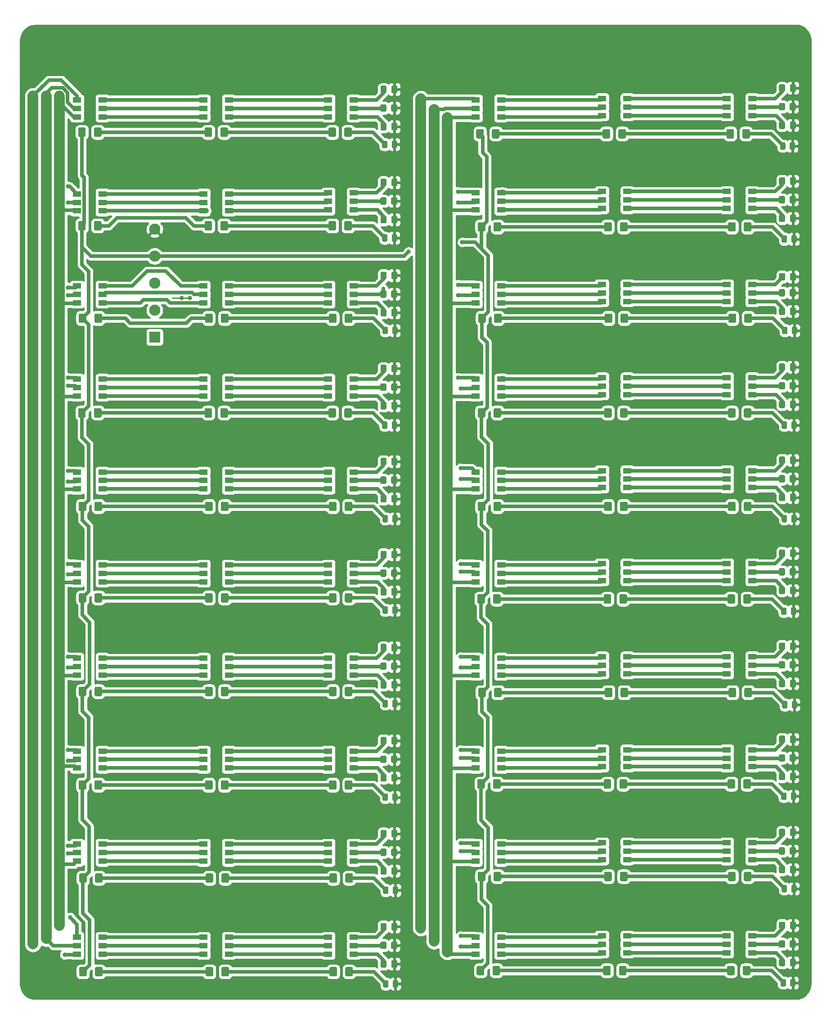
<source format=gbr>
G04 #@! TF.GenerationSoftware,KiCad,Pcbnew,(5.1.8-0-10_14)*
G04 #@! TF.CreationDate,2021-03-11T10:09:50+11:00*
G04 #@! TF.ProjectId,LED Array,4c454420-4172-4726-9179-2e6b69636164,rev?*
G04 #@! TF.SameCoordinates,Original*
G04 #@! TF.FileFunction,Copper,L1,Top*
G04 #@! TF.FilePolarity,Positive*
%FSLAX46Y46*%
G04 Gerber Fmt 4.6, Leading zero omitted, Abs format (unit mm)*
G04 Created by KiCad (PCBNEW (5.1.8-0-10_14)) date 2021-03-11 10:09:50*
%MOMM*%
%LPD*%
G01*
G04 APERTURE LIST*
G04 #@! TA.AperFunction,SMDPad,CuDef*
%ADD10R,1.600000X1.000000*%
G04 #@! TD*
G04 #@! TA.AperFunction,ComponentPad*
%ADD11C,2.100000*%
G04 #@! TD*
G04 #@! TA.AperFunction,ComponentPad*
%ADD12R,2.100000X2.100000*%
G04 #@! TD*
G04 #@! TA.AperFunction,ViaPad*
%ADD13C,1.600000*%
G04 #@! TD*
G04 #@! TA.AperFunction,ViaPad*
%ADD14C,0.800000*%
G04 #@! TD*
G04 #@! TA.AperFunction,Conductor*
%ADD15C,2.000000*%
G04 #@! TD*
G04 #@! TA.AperFunction,Conductor*
%ADD16C,0.650000*%
G04 #@! TD*
G04 #@! TA.AperFunction,Conductor*
%ADD17C,0.254000*%
G04 #@! TD*
G04 #@! TA.AperFunction,Conductor*
%ADD18C,0.100000*%
G04 #@! TD*
G04 APERTURE END LIST*
D10*
X144800000Y-65410000D03*
X144800000Y-63810000D03*
X144800000Y-62210000D03*
X149600000Y-65410000D03*
X149600000Y-63810000D03*
X149600000Y-62210000D03*
X173370000Y-62210000D03*
X173370000Y-63810000D03*
X173370000Y-65410000D03*
X168570000Y-62210000D03*
X168570000Y-63810000D03*
X168570000Y-65410000D03*
X196870000Y-62210000D03*
X196870000Y-63810000D03*
X196870000Y-65410000D03*
X192070000Y-62210000D03*
X192070000Y-63810000D03*
X192070000Y-65410000D03*
G04 #@! TA.AperFunction,SMDPad,CuDef*
G36*
G01*
X193537500Y-67675000D02*
X193537500Y-68925000D01*
G75*
G02*
X193287500Y-69175000I-250000J0D01*
G01*
X192362500Y-69175000D01*
G75*
G02*
X192112500Y-68925000I0J250000D01*
G01*
X192112500Y-67675000D01*
G75*
G02*
X192362500Y-67425000I250000J0D01*
G01*
X193287500Y-67425000D01*
G75*
G02*
X193537500Y-67675000I0J-250000D01*
G01*
G37*
G04 #@! TD.AperFunction*
G04 #@! TA.AperFunction,SMDPad,CuDef*
G36*
G01*
X196512500Y-67675000D02*
X196512500Y-68925000D01*
G75*
G02*
X196262500Y-69175000I-250000J0D01*
G01*
X195337500Y-69175000D01*
G75*
G02*
X195087500Y-68925000I0J250000D01*
G01*
X195087500Y-67675000D01*
G75*
G02*
X195337500Y-67425000I250000J0D01*
G01*
X196262500Y-67425000D01*
G75*
G02*
X196512500Y-67675000I0J-250000D01*
G01*
G37*
G04 #@! TD.AperFunction*
G04 #@! TA.AperFunction,SMDPad,CuDef*
G36*
G01*
X170225000Y-67675000D02*
X170225000Y-68925000D01*
G75*
G02*
X169975000Y-69175000I-250000J0D01*
G01*
X169050000Y-69175000D01*
G75*
G02*
X168800000Y-68925000I0J250000D01*
G01*
X168800000Y-67675000D01*
G75*
G02*
X169050000Y-67425000I250000J0D01*
G01*
X169975000Y-67425000D01*
G75*
G02*
X170225000Y-67675000I0J-250000D01*
G01*
G37*
G04 #@! TD.AperFunction*
G04 #@! TA.AperFunction,SMDPad,CuDef*
G36*
G01*
X173200000Y-67675000D02*
X173200000Y-68925000D01*
G75*
G02*
X172950000Y-69175000I-250000J0D01*
G01*
X172025000Y-69175000D01*
G75*
G02*
X171775000Y-68925000I0J250000D01*
G01*
X171775000Y-67675000D01*
G75*
G02*
X172025000Y-67425000I250000J0D01*
G01*
X172950000Y-67425000D01*
G75*
G02*
X173200000Y-67675000I0J-250000D01*
G01*
G37*
G04 #@! TD.AperFunction*
G04 #@! TA.AperFunction,SMDPad,CuDef*
G36*
G01*
X146437500Y-67675000D02*
X146437500Y-68925000D01*
G75*
G02*
X146187500Y-69175000I-250000J0D01*
G01*
X145262500Y-69175000D01*
G75*
G02*
X145012500Y-68925000I0J250000D01*
G01*
X145012500Y-67675000D01*
G75*
G02*
X145262500Y-67425000I250000J0D01*
G01*
X146187500Y-67425000D01*
G75*
G02*
X146437500Y-67675000I0J-250000D01*
G01*
G37*
G04 #@! TD.AperFunction*
G04 #@! TA.AperFunction,SMDPad,CuDef*
G36*
G01*
X149412500Y-67675000D02*
X149412500Y-68925000D01*
G75*
G02*
X149162500Y-69175000I-250000J0D01*
G01*
X148237500Y-69175000D01*
G75*
G02*
X147987500Y-68925000I0J250000D01*
G01*
X147987500Y-67675000D01*
G75*
G02*
X148237500Y-67425000I250000J0D01*
G01*
X149162500Y-67425000D01*
G75*
G02*
X149412500Y-67675000I0J-250000D01*
G01*
G37*
G04 #@! TD.AperFunction*
G04 #@! TA.AperFunction,SMDPad,CuDef*
G36*
G01*
X205100000Y-59799999D02*
X205100000Y-60700001D01*
G75*
G02*
X204850001Y-60950000I-249999J0D01*
G01*
X204199999Y-60950000D01*
G75*
G02*
X203950000Y-60700001I0J249999D01*
G01*
X203950000Y-59799999D01*
G75*
G02*
X204199999Y-59550000I249999J0D01*
G01*
X204850001Y-59550000D01*
G75*
G02*
X205100000Y-59799999I0J-249999D01*
G01*
G37*
G04 #@! TD.AperFunction*
G04 #@! TA.AperFunction,SMDPad,CuDef*
G36*
G01*
X203050000Y-59799999D02*
X203050000Y-60700001D01*
G75*
G02*
X202800001Y-60950000I-249999J0D01*
G01*
X202149999Y-60950000D01*
G75*
G02*
X201900000Y-60700001I0J249999D01*
G01*
X201900000Y-59799999D01*
G75*
G02*
X202149999Y-59550000I249999J0D01*
G01*
X202800001Y-59550000D01*
G75*
G02*
X203050000Y-59799999I0J-249999D01*
G01*
G37*
G04 #@! TD.AperFunction*
G04 #@! TA.AperFunction,SMDPad,CuDef*
G36*
G01*
X203025000Y-63299999D02*
X203025000Y-64200001D01*
G75*
G02*
X202775001Y-64450000I-249999J0D01*
G01*
X202124999Y-64450000D01*
G75*
G02*
X201875000Y-64200001I0J249999D01*
G01*
X201875000Y-63299999D01*
G75*
G02*
X202124999Y-63050000I249999J0D01*
G01*
X202775001Y-63050000D01*
G75*
G02*
X203025000Y-63299999I0J-249999D01*
G01*
G37*
G04 #@! TD.AperFunction*
G04 #@! TA.AperFunction,SMDPad,CuDef*
G36*
G01*
X205075000Y-63299999D02*
X205075000Y-64200001D01*
G75*
G02*
X204825001Y-64450000I-249999J0D01*
G01*
X204174999Y-64450000D01*
G75*
G02*
X203925000Y-64200001I0J249999D01*
G01*
X203925000Y-63299999D01*
G75*
G02*
X204174999Y-63050000I249999J0D01*
G01*
X204825001Y-63050000D01*
G75*
G02*
X205075000Y-63299999I0J-249999D01*
G01*
G37*
G04 #@! TD.AperFunction*
G04 #@! TA.AperFunction,SMDPad,CuDef*
G36*
G01*
X205100000Y-66799999D02*
X205100000Y-67700001D01*
G75*
G02*
X204850001Y-67950000I-249999J0D01*
G01*
X204199999Y-67950000D01*
G75*
G02*
X203950000Y-67700001I0J249999D01*
G01*
X203950000Y-66799999D01*
G75*
G02*
X204199999Y-66550000I249999J0D01*
G01*
X204850001Y-66550000D01*
G75*
G02*
X205100000Y-66799999I0J-249999D01*
G01*
G37*
G04 #@! TD.AperFunction*
G04 #@! TA.AperFunction,SMDPad,CuDef*
G36*
G01*
X203050000Y-66799999D02*
X203050000Y-67700001D01*
G75*
G02*
X202800001Y-67950000I-249999J0D01*
G01*
X202149999Y-67950000D01*
G75*
G02*
X201900000Y-67700001I0J249999D01*
G01*
X201900000Y-66799999D01*
G75*
G02*
X202149999Y-66550000I249999J0D01*
G01*
X202800001Y-66550000D01*
G75*
G02*
X203050000Y-66799999I0J-249999D01*
G01*
G37*
G04 #@! TD.AperFunction*
G04 #@! TA.AperFunction,SMDPad,CuDef*
G36*
G01*
X203212500Y-70149999D02*
X203212500Y-71050001D01*
G75*
G02*
X202962501Y-71300000I-249999J0D01*
G01*
X202437499Y-71300000D01*
G75*
G02*
X202187500Y-71050001I0J249999D01*
G01*
X202187500Y-70149999D01*
G75*
G02*
X202437499Y-69900000I249999J0D01*
G01*
X202962501Y-69900000D01*
G75*
G02*
X203212500Y-70149999I0J-249999D01*
G01*
G37*
G04 #@! TD.AperFunction*
G04 #@! TA.AperFunction,SMDPad,CuDef*
G36*
G01*
X205037500Y-70149999D02*
X205037500Y-71050001D01*
G75*
G02*
X204787501Y-71300000I-249999J0D01*
G01*
X204262499Y-71300000D01*
G75*
G02*
X204012500Y-71050001I0J249999D01*
G01*
X204012500Y-70149999D01*
G75*
G02*
X204262499Y-69900000I249999J0D01*
G01*
X204787501Y-69900000D01*
G75*
G02*
X205037500Y-70149999I0J-249999D01*
G01*
G37*
G04 #@! TD.AperFunction*
D11*
X159400000Y-86540000D03*
X159400000Y-91620000D03*
X159400000Y-96700000D03*
X159400000Y-101780000D03*
D12*
X159400000Y-106860000D03*
G04 #@! TA.AperFunction,SMDPad,CuDef*
G36*
G01*
X280237500Y-210149999D02*
X280237500Y-211050001D01*
G75*
G02*
X279987501Y-211300000I-249999J0D01*
G01*
X279462499Y-211300000D01*
G75*
G02*
X279212500Y-211050001I0J249999D01*
G01*
X279212500Y-210149999D01*
G75*
G02*
X279462499Y-209900000I249999J0D01*
G01*
X279987501Y-209900000D01*
G75*
G02*
X280237500Y-210149999I0J-249999D01*
G01*
G37*
G04 #@! TD.AperFunction*
G04 #@! TA.AperFunction,SMDPad,CuDef*
G36*
G01*
X278412500Y-210149999D02*
X278412500Y-211050001D01*
G75*
G02*
X278162501Y-211300000I-249999J0D01*
G01*
X277637499Y-211300000D01*
G75*
G02*
X277387500Y-211050001I0J249999D01*
G01*
X277387500Y-210149999D01*
G75*
G02*
X277637499Y-209900000I249999J0D01*
G01*
X278162501Y-209900000D01*
G75*
G02*
X278412500Y-210149999I0J-249999D01*
G01*
G37*
G04 #@! TD.AperFunction*
G04 #@! TA.AperFunction,SMDPad,CuDef*
G36*
G01*
X271712500Y-207675000D02*
X271712500Y-208925000D01*
G75*
G02*
X271462500Y-209175000I-250000J0D01*
G01*
X270537500Y-209175000D01*
G75*
G02*
X270287500Y-208925000I0J250000D01*
G01*
X270287500Y-207675000D01*
G75*
G02*
X270537500Y-207425000I250000J0D01*
G01*
X271462500Y-207425000D01*
G75*
G02*
X271712500Y-207675000I0J-250000D01*
G01*
G37*
G04 #@! TD.AperFunction*
G04 #@! TA.AperFunction,SMDPad,CuDef*
G36*
G01*
X268737500Y-207675000D02*
X268737500Y-208925000D01*
G75*
G02*
X268487500Y-209175000I-250000J0D01*
G01*
X267562500Y-209175000D01*
G75*
G02*
X267312500Y-208925000I0J250000D01*
G01*
X267312500Y-207675000D01*
G75*
G02*
X267562500Y-207425000I250000J0D01*
G01*
X268487500Y-207425000D01*
G75*
G02*
X268737500Y-207675000I0J-250000D01*
G01*
G37*
G04 #@! TD.AperFunction*
G04 #@! TA.AperFunction,SMDPad,CuDef*
G36*
G01*
X248400000Y-207675000D02*
X248400000Y-208925000D01*
G75*
G02*
X248150000Y-209175000I-250000J0D01*
G01*
X247225000Y-209175000D01*
G75*
G02*
X246975000Y-208925000I0J250000D01*
G01*
X246975000Y-207675000D01*
G75*
G02*
X247225000Y-207425000I250000J0D01*
G01*
X248150000Y-207425000D01*
G75*
G02*
X248400000Y-207675000I0J-250000D01*
G01*
G37*
G04 #@! TD.AperFunction*
G04 #@! TA.AperFunction,SMDPad,CuDef*
G36*
G01*
X245425000Y-207675000D02*
X245425000Y-208925000D01*
G75*
G02*
X245175000Y-209175000I-250000J0D01*
G01*
X244250000Y-209175000D01*
G75*
G02*
X244000000Y-208925000I0J250000D01*
G01*
X244000000Y-207675000D01*
G75*
G02*
X244250000Y-207425000I250000J0D01*
G01*
X245175000Y-207425000D01*
G75*
G02*
X245425000Y-207675000I0J-250000D01*
G01*
G37*
G04 #@! TD.AperFunction*
G04 #@! TA.AperFunction,SMDPad,CuDef*
G36*
G01*
X224612500Y-207675000D02*
X224612500Y-208925000D01*
G75*
G02*
X224362500Y-209175000I-250000J0D01*
G01*
X223437500Y-209175000D01*
G75*
G02*
X223187500Y-208925000I0J250000D01*
G01*
X223187500Y-207675000D01*
G75*
G02*
X223437500Y-207425000I250000J0D01*
G01*
X224362500Y-207425000D01*
G75*
G02*
X224612500Y-207675000I0J-250000D01*
G01*
G37*
G04 #@! TD.AperFunction*
G04 #@! TA.AperFunction,SMDPad,CuDef*
G36*
G01*
X221637500Y-207675000D02*
X221637500Y-208925000D01*
G75*
G02*
X221387500Y-209175000I-250000J0D01*
G01*
X220462500Y-209175000D01*
G75*
G02*
X220212500Y-208925000I0J250000D01*
G01*
X220212500Y-207675000D01*
G75*
G02*
X220462500Y-207425000I250000J0D01*
G01*
X221387500Y-207425000D01*
G75*
G02*
X221637500Y-207675000I0J-250000D01*
G01*
G37*
G04 #@! TD.AperFunction*
G04 #@! TA.AperFunction,SMDPad,CuDef*
G36*
G01*
X280037500Y-227849999D02*
X280037500Y-228750001D01*
G75*
G02*
X279787501Y-229000000I-249999J0D01*
G01*
X279262499Y-229000000D01*
G75*
G02*
X279012500Y-228750001I0J249999D01*
G01*
X279012500Y-227849999D01*
G75*
G02*
X279262499Y-227600000I249999J0D01*
G01*
X279787501Y-227600000D01*
G75*
G02*
X280037500Y-227849999I0J-249999D01*
G01*
G37*
G04 #@! TD.AperFunction*
G04 #@! TA.AperFunction,SMDPad,CuDef*
G36*
G01*
X278212500Y-227849999D02*
X278212500Y-228750001D01*
G75*
G02*
X277962501Y-229000000I-249999J0D01*
G01*
X277437499Y-229000000D01*
G75*
G02*
X277187500Y-228750001I0J249999D01*
G01*
X277187500Y-227849999D01*
G75*
G02*
X277437499Y-227600000I249999J0D01*
G01*
X277962501Y-227600000D01*
G75*
G02*
X278212500Y-227849999I0J-249999D01*
G01*
G37*
G04 #@! TD.AperFunction*
G04 #@! TA.AperFunction,SMDPad,CuDef*
G36*
G01*
X271512500Y-225375000D02*
X271512500Y-226625000D01*
G75*
G02*
X271262500Y-226875000I-250000J0D01*
G01*
X270337500Y-226875000D01*
G75*
G02*
X270087500Y-226625000I0J250000D01*
G01*
X270087500Y-225375000D01*
G75*
G02*
X270337500Y-225125000I250000J0D01*
G01*
X271262500Y-225125000D01*
G75*
G02*
X271512500Y-225375000I0J-250000D01*
G01*
G37*
G04 #@! TD.AperFunction*
G04 #@! TA.AperFunction,SMDPad,CuDef*
G36*
G01*
X268537500Y-225375000D02*
X268537500Y-226625000D01*
G75*
G02*
X268287500Y-226875000I-250000J0D01*
G01*
X267362500Y-226875000D01*
G75*
G02*
X267112500Y-226625000I0J250000D01*
G01*
X267112500Y-225375000D01*
G75*
G02*
X267362500Y-225125000I250000J0D01*
G01*
X268287500Y-225125000D01*
G75*
G02*
X268537500Y-225375000I0J-250000D01*
G01*
G37*
G04 #@! TD.AperFunction*
G04 #@! TA.AperFunction,SMDPad,CuDef*
G36*
G01*
X248200000Y-225375000D02*
X248200000Y-226625000D01*
G75*
G02*
X247950000Y-226875000I-250000J0D01*
G01*
X247025000Y-226875000D01*
G75*
G02*
X246775000Y-226625000I0J250000D01*
G01*
X246775000Y-225375000D01*
G75*
G02*
X247025000Y-225125000I250000J0D01*
G01*
X247950000Y-225125000D01*
G75*
G02*
X248200000Y-225375000I0J-250000D01*
G01*
G37*
G04 #@! TD.AperFunction*
G04 #@! TA.AperFunction,SMDPad,CuDef*
G36*
G01*
X245225000Y-225375000D02*
X245225000Y-226625000D01*
G75*
G02*
X244975000Y-226875000I-250000J0D01*
G01*
X244050000Y-226875000D01*
G75*
G02*
X243800000Y-226625000I0J250000D01*
G01*
X243800000Y-225375000D01*
G75*
G02*
X244050000Y-225125000I250000J0D01*
G01*
X244975000Y-225125000D01*
G75*
G02*
X245225000Y-225375000I0J-250000D01*
G01*
G37*
G04 #@! TD.AperFunction*
G04 #@! TA.AperFunction,SMDPad,CuDef*
G36*
G01*
X224412500Y-225375000D02*
X224412500Y-226625000D01*
G75*
G02*
X224162500Y-226875000I-250000J0D01*
G01*
X223237500Y-226875000D01*
G75*
G02*
X222987500Y-226625000I0J250000D01*
G01*
X222987500Y-225375000D01*
G75*
G02*
X223237500Y-225125000I250000J0D01*
G01*
X224162500Y-225125000D01*
G75*
G02*
X224412500Y-225375000I0J-250000D01*
G01*
G37*
G04 #@! TD.AperFunction*
G04 #@! TA.AperFunction,SMDPad,CuDef*
G36*
G01*
X221437500Y-225375000D02*
X221437500Y-226625000D01*
G75*
G02*
X221187500Y-226875000I-250000J0D01*
G01*
X220262500Y-226875000D01*
G75*
G02*
X220012500Y-226625000I0J250000D01*
G01*
X220012500Y-225375000D01*
G75*
G02*
X220262500Y-225125000I250000J0D01*
G01*
X221187500Y-225125000D01*
G75*
G02*
X221437500Y-225375000I0J-250000D01*
G01*
G37*
G04 #@! TD.AperFunction*
G04 #@! TA.AperFunction,SMDPad,CuDef*
G36*
G01*
X280137500Y-192749999D02*
X280137500Y-193650001D01*
G75*
G02*
X279887501Y-193900000I-249999J0D01*
G01*
X279362499Y-193900000D01*
G75*
G02*
X279112500Y-193650001I0J249999D01*
G01*
X279112500Y-192749999D01*
G75*
G02*
X279362499Y-192500000I249999J0D01*
G01*
X279887501Y-192500000D01*
G75*
G02*
X280137500Y-192749999I0J-249999D01*
G01*
G37*
G04 #@! TD.AperFunction*
G04 #@! TA.AperFunction,SMDPad,CuDef*
G36*
G01*
X278312500Y-192749999D02*
X278312500Y-193650001D01*
G75*
G02*
X278062501Y-193900000I-249999J0D01*
G01*
X277537499Y-193900000D01*
G75*
G02*
X277287500Y-193650001I0J249999D01*
G01*
X277287500Y-192749999D01*
G75*
G02*
X277537499Y-192500000I249999J0D01*
G01*
X278062501Y-192500000D01*
G75*
G02*
X278312500Y-192749999I0J-249999D01*
G01*
G37*
G04 #@! TD.AperFunction*
G04 #@! TA.AperFunction,SMDPad,CuDef*
G36*
G01*
X271612500Y-190275000D02*
X271612500Y-191525000D01*
G75*
G02*
X271362500Y-191775000I-250000J0D01*
G01*
X270437500Y-191775000D01*
G75*
G02*
X270187500Y-191525000I0J250000D01*
G01*
X270187500Y-190275000D01*
G75*
G02*
X270437500Y-190025000I250000J0D01*
G01*
X271362500Y-190025000D01*
G75*
G02*
X271612500Y-190275000I0J-250000D01*
G01*
G37*
G04 #@! TD.AperFunction*
G04 #@! TA.AperFunction,SMDPad,CuDef*
G36*
G01*
X268637500Y-190275000D02*
X268637500Y-191525000D01*
G75*
G02*
X268387500Y-191775000I-250000J0D01*
G01*
X267462500Y-191775000D01*
G75*
G02*
X267212500Y-191525000I0J250000D01*
G01*
X267212500Y-190275000D01*
G75*
G02*
X267462500Y-190025000I250000J0D01*
G01*
X268387500Y-190025000D01*
G75*
G02*
X268637500Y-190275000I0J-250000D01*
G01*
G37*
G04 #@! TD.AperFunction*
G04 #@! TA.AperFunction,SMDPad,CuDef*
G36*
G01*
X248300000Y-190275000D02*
X248300000Y-191525000D01*
G75*
G02*
X248050000Y-191775000I-250000J0D01*
G01*
X247125000Y-191775000D01*
G75*
G02*
X246875000Y-191525000I0J250000D01*
G01*
X246875000Y-190275000D01*
G75*
G02*
X247125000Y-190025000I250000J0D01*
G01*
X248050000Y-190025000D01*
G75*
G02*
X248300000Y-190275000I0J-250000D01*
G01*
G37*
G04 #@! TD.AperFunction*
G04 #@! TA.AperFunction,SMDPad,CuDef*
G36*
G01*
X245325000Y-190275000D02*
X245325000Y-191525000D01*
G75*
G02*
X245075000Y-191775000I-250000J0D01*
G01*
X244150000Y-191775000D01*
G75*
G02*
X243900000Y-191525000I0J250000D01*
G01*
X243900000Y-190275000D01*
G75*
G02*
X244150000Y-190025000I250000J0D01*
G01*
X245075000Y-190025000D01*
G75*
G02*
X245325000Y-190275000I0J-250000D01*
G01*
G37*
G04 #@! TD.AperFunction*
G04 #@! TA.AperFunction,SMDPad,CuDef*
G36*
G01*
X224512500Y-190275000D02*
X224512500Y-191525000D01*
G75*
G02*
X224262500Y-191775000I-250000J0D01*
G01*
X223337500Y-191775000D01*
G75*
G02*
X223087500Y-191525000I0J250000D01*
G01*
X223087500Y-190275000D01*
G75*
G02*
X223337500Y-190025000I250000J0D01*
G01*
X224262500Y-190025000D01*
G75*
G02*
X224512500Y-190275000I0J-250000D01*
G01*
G37*
G04 #@! TD.AperFunction*
G04 #@! TA.AperFunction,SMDPad,CuDef*
G36*
G01*
X221537500Y-190275000D02*
X221537500Y-191525000D01*
G75*
G02*
X221287500Y-191775000I-250000J0D01*
G01*
X220362500Y-191775000D01*
G75*
G02*
X220112500Y-191525000I0J250000D01*
G01*
X220112500Y-190275000D01*
G75*
G02*
X220362500Y-190025000I250000J0D01*
G01*
X221287500Y-190025000D01*
G75*
G02*
X221537500Y-190275000I0J-250000D01*
G01*
G37*
G04 #@! TD.AperFunction*
G04 #@! TA.AperFunction,SMDPad,CuDef*
G36*
G01*
X280337500Y-175549999D02*
X280337500Y-176450001D01*
G75*
G02*
X280087501Y-176700000I-249999J0D01*
G01*
X279562499Y-176700000D01*
G75*
G02*
X279312500Y-176450001I0J249999D01*
G01*
X279312500Y-175549999D01*
G75*
G02*
X279562499Y-175300000I249999J0D01*
G01*
X280087501Y-175300000D01*
G75*
G02*
X280337500Y-175549999I0J-249999D01*
G01*
G37*
G04 #@! TD.AperFunction*
G04 #@! TA.AperFunction,SMDPad,CuDef*
G36*
G01*
X278512500Y-175549999D02*
X278512500Y-176450001D01*
G75*
G02*
X278262501Y-176700000I-249999J0D01*
G01*
X277737499Y-176700000D01*
G75*
G02*
X277487500Y-176450001I0J249999D01*
G01*
X277487500Y-175549999D01*
G75*
G02*
X277737499Y-175300000I249999J0D01*
G01*
X278262501Y-175300000D01*
G75*
G02*
X278512500Y-175549999I0J-249999D01*
G01*
G37*
G04 #@! TD.AperFunction*
G04 #@! TA.AperFunction,SMDPad,CuDef*
G36*
G01*
X271812500Y-173075000D02*
X271812500Y-174325000D01*
G75*
G02*
X271562500Y-174575000I-250000J0D01*
G01*
X270637500Y-174575000D01*
G75*
G02*
X270387500Y-174325000I0J250000D01*
G01*
X270387500Y-173075000D01*
G75*
G02*
X270637500Y-172825000I250000J0D01*
G01*
X271562500Y-172825000D01*
G75*
G02*
X271812500Y-173075000I0J-250000D01*
G01*
G37*
G04 #@! TD.AperFunction*
G04 #@! TA.AperFunction,SMDPad,CuDef*
G36*
G01*
X268837500Y-173075000D02*
X268837500Y-174325000D01*
G75*
G02*
X268587500Y-174575000I-250000J0D01*
G01*
X267662500Y-174575000D01*
G75*
G02*
X267412500Y-174325000I0J250000D01*
G01*
X267412500Y-173075000D01*
G75*
G02*
X267662500Y-172825000I250000J0D01*
G01*
X268587500Y-172825000D01*
G75*
G02*
X268837500Y-173075000I0J-250000D01*
G01*
G37*
G04 #@! TD.AperFunction*
G04 #@! TA.AperFunction,SMDPad,CuDef*
G36*
G01*
X248500000Y-173075000D02*
X248500000Y-174325000D01*
G75*
G02*
X248250000Y-174575000I-250000J0D01*
G01*
X247325000Y-174575000D01*
G75*
G02*
X247075000Y-174325000I0J250000D01*
G01*
X247075000Y-173075000D01*
G75*
G02*
X247325000Y-172825000I250000J0D01*
G01*
X248250000Y-172825000D01*
G75*
G02*
X248500000Y-173075000I0J-250000D01*
G01*
G37*
G04 #@! TD.AperFunction*
G04 #@! TA.AperFunction,SMDPad,CuDef*
G36*
G01*
X245525000Y-173075000D02*
X245525000Y-174325000D01*
G75*
G02*
X245275000Y-174575000I-250000J0D01*
G01*
X244350000Y-174575000D01*
G75*
G02*
X244100000Y-174325000I0J250000D01*
G01*
X244100000Y-173075000D01*
G75*
G02*
X244350000Y-172825000I250000J0D01*
G01*
X245275000Y-172825000D01*
G75*
G02*
X245525000Y-173075000I0J-250000D01*
G01*
G37*
G04 #@! TD.AperFunction*
G04 #@! TA.AperFunction,SMDPad,CuDef*
G36*
G01*
X224712500Y-173075000D02*
X224712500Y-174325000D01*
G75*
G02*
X224462500Y-174575000I-250000J0D01*
G01*
X223537500Y-174575000D01*
G75*
G02*
X223287500Y-174325000I0J250000D01*
G01*
X223287500Y-173075000D01*
G75*
G02*
X223537500Y-172825000I250000J0D01*
G01*
X224462500Y-172825000D01*
G75*
G02*
X224712500Y-173075000I0J-250000D01*
G01*
G37*
G04 #@! TD.AperFunction*
G04 #@! TA.AperFunction,SMDPad,CuDef*
G36*
G01*
X221737500Y-173075000D02*
X221737500Y-174325000D01*
G75*
G02*
X221487500Y-174575000I-250000J0D01*
G01*
X220562500Y-174575000D01*
G75*
G02*
X220312500Y-174325000I0J250000D01*
G01*
X220312500Y-173075000D01*
G75*
G02*
X220562500Y-172825000I250000J0D01*
G01*
X221487500Y-172825000D01*
G75*
G02*
X221737500Y-173075000I0J-250000D01*
G01*
G37*
G04 #@! TD.AperFunction*
G04 #@! TA.AperFunction,SMDPad,CuDef*
G36*
G01*
X280137500Y-157949999D02*
X280137500Y-158850001D01*
G75*
G02*
X279887501Y-159100000I-249999J0D01*
G01*
X279362499Y-159100000D01*
G75*
G02*
X279112500Y-158850001I0J249999D01*
G01*
X279112500Y-157949999D01*
G75*
G02*
X279362499Y-157700000I249999J0D01*
G01*
X279887501Y-157700000D01*
G75*
G02*
X280137500Y-157949999I0J-249999D01*
G01*
G37*
G04 #@! TD.AperFunction*
G04 #@! TA.AperFunction,SMDPad,CuDef*
G36*
G01*
X278312500Y-157949999D02*
X278312500Y-158850001D01*
G75*
G02*
X278062501Y-159100000I-249999J0D01*
G01*
X277537499Y-159100000D01*
G75*
G02*
X277287500Y-158850001I0J249999D01*
G01*
X277287500Y-157949999D01*
G75*
G02*
X277537499Y-157700000I249999J0D01*
G01*
X278062501Y-157700000D01*
G75*
G02*
X278312500Y-157949999I0J-249999D01*
G01*
G37*
G04 #@! TD.AperFunction*
G04 #@! TA.AperFunction,SMDPad,CuDef*
G36*
G01*
X271612500Y-155475000D02*
X271612500Y-156725000D01*
G75*
G02*
X271362500Y-156975000I-250000J0D01*
G01*
X270437500Y-156975000D01*
G75*
G02*
X270187500Y-156725000I0J250000D01*
G01*
X270187500Y-155475000D01*
G75*
G02*
X270437500Y-155225000I250000J0D01*
G01*
X271362500Y-155225000D01*
G75*
G02*
X271612500Y-155475000I0J-250000D01*
G01*
G37*
G04 #@! TD.AperFunction*
G04 #@! TA.AperFunction,SMDPad,CuDef*
G36*
G01*
X268637500Y-155475000D02*
X268637500Y-156725000D01*
G75*
G02*
X268387500Y-156975000I-250000J0D01*
G01*
X267462500Y-156975000D01*
G75*
G02*
X267212500Y-156725000I0J250000D01*
G01*
X267212500Y-155475000D01*
G75*
G02*
X267462500Y-155225000I250000J0D01*
G01*
X268387500Y-155225000D01*
G75*
G02*
X268637500Y-155475000I0J-250000D01*
G01*
G37*
G04 #@! TD.AperFunction*
G04 #@! TA.AperFunction,SMDPad,CuDef*
G36*
G01*
X248300000Y-155475000D02*
X248300000Y-156725000D01*
G75*
G02*
X248050000Y-156975000I-250000J0D01*
G01*
X247125000Y-156975000D01*
G75*
G02*
X246875000Y-156725000I0J250000D01*
G01*
X246875000Y-155475000D01*
G75*
G02*
X247125000Y-155225000I250000J0D01*
G01*
X248050000Y-155225000D01*
G75*
G02*
X248300000Y-155475000I0J-250000D01*
G01*
G37*
G04 #@! TD.AperFunction*
G04 #@! TA.AperFunction,SMDPad,CuDef*
G36*
G01*
X245325000Y-155475000D02*
X245325000Y-156725000D01*
G75*
G02*
X245075000Y-156975000I-250000J0D01*
G01*
X244150000Y-156975000D01*
G75*
G02*
X243900000Y-156725000I0J250000D01*
G01*
X243900000Y-155475000D01*
G75*
G02*
X244150000Y-155225000I250000J0D01*
G01*
X245075000Y-155225000D01*
G75*
G02*
X245325000Y-155475000I0J-250000D01*
G01*
G37*
G04 #@! TD.AperFunction*
G04 #@! TA.AperFunction,SMDPad,CuDef*
G36*
G01*
X224512500Y-155475000D02*
X224512500Y-156725000D01*
G75*
G02*
X224262500Y-156975000I-250000J0D01*
G01*
X223337500Y-156975000D01*
G75*
G02*
X223087500Y-156725000I0J250000D01*
G01*
X223087500Y-155475000D01*
G75*
G02*
X223337500Y-155225000I250000J0D01*
G01*
X224262500Y-155225000D01*
G75*
G02*
X224512500Y-155475000I0J-250000D01*
G01*
G37*
G04 #@! TD.AperFunction*
G04 #@! TA.AperFunction,SMDPad,CuDef*
G36*
G01*
X221537500Y-155475000D02*
X221537500Y-156725000D01*
G75*
G02*
X221287500Y-156975000I-250000J0D01*
G01*
X220362500Y-156975000D01*
G75*
G02*
X220112500Y-156725000I0J250000D01*
G01*
X220112500Y-155475000D01*
G75*
G02*
X220362500Y-155225000I250000J0D01*
G01*
X221287500Y-155225000D01*
G75*
G02*
X221537500Y-155475000I0J-250000D01*
G01*
G37*
G04 #@! TD.AperFunction*
G04 #@! TA.AperFunction,SMDPad,CuDef*
G36*
G01*
X280237500Y-140549999D02*
X280237500Y-141450001D01*
G75*
G02*
X279987501Y-141700000I-249999J0D01*
G01*
X279462499Y-141700000D01*
G75*
G02*
X279212500Y-141450001I0J249999D01*
G01*
X279212500Y-140549999D01*
G75*
G02*
X279462499Y-140300000I249999J0D01*
G01*
X279987501Y-140300000D01*
G75*
G02*
X280237500Y-140549999I0J-249999D01*
G01*
G37*
G04 #@! TD.AperFunction*
G04 #@! TA.AperFunction,SMDPad,CuDef*
G36*
G01*
X278412500Y-140549999D02*
X278412500Y-141450001D01*
G75*
G02*
X278162501Y-141700000I-249999J0D01*
G01*
X277637499Y-141700000D01*
G75*
G02*
X277387500Y-141450001I0J249999D01*
G01*
X277387500Y-140549999D01*
G75*
G02*
X277637499Y-140300000I249999J0D01*
G01*
X278162501Y-140300000D01*
G75*
G02*
X278412500Y-140549999I0J-249999D01*
G01*
G37*
G04 #@! TD.AperFunction*
G04 #@! TA.AperFunction,SMDPad,CuDef*
G36*
G01*
X271712500Y-138075000D02*
X271712500Y-139325000D01*
G75*
G02*
X271462500Y-139575000I-250000J0D01*
G01*
X270537500Y-139575000D01*
G75*
G02*
X270287500Y-139325000I0J250000D01*
G01*
X270287500Y-138075000D01*
G75*
G02*
X270537500Y-137825000I250000J0D01*
G01*
X271462500Y-137825000D01*
G75*
G02*
X271712500Y-138075000I0J-250000D01*
G01*
G37*
G04 #@! TD.AperFunction*
G04 #@! TA.AperFunction,SMDPad,CuDef*
G36*
G01*
X268737500Y-138075000D02*
X268737500Y-139325000D01*
G75*
G02*
X268487500Y-139575000I-250000J0D01*
G01*
X267562500Y-139575000D01*
G75*
G02*
X267312500Y-139325000I0J250000D01*
G01*
X267312500Y-138075000D01*
G75*
G02*
X267562500Y-137825000I250000J0D01*
G01*
X268487500Y-137825000D01*
G75*
G02*
X268737500Y-138075000I0J-250000D01*
G01*
G37*
G04 #@! TD.AperFunction*
G04 #@! TA.AperFunction,SMDPad,CuDef*
G36*
G01*
X248400000Y-138075000D02*
X248400000Y-139325000D01*
G75*
G02*
X248150000Y-139575000I-250000J0D01*
G01*
X247225000Y-139575000D01*
G75*
G02*
X246975000Y-139325000I0J250000D01*
G01*
X246975000Y-138075000D01*
G75*
G02*
X247225000Y-137825000I250000J0D01*
G01*
X248150000Y-137825000D01*
G75*
G02*
X248400000Y-138075000I0J-250000D01*
G01*
G37*
G04 #@! TD.AperFunction*
G04 #@! TA.AperFunction,SMDPad,CuDef*
G36*
G01*
X245425000Y-138075000D02*
X245425000Y-139325000D01*
G75*
G02*
X245175000Y-139575000I-250000J0D01*
G01*
X244250000Y-139575000D01*
G75*
G02*
X244000000Y-139325000I0J250000D01*
G01*
X244000000Y-138075000D01*
G75*
G02*
X244250000Y-137825000I250000J0D01*
G01*
X245175000Y-137825000D01*
G75*
G02*
X245425000Y-138075000I0J-250000D01*
G01*
G37*
G04 #@! TD.AperFunction*
G04 #@! TA.AperFunction,SMDPad,CuDef*
G36*
G01*
X224612500Y-138075000D02*
X224612500Y-139325000D01*
G75*
G02*
X224362500Y-139575000I-250000J0D01*
G01*
X223437500Y-139575000D01*
G75*
G02*
X223187500Y-139325000I0J250000D01*
G01*
X223187500Y-138075000D01*
G75*
G02*
X223437500Y-137825000I250000J0D01*
G01*
X224362500Y-137825000D01*
G75*
G02*
X224612500Y-138075000I0J-250000D01*
G01*
G37*
G04 #@! TD.AperFunction*
G04 #@! TA.AperFunction,SMDPad,CuDef*
G36*
G01*
X221637500Y-138075000D02*
X221637500Y-139325000D01*
G75*
G02*
X221387500Y-139575000I-250000J0D01*
G01*
X220462500Y-139575000D01*
G75*
G02*
X220212500Y-139325000I0J250000D01*
G01*
X220212500Y-138075000D01*
G75*
G02*
X220462500Y-137825000I250000J0D01*
G01*
X221387500Y-137825000D01*
G75*
G02*
X221637500Y-138075000I0J-250000D01*
G01*
G37*
G04 #@! TD.AperFunction*
G04 #@! TA.AperFunction,SMDPad,CuDef*
G36*
G01*
X280237500Y-122949999D02*
X280237500Y-123850001D01*
G75*
G02*
X279987501Y-124100000I-249999J0D01*
G01*
X279462499Y-124100000D01*
G75*
G02*
X279212500Y-123850001I0J249999D01*
G01*
X279212500Y-122949999D01*
G75*
G02*
X279462499Y-122700000I249999J0D01*
G01*
X279987501Y-122700000D01*
G75*
G02*
X280237500Y-122949999I0J-249999D01*
G01*
G37*
G04 #@! TD.AperFunction*
G04 #@! TA.AperFunction,SMDPad,CuDef*
G36*
G01*
X278412500Y-122949999D02*
X278412500Y-123850001D01*
G75*
G02*
X278162501Y-124100000I-249999J0D01*
G01*
X277637499Y-124100000D01*
G75*
G02*
X277387500Y-123850001I0J249999D01*
G01*
X277387500Y-122949999D01*
G75*
G02*
X277637499Y-122700000I249999J0D01*
G01*
X278162501Y-122700000D01*
G75*
G02*
X278412500Y-122949999I0J-249999D01*
G01*
G37*
G04 #@! TD.AperFunction*
G04 #@! TA.AperFunction,SMDPad,CuDef*
G36*
G01*
X271712500Y-120475000D02*
X271712500Y-121725000D01*
G75*
G02*
X271462500Y-121975000I-250000J0D01*
G01*
X270537500Y-121975000D01*
G75*
G02*
X270287500Y-121725000I0J250000D01*
G01*
X270287500Y-120475000D01*
G75*
G02*
X270537500Y-120225000I250000J0D01*
G01*
X271462500Y-120225000D01*
G75*
G02*
X271712500Y-120475000I0J-250000D01*
G01*
G37*
G04 #@! TD.AperFunction*
G04 #@! TA.AperFunction,SMDPad,CuDef*
G36*
G01*
X268737500Y-120475000D02*
X268737500Y-121725000D01*
G75*
G02*
X268487500Y-121975000I-250000J0D01*
G01*
X267562500Y-121975000D01*
G75*
G02*
X267312500Y-121725000I0J250000D01*
G01*
X267312500Y-120475000D01*
G75*
G02*
X267562500Y-120225000I250000J0D01*
G01*
X268487500Y-120225000D01*
G75*
G02*
X268737500Y-120475000I0J-250000D01*
G01*
G37*
G04 #@! TD.AperFunction*
G04 #@! TA.AperFunction,SMDPad,CuDef*
G36*
G01*
X248400000Y-120475000D02*
X248400000Y-121725000D01*
G75*
G02*
X248150000Y-121975000I-250000J0D01*
G01*
X247225000Y-121975000D01*
G75*
G02*
X246975000Y-121725000I0J250000D01*
G01*
X246975000Y-120475000D01*
G75*
G02*
X247225000Y-120225000I250000J0D01*
G01*
X248150000Y-120225000D01*
G75*
G02*
X248400000Y-120475000I0J-250000D01*
G01*
G37*
G04 #@! TD.AperFunction*
G04 #@! TA.AperFunction,SMDPad,CuDef*
G36*
G01*
X245425000Y-120475000D02*
X245425000Y-121725000D01*
G75*
G02*
X245175000Y-121975000I-250000J0D01*
G01*
X244250000Y-121975000D01*
G75*
G02*
X244000000Y-121725000I0J250000D01*
G01*
X244000000Y-120475000D01*
G75*
G02*
X244250000Y-120225000I250000J0D01*
G01*
X245175000Y-120225000D01*
G75*
G02*
X245425000Y-120475000I0J-250000D01*
G01*
G37*
G04 #@! TD.AperFunction*
G04 #@! TA.AperFunction,SMDPad,CuDef*
G36*
G01*
X224612500Y-120475000D02*
X224612500Y-121725000D01*
G75*
G02*
X224362500Y-121975000I-250000J0D01*
G01*
X223437500Y-121975000D01*
G75*
G02*
X223187500Y-121725000I0J250000D01*
G01*
X223187500Y-120475000D01*
G75*
G02*
X223437500Y-120225000I250000J0D01*
G01*
X224362500Y-120225000D01*
G75*
G02*
X224612500Y-120475000I0J-250000D01*
G01*
G37*
G04 #@! TD.AperFunction*
G04 #@! TA.AperFunction,SMDPad,CuDef*
G36*
G01*
X221637500Y-120475000D02*
X221637500Y-121725000D01*
G75*
G02*
X221387500Y-121975000I-250000J0D01*
G01*
X220462500Y-121975000D01*
G75*
G02*
X220212500Y-121725000I0J250000D01*
G01*
X220212500Y-120475000D01*
G75*
G02*
X220462500Y-120225000I250000J0D01*
G01*
X221387500Y-120225000D01*
G75*
G02*
X221637500Y-120475000I0J-250000D01*
G01*
G37*
G04 #@! TD.AperFunction*
G04 #@! TA.AperFunction,SMDPad,CuDef*
G36*
G01*
X280337500Y-105149999D02*
X280337500Y-106050001D01*
G75*
G02*
X280087501Y-106300000I-249999J0D01*
G01*
X279562499Y-106300000D01*
G75*
G02*
X279312500Y-106050001I0J249999D01*
G01*
X279312500Y-105149999D01*
G75*
G02*
X279562499Y-104900000I249999J0D01*
G01*
X280087501Y-104900000D01*
G75*
G02*
X280337500Y-105149999I0J-249999D01*
G01*
G37*
G04 #@! TD.AperFunction*
G04 #@! TA.AperFunction,SMDPad,CuDef*
G36*
G01*
X278512500Y-105149999D02*
X278512500Y-106050001D01*
G75*
G02*
X278262501Y-106300000I-249999J0D01*
G01*
X277737499Y-106300000D01*
G75*
G02*
X277487500Y-106050001I0J249999D01*
G01*
X277487500Y-105149999D01*
G75*
G02*
X277737499Y-104900000I249999J0D01*
G01*
X278262501Y-104900000D01*
G75*
G02*
X278512500Y-105149999I0J-249999D01*
G01*
G37*
G04 #@! TD.AperFunction*
G04 #@! TA.AperFunction,SMDPad,CuDef*
G36*
G01*
X271812500Y-102675000D02*
X271812500Y-103925000D01*
G75*
G02*
X271562500Y-104175000I-250000J0D01*
G01*
X270637500Y-104175000D01*
G75*
G02*
X270387500Y-103925000I0J250000D01*
G01*
X270387500Y-102675000D01*
G75*
G02*
X270637500Y-102425000I250000J0D01*
G01*
X271562500Y-102425000D01*
G75*
G02*
X271812500Y-102675000I0J-250000D01*
G01*
G37*
G04 #@! TD.AperFunction*
G04 #@! TA.AperFunction,SMDPad,CuDef*
G36*
G01*
X268837500Y-102675000D02*
X268837500Y-103925000D01*
G75*
G02*
X268587500Y-104175000I-250000J0D01*
G01*
X267662500Y-104175000D01*
G75*
G02*
X267412500Y-103925000I0J250000D01*
G01*
X267412500Y-102675000D01*
G75*
G02*
X267662500Y-102425000I250000J0D01*
G01*
X268587500Y-102425000D01*
G75*
G02*
X268837500Y-102675000I0J-250000D01*
G01*
G37*
G04 #@! TD.AperFunction*
G04 #@! TA.AperFunction,SMDPad,CuDef*
G36*
G01*
X248500000Y-102675000D02*
X248500000Y-103925000D01*
G75*
G02*
X248250000Y-104175000I-250000J0D01*
G01*
X247325000Y-104175000D01*
G75*
G02*
X247075000Y-103925000I0J250000D01*
G01*
X247075000Y-102675000D01*
G75*
G02*
X247325000Y-102425000I250000J0D01*
G01*
X248250000Y-102425000D01*
G75*
G02*
X248500000Y-102675000I0J-250000D01*
G01*
G37*
G04 #@! TD.AperFunction*
G04 #@! TA.AperFunction,SMDPad,CuDef*
G36*
G01*
X245525000Y-102675000D02*
X245525000Y-103925000D01*
G75*
G02*
X245275000Y-104175000I-250000J0D01*
G01*
X244350000Y-104175000D01*
G75*
G02*
X244100000Y-103925000I0J250000D01*
G01*
X244100000Y-102675000D01*
G75*
G02*
X244350000Y-102425000I250000J0D01*
G01*
X245275000Y-102425000D01*
G75*
G02*
X245525000Y-102675000I0J-250000D01*
G01*
G37*
G04 #@! TD.AperFunction*
G04 #@! TA.AperFunction,SMDPad,CuDef*
G36*
G01*
X224712500Y-102675000D02*
X224712500Y-103925000D01*
G75*
G02*
X224462500Y-104175000I-250000J0D01*
G01*
X223537500Y-104175000D01*
G75*
G02*
X223287500Y-103925000I0J250000D01*
G01*
X223287500Y-102675000D01*
G75*
G02*
X223537500Y-102425000I250000J0D01*
G01*
X224462500Y-102425000D01*
G75*
G02*
X224712500Y-102675000I0J-250000D01*
G01*
G37*
G04 #@! TD.AperFunction*
G04 #@! TA.AperFunction,SMDPad,CuDef*
G36*
G01*
X221737500Y-102675000D02*
X221737500Y-103925000D01*
G75*
G02*
X221487500Y-104175000I-250000J0D01*
G01*
X220562500Y-104175000D01*
G75*
G02*
X220312500Y-103925000I0J250000D01*
G01*
X220312500Y-102675000D01*
G75*
G02*
X220562500Y-102425000I250000J0D01*
G01*
X221487500Y-102425000D01*
G75*
G02*
X221737500Y-102675000I0J-250000D01*
G01*
G37*
G04 #@! TD.AperFunction*
G04 #@! TA.AperFunction,SMDPad,CuDef*
G36*
G01*
X280237500Y-87949999D02*
X280237500Y-88850001D01*
G75*
G02*
X279987501Y-89100000I-249999J0D01*
G01*
X279462499Y-89100000D01*
G75*
G02*
X279212500Y-88850001I0J249999D01*
G01*
X279212500Y-87949999D01*
G75*
G02*
X279462499Y-87700000I249999J0D01*
G01*
X279987501Y-87700000D01*
G75*
G02*
X280237500Y-87949999I0J-249999D01*
G01*
G37*
G04 #@! TD.AperFunction*
G04 #@! TA.AperFunction,SMDPad,CuDef*
G36*
G01*
X278412500Y-87949999D02*
X278412500Y-88850001D01*
G75*
G02*
X278162501Y-89100000I-249999J0D01*
G01*
X277637499Y-89100000D01*
G75*
G02*
X277387500Y-88850001I0J249999D01*
G01*
X277387500Y-87949999D01*
G75*
G02*
X277637499Y-87700000I249999J0D01*
G01*
X278162501Y-87700000D01*
G75*
G02*
X278412500Y-87949999I0J-249999D01*
G01*
G37*
G04 #@! TD.AperFunction*
G04 #@! TA.AperFunction,SMDPad,CuDef*
G36*
G01*
X271712500Y-85475000D02*
X271712500Y-86725000D01*
G75*
G02*
X271462500Y-86975000I-250000J0D01*
G01*
X270537500Y-86975000D01*
G75*
G02*
X270287500Y-86725000I0J250000D01*
G01*
X270287500Y-85475000D01*
G75*
G02*
X270537500Y-85225000I250000J0D01*
G01*
X271462500Y-85225000D01*
G75*
G02*
X271712500Y-85475000I0J-250000D01*
G01*
G37*
G04 #@! TD.AperFunction*
G04 #@! TA.AperFunction,SMDPad,CuDef*
G36*
G01*
X268737500Y-85475000D02*
X268737500Y-86725000D01*
G75*
G02*
X268487500Y-86975000I-250000J0D01*
G01*
X267562500Y-86975000D01*
G75*
G02*
X267312500Y-86725000I0J250000D01*
G01*
X267312500Y-85475000D01*
G75*
G02*
X267562500Y-85225000I250000J0D01*
G01*
X268487500Y-85225000D01*
G75*
G02*
X268737500Y-85475000I0J-250000D01*
G01*
G37*
G04 #@! TD.AperFunction*
G04 #@! TA.AperFunction,SMDPad,CuDef*
G36*
G01*
X248400000Y-85475000D02*
X248400000Y-86725000D01*
G75*
G02*
X248150000Y-86975000I-250000J0D01*
G01*
X247225000Y-86975000D01*
G75*
G02*
X246975000Y-86725000I0J250000D01*
G01*
X246975000Y-85475000D01*
G75*
G02*
X247225000Y-85225000I250000J0D01*
G01*
X248150000Y-85225000D01*
G75*
G02*
X248400000Y-85475000I0J-250000D01*
G01*
G37*
G04 #@! TD.AperFunction*
G04 #@! TA.AperFunction,SMDPad,CuDef*
G36*
G01*
X245425000Y-85475000D02*
X245425000Y-86725000D01*
G75*
G02*
X245175000Y-86975000I-250000J0D01*
G01*
X244250000Y-86975000D01*
G75*
G02*
X244000000Y-86725000I0J250000D01*
G01*
X244000000Y-85475000D01*
G75*
G02*
X244250000Y-85225000I250000J0D01*
G01*
X245175000Y-85225000D01*
G75*
G02*
X245425000Y-85475000I0J-250000D01*
G01*
G37*
G04 #@! TD.AperFunction*
G04 #@! TA.AperFunction,SMDPad,CuDef*
G36*
G01*
X224612500Y-85475000D02*
X224612500Y-86725000D01*
G75*
G02*
X224362500Y-86975000I-250000J0D01*
G01*
X223437500Y-86975000D01*
G75*
G02*
X223187500Y-86725000I0J250000D01*
G01*
X223187500Y-85475000D01*
G75*
G02*
X223437500Y-85225000I250000J0D01*
G01*
X224362500Y-85225000D01*
G75*
G02*
X224612500Y-85475000I0J-250000D01*
G01*
G37*
G04 #@! TD.AperFunction*
G04 #@! TA.AperFunction,SMDPad,CuDef*
G36*
G01*
X221637500Y-85475000D02*
X221637500Y-86725000D01*
G75*
G02*
X221387500Y-86975000I-250000J0D01*
G01*
X220462500Y-86975000D01*
G75*
G02*
X220212500Y-86725000I0J250000D01*
G01*
X220212500Y-85475000D01*
G75*
G02*
X220462500Y-85225000I250000J0D01*
G01*
X221387500Y-85225000D01*
G75*
G02*
X221637500Y-85475000I0J-250000D01*
G01*
G37*
G04 #@! TD.AperFunction*
G04 #@! TA.AperFunction,SMDPad,CuDef*
G36*
G01*
X279937500Y-70449999D02*
X279937500Y-71350001D01*
G75*
G02*
X279687501Y-71600000I-249999J0D01*
G01*
X279162499Y-71600000D01*
G75*
G02*
X278912500Y-71350001I0J249999D01*
G01*
X278912500Y-70449999D01*
G75*
G02*
X279162499Y-70200000I249999J0D01*
G01*
X279687501Y-70200000D01*
G75*
G02*
X279937500Y-70449999I0J-249999D01*
G01*
G37*
G04 #@! TD.AperFunction*
G04 #@! TA.AperFunction,SMDPad,CuDef*
G36*
G01*
X278112500Y-70449999D02*
X278112500Y-71350001D01*
G75*
G02*
X277862501Y-71600000I-249999J0D01*
G01*
X277337499Y-71600000D01*
G75*
G02*
X277087500Y-71350001I0J249999D01*
G01*
X277087500Y-70449999D01*
G75*
G02*
X277337499Y-70200000I249999J0D01*
G01*
X277862501Y-70200000D01*
G75*
G02*
X278112500Y-70449999I0J-249999D01*
G01*
G37*
G04 #@! TD.AperFunction*
G04 #@! TA.AperFunction,SMDPad,CuDef*
G36*
G01*
X271412500Y-67975000D02*
X271412500Y-69225000D01*
G75*
G02*
X271162500Y-69475000I-250000J0D01*
G01*
X270237500Y-69475000D01*
G75*
G02*
X269987500Y-69225000I0J250000D01*
G01*
X269987500Y-67975000D01*
G75*
G02*
X270237500Y-67725000I250000J0D01*
G01*
X271162500Y-67725000D01*
G75*
G02*
X271412500Y-67975000I0J-250000D01*
G01*
G37*
G04 #@! TD.AperFunction*
G04 #@! TA.AperFunction,SMDPad,CuDef*
G36*
G01*
X268437500Y-67975000D02*
X268437500Y-69225000D01*
G75*
G02*
X268187500Y-69475000I-250000J0D01*
G01*
X267262500Y-69475000D01*
G75*
G02*
X267012500Y-69225000I0J250000D01*
G01*
X267012500Y-67975000D01*
G75*
G02*
X267262500Y-67725000I250000J0D01*
G01*
X268187500Y-67725000D01*
G75*
G02*
X268437500Y-67975000I0J-250000D01*
G01*
G37*
G04 #@! TD.AperFunction*
G04 #@! TA.AperFunction,SMDPad,CuDef*
G36*
G01*
X248100000Y-67975000D02*
X248100000Y-69225000D01*
G75*
G02*
X247850000Y-69475000I-250000J0D01*
G01*
X246925000Y-69475000D01*
G75*
G02*
X246675000Y-69225000I0J250000D01*
G01*
X246675000Y-67975000D01*
G75*
G02*
X246925000Y-67725000I250000J0D01*
G01*
X247850000Y-67725000D01*
G75*
G02*
X248100000Y-67975000I0J-250000D01*
G01*
G37*
G04 #@! TD.AperFunction*
G04 #@! TA.AperFunction,SMDPad,CuDef*
G36*
G01*
X245125000Y-67975000D02*
X245125000Y-69225000D01*
G75*
G02*
X244875000Y-69475000I-250000J0D01*
G01*
X243950000Y-69475000D01*
G75*
G02*
X243700000Y-69225000I0J250000D01*
G01*
X243700000Y-67975000D01*
G75*
G02*
X243950000Y-67725000I250000J0D01*
G01*
X244875000Y-67725000D01*
G75*
G02*
X245125000Y-67975000I0J-250000D01*
G01*
G37*
G04 #@! TD.AperFunction*
G04 #@! TA.AperFunction,SMDPad,CuDef*
G36*
G01*
X224312500Y-67975000D02*
X224312500Y-69225000D01*
G75*
G02*
X224062500Y-69475000I-250000J0D01*
G01*
X223137500Y-69475000D01*
G75*
G02*
X222887500Y-69225000I0J250000D01*
G01*
X222887500Y-67975000D01*
G75*
G02*
X223137500Y-67725000I250000J0D01*
G01*
X224062500Y-67725000D01*
G75*
G02*
X224312500Y-67975000I0J-250000D01*
G01*
G37*
G04 #@! TD.AperFunction*
G04 #@! TA.AperFunction,SMDPad,CuDef*
G36*
G01*
X221337500Y-67975000D02*
X221337500Y-69225000D01*
G75*
G02*
X221087500Y-69475000I-250000J0D01*
G01*
X220162500Y-69475000D01*
G75*
G02*
X219912500Y-69225000I0J250000D01*
G01*
X219912500Y-67975000D01*
G75*
G02*
X220162500Y-67725000I250000J0D01*
G01*
X221087500Y-67725000D01*
G75*
G02*
X221337500Y-67975000I0J-250000D01*
G01*
G37*
G04 #@! TD.AperFunction*
G04 #@! TA.AperFunction,SMDPad,CuDef*
G36*
G01*
X205237500Y-228049999D02*
X205237500Y-228950001D01*
G75*
G02*
X204987501Y-229200000I-249999J0D01*
G01*
X204462499Y-229200000D01*
G75*
G02*
X204212500Y-228950001I0J249999D01*
G01*
X204212500Y-228049999D01*
G75*
G02*
X204462499Y-227800000I249999J0D01*
G01*
X204987501Y-227800000D01*
G75*
G02*
X205237500Y-228049999I0J-249999D01*
G01*
G37*
G04 #@! TD.AperFunction*
G04 #@! TA.AperFunction,SMDPad,CuDef*
G36*
G01*
X203412500Y-228049999D02*
X203412500Y-228950001D01*
G75*
G02*
X203162501Y-229200000I-249999J0D01*
G01*
X202637499Y-229200000D01*
G75*
G02*
X202387500Y-228950001I0J249999D01*
G01*
X202387500Y-228049999D01*
G75*
G02*
X202637499Y-227800000I249999J0D01*
G01*
X203162501Y-227800000D01*
G75*
G02*
X203412500Y-228049999I0J-249999D01*
G01*
G37*
G04 #@! TD.AperFunction*
G04 #@! TA.AperFunction,SMDPad,CuDef*
G36*
G01*
X196712500Y-225575000D02*
X196712500Y-226825000D01*
G75*
G02*
X196462500Y-227075000I-250000J0D01*
G01*
X195537500Y-227075000D01*
G75*
G02*
X195287500Y-226825000I0J250000D01*
G01*
X195287500Y-225575000D01*
G75*
G02*
X195537500Y-225325000I250000J0D01*
G01*
X196462500Y-225325000D01*
G75*
G02*
X196712500Y-225575000I0J-250000D01*
G01*
G37*
G04 #@! TD.AperFunction*
G04 #@! TA.AperFunction,SMDPad,CuDef*
G36*
G01*
X193737500Y-225575000D02*
X193737500Y-226825000D01*
G75*
G02*
X193487500Y-227075000I-250000J0D01*
G01*
X192562500Y-227075000D01*
G75*
G02*
X192312500Y-226825000I0J250000D01*
G01*
X192312500Y-225575000D01*
G75*
G02*
X192562500Y-225325000I250000J0D01*
G01*
X193487500Y-225325000D01*
G75*
G02*
X193737500Y-225575000I0J-250000D01*
G01*
G37*
G04 #@! TD.AperFunction*
G04 #@! TA.AperFunction,SMDPad,CuDef*
G36*
G01*
X173400000Y-225575000D02*
X173400000Y-226825000D01*
G75*
G02*
X173150000Y-227075000I-250000J0D01*
G01*
X172225000Y-227075000D01*
G75*
G02*
X171975000Y-226825000I0J250000D01*
G01*
X171975000Y-225575000D01*
G75*
G02*
X172225000Y-225325000I250000J0D01*
G01*
X173150000Y-225325000D01*
G75*
G02*
X173400000Y-225575000I0J-250000D01*
G01*
G37*
G04 #@! TD.AperFunction*
G04 #@! TA.AperFunction,SMDPad,CuDef*
G36*
G01*
X170425000Y-225575000D02*
X170425000Y-226825000D01*
G75*
G02*
X170175000Y-227075000I-250000J0D01*
G01*
X169250000Y-227075000D01*
G75*
G02*
X169000000Y-226825000I0J250000D01*
G01*
X169000000Y-225575000D01*
G75*
G02*
X169250000Y-225325000I250000J0D01*
G01*
X170175000Y-225325000D01*
G75*
G02*
X170425000Y-225575000I0J-250000D01*
G01*
G37*
G04 #@! TD.AperFunction*
G04 #@! TA.AperFunction,SMDPad,CuDef*
G36*
G01*
X149612500Y-225575000D02*
X149612500Y-226825000D01*
G75*
G02*
X149362500Y-227075000I-250000J0D01*
G01*
X148437500Y-227075000D01*
G75*
G02*
X148187500Y-226825000I0J250000D01*
G01*
X148187500Y-225575000D01*
G75*
G02*
X148437500Y-225325000I250000J0D01*
G01*
X149362500Y-225325000D01*
G75*
G02*
X149612500Y-225575000I0J-250000D01*
G01*
G37*
G04 #@! TD.AperFunction*
G04 #@! TA.AperFunction,SMDPad,CuDef*
G36*
G01*
X146637500Y-225575000D02*
X146637500Y-226825000D01*
G75*
G02*
X146387500Y-227075000I-250000J0D01*
G01*
X145462500Y-227075000D01*
G75*
G02*
X145212500Y-226825000I0J250000D01*
G01*
X145212500Y-225575000D01*
G75*
G02*
X145462500Y-225325000I250000J0D01*
G01*
X146387500Y-225325000D01*
G75*
G02*
X146637500Y-225575000I0J-250000D01*
G01*
G37*
G04 #@! TD.AperFunction*
G04 #@! TA.AperFunction,SMDPad,CuDef*
G36*
G01*
X205237500Y-210449999D02*
X205237500Y-211350001D01*
G75*
G02*
X204987501Y-211600000I-249999J0D01*
G01*
X204462499Y-211600000D01*
G75*
G02*
X204212500Y-211350001I0J249999D01*
G01*
X204212500Y-210449999D01*
G75*
G02*
X204462499Y-210200000I249999J0D01*
G01*
X204987501Y-210200000D01*
G75*
G02*
X205237500Y-210449999I0J-249999D01*
G01*
G37*
G04 #@! TD.AperFunction*
G04 #@! TA.AperFunction,SMDPad,CuDef*
G36*
G01*
X203412500Y-210449999D02*
X203412500Y-211350001D01*
G75*
G02*
X203162501Y-211600000I-249999J0D01*
G01*
X202637499Y-211600000D01*
G75*
G02*
X202387500Y-211350001I0J249999D01*
G01*
X202387500Y-210449999D01*
G75*
G02*
X202637499Y-210200000I249999J0D01*
G01*
X203162501Y-210200000D01*
G75*
G02*
X203412500Y-210449999I0J-249999D01*
G01*
G37*
G04 #@! TD.AperFunction*
G04 #@! TA.AperFunction,SMDPad,CuDef*
G36*
G01*
X196712500Y-207975000D02*
X196712500Y-209225000D01*
G75*
G02*
X196462500Y-209475000I-250000J0D01*
G01*
X195537500Y-209475000D01*
G75*
G02*
X195287500Y-209225000I0J250000D01*
G01*
X195287500Y-207975000D01*
G75*
G02*
X195537500Y-207725000I250000J0D01*
G01*
X196462500Y-207725000D01*
G75*
G02*
X196712500Y-207975000I0J-250000D01*
G01*
G37*
G04 #@! TD.AperFunction*
G04 #@! TA.AperFunction,SMDPad,CuDef*
G36*
G01*
X193737500Y-207975000D02*
X193737500Y-209225000D01*
G75*
G02*
X193487500Y-209475000I-250000J0D01*
G01*
X192562500Y-209475000D01*
G75*
G02*
X192312500Y-209225000I0J250000D01*
G01*
X192312500Y-207975000D01*
G75*
G02*
X192562500Y-207725000I250000J0D01*
G01*
X193487500Y-207725000D01*
G75*
G02*
X193737500Y-207975000I0J-250000D01*
G01*
G37*
G04 #@! TD.AperFunction*
G04 #@! TA.AperFunction,SMDPad,CuDef*
G36*
G01*
X173400000Y-207975000D02*
X173400000Y-209225000D01*
G75*
G02*
X173150000Y-209475000I-250000J0D01*
G01*
X172225000Y-209475000D01*
G75*
G02*
X171975000Y-209225000I0J250000D01*
G01*
X171975000Y-207975000D01*
G75*
G02*
X172225000Y-207725000I250000J0D01*
G01*
X173150000Y-207725000D01*
G75*
G02*
X173400000Y-207975000I0J-250000D01*
G01*
G37*
G04 #@! TD.AperFunction*
G04 #@! TA.AperFunction,SMDPad,CuDef*
G36*
G01*
X170425000Y-207975000D02*
X170425000Y-209225000D01*
G75*
G02*
X170175000Y-209475000I-250000J0D01*
G01*
X169250000Y-209475000D01*
G75*
G02*
X169000000Y-209225000I0J250000D01*
G01*
X169000000Y-207975000D01*
G75*
G02*
X169250000Y-207725000I250000J0D01*
G01*
X170175000Y-207725000D01*
G75*
G02*
X170425000Y-207975000I0J-250000D01*
G01*
G37*
G04 #@! TD.AperFunction*
G04 #@! TA.AperFunction,SMDPad,CuDef*
G36*
G01*
X149612500Y-207975000D02*
X149612500Y-209225000D01*
G75*
G02*
X149362500Y-209475000I-250000J0D01*
G01*
X148437500Y-209475000D01*
G75*
G02*
X148187500Y-209225000I0J250000D01*
G01*
X148187500Y-207975000D01*
G75*
G02*
X148437500Y-207725000I250000J0D01*
G01*
X149362500Y-207725000D01*
G75*
G02*
X149612500Y-207975000I0J-250000D01*
G01*
G37*
G04 #@! TD.AperFunction*
G04 #@! TA.AperFunction,SMDPad,CuDef*
G36*
G01*
X146637500Y-207975000D02*
X146637500Y-209225000D01*
G75*
G02*
X146387500Y-209475000I-250000J0D01*
G01*
X145462500Y-209475000D01*
G75*
G02*
X145212500Y-209225000I0J250000D01*
G01*
X145212500Y-207975000D01*
G75*
G02*
X145462500Y-207725000I250000J0D01*
G01*
X146387500Y-207725000D01*
G75*
G02*
X146637500Y-207975000I0J-250000D01*
G01*
G37*
G04 #@! TD.AperFunction*
G04 #@! TA.AperFunction,SMDPad,CuDef*
G36*
G01*
X205137500Y-192949999D02*
X205137500Y-193850001D01*
G75*
G02*
X204887501Y-194100000I-249999J0D01*
G01*
X204362499Y-194100000D01*
G75*
G02*
X204112500Y-193850001I0J249999D01*
G01*
X204112500Y-192949999D01*
G75*
G02*
X204362499Y-192700000I249999J0D01*
G01*
X204887501Y-192700000D01*
G75*
G02*
X205137500Y-192949999I0J-249999D01*
G01*
G37*
G04 #@! TD.AperFunction*
G04 #@! TA.AperFunction,SMDPad,CuDef*
G36*
G01*
X203312500Y-192949999D02*
X203312500Y-193850001D01*
G75*
G02*
X203062501Y-194100000I-249999J0D01*
G01*
X202537499Y-194100000D01*
G75*
G02*
X202287500Y-193850001I0J249999D01*
G01*
X202287500Y-192949999D01*
G75*
G02*
X202537499Y-192700000I249999J0D01*
G01*
X203062501Y-192700000D01*
G75*
G02*
X203312500Y-192949999I0J-249999D01*
G01*
G37*
G04 #@! TD.AperFunction*
G04 #@! TA.AperFunction,SMDPad,CuDef*
G36*
G01*
X196612500Y-190475000D02*
X196612500Y-191725000D01*
G75*
G02*
X196362500Y-191975000I-250000J0D01*
G01*
X195437500Y-191975000D01*
G75*
G02*
X195187500Y-191725000I0J250000D01*
G01*
X195187500Y-190475000D01*
G75*
G02*
X195437500Y-190225000I250000J0D01*
G01*
X196362500Y-190225000D01*
G75*
G02*
X196612500Y-190475000I0J-250000D01*
G01*
G37*
G04 #@! TD.AperFunction*
G04 #@! TA.AperFunction,SMDPad,CuDef*
G36*
G01*
X193637500Y-190475000D02*
X193637500Y-191725000D01*
G75*
G02*
X193387500Y-191975000I-250000J0D01*
G01*
X192462500Y-191975000D01*
G75*
G02*
X192212500Y-191725000I0J250000D01*
G01*
X192212500Y-190475000D01*
G75*
G02*
X192462500Y-190225000I250000J0D01*
G01*
X193387500Y-190225000D01*
G75*
G02*
X193637500Y-190475000I0J-250000D01*
G01*
G37*
G04 #@! TD.AperFunction*
G04 #@! TA.AperFunction,SMDPad,CuDef*
G36*
G01*
X173300000Y-190475000D02*
X173300000Y-191725000D01*
G75*
G02*
X173050000Y-191975000I-250000J0D01*
G01*
X172125000Y-191975000D01*
G75*
G02*
X171875000Y-191725000I0J250000D01*
G01*
X171875000Y-190475000D01*
G75*
G02*
X172125000Y-190225000I250000J0D01*
G01*
X173050000Y-190225000D01*
G75*
G02*
X173300000Y-190475000I0J-250000D01*
G01*
G37*
G04 #@! TD.AperFunction*
G04 #@! TA.AperFunction,SMDPad,CuDef*
G36*
G01*
X170325000Y-190475000D02*
X170325000Y-191725000D01*
G75*
G02*
X170075000Y-191975000I-250000J0D01*
G01*
X169150000Y-191975000D01*
G75*
G02*
X168900000Y-191725000I0J250000D01*
G01*
X168900000Y-190475000D01*
G75*
G02*
X169150000Y-190225000I250000J0D01*
G01*
X170075000Y-190225000D01*
G75*
G02*
X170325000Y-190475000I0J-250000D01*
G01*
G37*
G04 #@! TD.AperFunction*
G04 #@! TA.AperFunction,SMDPad,CuDef*
G36*
G01*
X149512500Y-190475000D02*
X149512500Y-191725000D01*
G75*
G02*
X149262500Y-191975000I-250000J0D01*
G01*
X148337500Y-191975000D01*
G75*
G02*
X148087500Y-191725000I0J250000D01*
G01*
X148087500Y-190475000D01*
G75*
G02*
X148337500Y-190225000I250000J0D01*
G01*
X149262500Y-190225000D01*
G75*
G02*
X149512500Y-190475000I0J-250000D01*
G01*
G37*
G04 #@! TD.AperFunction*
G04 #@! TA.AperFunction,SMDPad,CuDef*
G36*
G01*
X146537500Y-190475000D02*
X146537500Y-191725000D01*
G75*
G02*
X146287500Y-191975000I-250000J0D01*
G01*
X145362500Y-191975000D01*
G75*
G02*
X145112500Y-191725000I0J250000D01*
G01*
X145112500Y-190475000D01*
G75*
G02*
X145362500Y-190225000I250000J0D01*
G01*
X146287500Y-190225000D01*
G75*
G02*
X146537500Y-190475000I0J-250000D01*
G01*
G37*
G04 #@! TD.AperFunction*
G04 #@! TA.AperFunction,SMDPad,CuDef*
G36*
G01*
X205137500Y-175349999D02*
X205137500Y-176250001D01*
G75*
G02*
X204887501Y-176500000I-249999J0D01*
G01*
X204362499Y-176500000D01*
G75*
G02*
X204112500Y-176250001I0J249999D01*
G01*
X204112500Y-175349999D01*
G75*
G02*
X204362499Y-175100000I249999J0D01*
G01*
X204887501Y-175100000D01*
G75*
G02*
X205137500Y-175349999I0J-249999D01*
G01*
G37*
G04 #@! TD.AperFunction*
G04 #@! TA.AperFunction,SMDPad,CuDef*
G36*
G01*
X203312500Y-175349999D02*
X203312500Y-176250001D01*
G75*
G02*
X203062501Y-176500000I-249999J0D01*
G01*
X202537499Y-176500000D01*
G75*
G02*
X202287500Y-176250001I0J249999D01*
G01*
X202287500Y-175349999D01*
G75*
G02*
X202537499Y-175100000I249999J0D01*
G01*
X203062501Y-175100000D01*
G75*
G02*
X203312500Y-175349999I0J-249999D01*
G01*
G37*
G04 #@! TD.AperFunction*
G04 #@! TA.AperFunction,SMDPad,CuDef*
G36*
G01*
X196612500Y-172875000D02*
X196612500Y-174125000D01*
G75*
G02*
X196362500Y-174375000I-250000J0D01*
G01*
X195437500Y-174375000D01*
G75*
G02*
X195187500Y-174125000I0J250000D01*
G01*
X195187500Y-172875000D01*
G75*
G02*
X195437500Y-172625000I250000J0D01*
G01*
X196362500Y-172625000D01*
G75*
G02*
X196612500Y-172875000I0J-250000D01*
G01*
G37*
G04 #@! TD.AperFunction*
G04 #@! TA.AperFunction,SMDPad,CuDef*
G36*
G01*
X193637500Y-172875000D02*
X193637500Y-174125000D01*
G75*
G02*
X193387500Y-174375000I-250000J0D01*
G01*
X192462500Y-174375000D01*
G75*
G02*
X192212500Y-174125000I0J250000D01*
G01*
X192212500Y-172875000D01*
G75*
G02*
X192462500Y-172625000I250000J0D01*
G01*
X193387500Y-172625000D01*
G75*
G02*
X193637500Y-172875000I0J-250000D01*
G01*
G37*
G04 #@! TD.AperFunction*
G04 #@! TA.AperFunction,SMDPad,CuDef*
G36*
G01*
X173300000Y-172875000D02*
X173300000Y-174125000D01*
G75*
G02*
X173050000Y-174375000I-250000J0D01*
G01*
X172125000Y-174375000D01*
G75*
G02*
X171875000Y-174125000I0J250000D01*
G01*
X171875000Y-172875000D01*
G75*
G02*
X172125000Y-172625000I250000J0D01*
G01*
X173050000Y-172625000D01*
G75*
G02*
X173300000Y-172875000I0J-250000D01*
G01*
G37*
G04 #@! TD.AperFunction*
G04 #@! TA.AperFunction,SMDPad,CuDef*
G36*
G01*
X170325000Y-172875000D02*
X170325000Y-174125000D01*
G75*
G02*
X170075000Y-174375000I-250000J0D01*
G01*
X169150000Y-174375000D01*
G75*
G02*
X168900000Y-174125000I0J250000D01*
G01*
X168900000Y-172875000D01*
G75*
G02*
X169150000Y-172625000I250000J0D01*
G01*
X170075000Y-172625000D01*
G75*
G02*
X170325000Y-172875000I0J-250000D01*
G01*
G37*
G04 #@! TD.AperFunction*
G04 #@! TA.AperFunction,SMDPad,CuDef*
G36*
G01*
X149512500Y-172875000D02*
X149512500Y-174125000D01*
G75*
G02*
X149262500Y-174375000I-250000J0D01*
G01*
X148337500Y-174375000D01*
G75*
G02*
X148087500Y-174125000I0J250000D01*
G01*
X148087500Y-172875000D01*
G75*
G02*
X148337500Y-172625000I250000J0D01*
G01*
X149262500Y-172625000D01*
G75*
G02*
X149512500Y-172875000I0J-250000D01*
G01*
G37*
G04 #@! TD.AperFunction*
G04 #@! TA.AperFunction,SMDPad,CuDef*
G36*
G01*
X146537500Y-172875000D02*
X146537500Y-174125000D01*
G75*
G02*
X146287500Y-174375000I-250000J0D01*
G01*
X145362500Y-174375000D01*
G75*
G02*
X145112500Y-174125000I0J250000D01*
G01*
X145112500Y-172875000D01*
G75*
G02*
X145362500Y-172625000I250000J0D01*
G01*
X146287500Y-172625000D01*
G75*
G02*
X146537500Y-172875000I0J-250000D01*
G01*
G37*
G04 #@! TD.AperFunction*
G04 #@! TA.AperFunction,SMDPad,CuDef*
G36*
G01*
X205137500Y-157749999D02*
X205137500Y-158650001D01*
G75*
G02*
X204887501Y-158900000I-249999J0D01*
G01*
X204362499Y-158900000D01*
G75*
G02*
X204112500Y-158650001I0J249999D01*
G01*
X204112500Y-157749999D01*
G75*
G02*
X204362499Y-157500000I249999J0D01*
G01*
X204887501Y-157500000D01*
G75*
G02*
X205137500Y-157749999I0J-249999D01*
G01*
G37*
G04 #@! TD.AperFunction*
G04 #@! TA.AperFunction,SMDPad,CuDef*
G36*
G01*
X203312500Y-157749999D02*
X203312500Y-158650001D01*
G75*
G02*
X203062501Y-158900000I-249999J0D01*
G01*
X202537499Y-158900000D01*
G75*
G02*
X202287500Y-158650001I0J249999D01*
G01*
X202287500Y-157749999D01*
G75*
G02*
X202537499Y-157500000I249999J0D01*
G01*
X203062501Y-157500000D01*
G75*
G02*
X203312500Y-157749999I0J-249999D01*
G01*
G37*
G04 #@! TD.AperFunction*
G04 #@! TA.AperFunction,SMDPad,CuDef*
G36*
G01*
X196612500Y-155275000D02*
X196612500Y-156525000D01*
G75*
G02*
X196362500Y-156775000I-250000J0D01*
G01*
X195437500Y-156775000D01*
G75*
G02*
X195187500Y-156525000I0J250000D01*
G01*
X195187500Y-155275000D01*
G75*
G02*
X195437500Y-155025000I250000J0D01*
G01*
X196362500Y-155025000D01*
G75*
G02*
X196612500Y-155275000I0J-250000D01*
G01*
G37*
G04 #@! TD.AperFunction*
G04 #@! TA.AperFunction,SMDPad,CuDef*
G36*
G01*
X193637500Y-155275000D02*
X193637500Y-156525000D01*
G75*
G02*
X193387500Y-156775000I-250000J0D01*
G01*
X192462500Y-156775000D01*
G75*
G02*
X192212500Y-156525000I0J250000D01*
G01*
X192212500Y-155275000D01*
G75*
G02*
X192462500Y-155025000I250000J0D01*
G01*
X193387500Y-155025000D01*
G75*
G02*
X193637500Y-155275000I0J-250000D01*
G01*
G37*
G04 #@! TD.AperFunction*
G04 #@! TA.AperFunction,SMDPad,CuDef*
G36*
G01*
X173300000Y-155275000D02*
X173300000Y-156525000D01*
G75*
G02*
X173050000Y-156775000I-250000J0D01*
G01*
X172125000Y-156775000D01*
G75*
G02*
X171875000Y-156525000I0J250000D01*
G01*
X171875000Y-155275000D01*
G75*
G02*
X172125000Y-155025000I250000J0D01*
G01*
X173050000Y-155025000D01*
G75*
G02*
X173300000Y-155275000I0J-250000D01*
G01*
G37*
G04 #@! TD.AperFunction*
G04 #@! TA.AperFunction,SMDPad,CuDef*
G36*
G01*
X170325000Y-155275000D02*
X170325000Y-156525000D01*
G75*
G02*
X170075000Y-156775000I-250000J0D01*
G01*
X169150000Y-156775000D01*
G75*
G02*
X168900000Y-156525000I0J250000D01*
G01*
X168900000Y-155275000D01*
G75*
G02*
X169150000Y-155025000I250000J0D01*
G01*
X170075000Y-155025000D01*
G75*
G02*
X170325000Y-155275000I0J-250000D01*
G01*
G37*
G04 #@! TD.AperFunction*
G04 #@! TA.AperFunction,SMDPad,CuDef*
G36*
G01*
X149512500Y-155275000D02*
X149512500Y-156525000D01*
G75*
G02*
X149262500Y-156775000I-250000J0D01*
G01*
X148337500Y-156775000D01*
G75*
G02*
X148087500Y-156525000I0J250000D01*
G01*
X148087500Y-155275000D01*
G75*
G02*
X148337500Y-155025000I250000J0D01*
G01*
X149262500Y-155025000D01*
G75*
G02*
X149512500Y-155275000I0J-250000D01*
G01*
G37*
G04 #@! TD.AperFunction*
G04 #@! TA.AperFunction,SMDPad,CuDef*
G36*
G01*
X146537500Y-155275000D02*
X146537500Y-156525000D01*
G75*
G02*
X146287500Y-156775000I-250000J0D01*
G01*
X145362500Y-156775000D01*
G75*
G02*
X145112500Y-156525000I0J250000D01*
G01*
X145112500Y-155275000D01*
G75*
G02*
X145362500Y-155025000I250000J0D01*
G01*
X146287500Y-155025000D01*
G75*
G02*
X146537500Y-155275000I0J-250000D01*
G01*
G37*
G04 #@! TD.AperFunction*
G04 #@! TA.AperFunction,SMDPad,CuDef*
G36*
G01*
X205137500Y-140549999D02*
X205137500Y-141450001D01*
G75*
G02*
X204887501Y-141700000I-249999J0D01*
G01*
X204362499Y-141700000D01*
G75*
G02*
X204112500Y-141450001I0J249999D01*
G01*
X204112500Y-140549999D01*
G75*
G02*
X204362499Y-140300000I249999J0D01*
G01*
X204887501Y-140300000D01*
G75*
G02*
X205137500Y-140549999I0J-249999D01*
G01*
G37*
G04 #@! TD.AperFunction*
G04 #@! TA.AperFunction,SMDPad,CuDef*
G36*
G01*
X203312500Y-140549999D02*
X203312500Y-141450001D01*
G75*
G02*
X203062501Y-141700000I-249999J0D01*
G01*
X202537499Y-141700000D01*
G75*
G02*
X202287500Y-141450001I0J249999D01*
G01*
X202287500Y-140549999D01*
G75*
G02*
X202537499Y-140300000I249999J0D01*
G01*
X203062501Y-140300000D01*
G75*
G02*
X203312500Y-140549999I0J-249999D01*
G01*
G37*
G04 #@! TD.AperFunction*
G04 #@! TA.AperFunction,SMDPad,CuDef*
G36*
G01*
X196612500Y-138075000D02*
X196612500Y-139325000D01*
G75*
G02*
X196362500Y-139575000I-250000J0D01*
G01*
X195437500Y-139575000D01*
G75*
G02*
X195187500Y-139325000I0J250000D01*
G01*
X195187500Y-138075000D01*
G75*
G02*
X195437500Y-137825000I250000J0D01*
G01*
X196362500Y-137825000D01*
G75*
G02*
X196612500Y-138075000I0J-250000D01*
G01*
G37*
G04 #@! TD.AperFunction*
G04 #@! TA.AperFunction,SMDPad,CuDef*
G36*
G01*
X193637500Y-138075000D02*
X193637500Y-139325000D01*
G75*
G02*
X193387500Y-139575000I-250000J0D01*
G01*
X192462500Y-139575000D01*
G75*
G02*
X192212500Y-139325000I0J250000D01*
G01*
X192212500Y-138075000D01*
G75*
G02*
X192462500Y-137825000I250000J0D01*
G01*
X193387500Y-137825000D01*
G75*
G02*
X193637500Y-138075000I0J-250000D01*
G01*
G37*
G04 #@! TD.AperFunction*
G04 #@! TA.AperFunction,SMDPad,CuDef*
G36*
G01*
X173300000Y-138075000D02*
X173300000Y-139325000D01*
G75*
G02*
X173050000Y-139575000I-250000J0D01*
G01*
X172125000Y-139575000D01*
G75*
G02*
X171875000Y-139325000I0J250000D01*
G01*
X171875000Y-138075000D01*
G75*
G02*
X172125000Y-137825000I250000J0D01*
G01*
X173050000Y-137825000D01*
G75*
G02*
X173300000Y-138075000I0J-250000D01*
G01*
G37*
G04 #@! TD.AperFunction*
G04 #@! TA.AperFunction,SMDPad,CuDef*
G36*
G01*
X170325000Y-138075000D02*
X170325000Y-139325000D01*
G75*
G02*
X170075000Y-139575000I-250000J0D01*
G01*
X169150000Y-139575000D01*
G75*
G02*
X168900000Y-139325000I0J250000D01*
G01*
X168900000Y-138075000D01*
G75*
G02*
X169150000Y-137825000I250000J0D01*
G01*
X170075000Y-137825000D01*
G75*
G02*
X170325000Y-138075000I0J-250000D01*
G01*
G37*
G04 #@! TD.AperFunction*
G04 #@! TA.AperFunction,SMDPad,CuDef*
G36*
G01*
X149512500Y-138075000D02*
X149512500Y-139325000D01*
G75*
G02*
X149262500Y-139575000I-250000J0D01*
G01*
X148337500Y-139575000D01*
G75*
G02*
X148087500Y-139325000I0J250000D01*
G01*
X148087500Y-138075000D01*
G75*
G02*
X148337500Y-137825000I250000J0D01*
G01*
X149262500Y-137825000D01*
G75*
G02*
X149512500Y-138075000I0J-250000D01*
G01*
G37*
G04 #@! TD.AperFunction*
G04 #@! TA.AperFunction,SMDPad,CuDef*
G36*
G01*
X146537500Y-138075000D02*
X146537500Y-139325000D01*
G75*
G02*
X146287500Y-139575000I-250000J0D01*
G01*
X145362500Y-139575000D01*
G75*
G02*
X145112500Y-139325000I0J250000D01*
G01*
X145112500Y-138075000D01*
G75*
G02*
X145362500Y-137825000I250000J0D01*
G01*
X146287500Y-137825000D01*
G75*
G02*
X146537500Y-138075000I0J-250000D01*
G01*
G37*
G04 #@! TD.AperFunction*
G04 #@! TA.AperFunction,SMDPad,CuDef*
G36*
G01*
X205037500Y-122949999D02*
X205037500Y-123850001D01*
G75*
G02*
X204787501Y-124100000I-249999J0D01*
G01*
X204262499Y-124100000D01*
G75*
G02*
X204012500Y-123850001I0J249999D01*
G01*
X204012500Y-122949999D01*
G75*
G02*
X204262499Y-122700000I249999J0D01*
G01*
X204787501Y-122700000D01*
G75*
G02*
X205037500Y-122949999I0J-249999D01*
G01*
G37*
G04 #@! TD.AperFunction*
G04 #@! TA.AperFunction,SMDPad,CuDef*
G36*
G01*
X203212500Y-122949999D02*
X203212500Y-123850001D01*
G75*
G02*
X202962501Y-124100000I-249999J0D01*
G01*
X202437499Y-124100000D01*
G75*
G02*
X202187500Y-123850001I0J249999D01*
G01*
X202187500Y-122949999D01*
G75*
G02*
X202437499Y-122700000I249999J0D01*
G01*
X202962501Y-122700000D01*
G75*
G02*
X203212500Y-122949999I0J-249999D01*
G01*
G37*
G04 #@! TD.AperFunction*
G04 #@! TA.AperFunction,SMDPad,CuDef*
G36*
G01*
X196512500Y-120475000D02*
X196512500Y-121725000D01*
G75*
G02*
X196262500Y-121975000I-250000J0D01*
G01*
X195337500Y-121975000D01*
G75*
G02*
X195087500Y-121725000I0J250000D01*
G01*
X195087500Y-120475000D01*
G75*
G02*
X195337500Y-120225000I250000J0D01*
G01*
X196262500Y-120225000D01*
G75*
G02*
X196512500Y-120475000I0J-250000D01*
G01*
G37*
G04 #@! TD.AperFunction*
G04 #@! TA.AperFunction,SMDPad,CuDef*
G36*
G01*
X193537500Y-120475000D02*
X193537500Y-121725000D01*
G75*
G02*
X193287500Y-121975000I-250000J0D01*
G01*
X192362500Y-121975000D01*
G75*
G02*
X192112500Y-121725000I0J250000D01*
G01*
X192112500Y-120475000D01*
G75*
G02*
X192362500Y-120225000I250000J0D01*
G01*
X193287500Y-120225000D01*
G75*
G02*
X193537500Y-120475000I0J-250000D01*
G01*
G37*
G04 #@! TD.AperFunction*
G04 #@! TA.AperFunction,SMDPad,CuDef*
G36*
G01*
X173200000Y-120475000D02*
X173200000Y-121725000D01*
G75*
G02*
X172950000Y-121975000I-250000J0D01*
G01*
X172025000Y-121975000D01*
G75*
G02*
X171775000Y-121725000I0J250000D01*
G01*
X171775000Y-120475000D01*
G75*
G02*
X172025000Y-120225000I250000J0D01*
G01*
X172950000Y-120225000D01*
G75*
G02*
X173200000Y-120475000I0J-250000D01*
G01*
G37*
G04 #@! TD.AperFunction*
G04 #@! TA.AperFunction,SMDPad,CuDef*
G36*
G01*
X170225000Y-120475000D02*
X170225000Y-121725000D01*
G75*
G02*
X169975000Y-121975000I-250000J0D01*
G01*
X169050000Y-121975000D01*
G75*
G02*
X168800000Y-121725000I0J250000D01*
G01*
X168800000Y-120475000D01*
G75*
G02*
X169050000Y-120225000I250000J0D01*
G01*
X169975000Y-120225000D01*
G75*
G02*
X170225000Y-120475000I0J-250000D01*
G01*
G37*
G04 #@! TD.AperFunction*
G04 #@! TA.AperFunction,SMDPad,CuDef*
G36*
G01*
X149412500Y-120475000D02*
X149412500Y-121725000D01*
G75*
G02*
X149162500Y-121975000I-250000J0D01*
G01*
X148237500Y-121975000D01*
G75*
G02*
X147987500Y-121725000I0J250000D01*
G01*
X147987500Y-120475000D01*
G75*
G02*
X148237500Y-120225000I250000J0D01*
G01*
X149162500Y-120225000D01*
G75*
G02*
X149412500Y-120475000I0J-250000D01*
G01*
G37*
G04 #@! TD.AperFunction*
G04 #@! TA.AperFunction,SMDPad,CuDef*
G36*
G01*
X146437500Y-120475000D02*
X146437500Y-121725000D01*
G75*
G02*
X146187500Y-121975000I-250000J0D01*
G01*
X145262500Y-121975000D01*
G75*
G02*
X145012500Y-121725000I0J250000D01*
G01*
X145012500Y-120475000D01*
G75*
G02*
X145262500Y-120225000I250000J0D01*
G01*
X146187500Y-120225000D01*
G75*
G02*
X146437500Y-120475000I0J-250000D01*
G01*
G37*
G04 #@! TD.AperFunction*
G04 #@! TA.AperFunction,SMDPad,CuDef*
G36*
G01*
X205137500Y-105149999D02*
X205137500Y-106050001D01*
G75*
G02*
X204887501Y-106300000I-249999J0D01*
G01*
X204362499Y-106300000D01*
G75*
G02*
X204112500Y-106050001I0J249999D01*
G01*
X204112500Y-105149999D01*
G75*
G02*
X204362499Y-104900000I249999J0D01*
G01*
X204887501Y-104900000D01*
G75*
G02*
X205137500Y-105149999I0J-249999D01*
G01*
G37*
G04 #@! TD.AperFunction*
G04 #@! TA.AperFunction,SMDPad,CuDef*
G36*
G01*
X203312500Y-105149999D02*
X203312500Y-106050001D01*
G75*
G02*
X203062501Y-106300000I-249999J0D01*
G01*
X202537499Y-106300000D01*
G75*
G02*
X202287500Y-106050001I0J249999D01*
G01*
X202287500Y-105149999D01*
G75*
G02*
X202537499Y-104900000I249999J0D01*
G01*
X203062501Y-104900000D01*
G75*
G02*
X203312500Y-105149999I0J-249999D01*
G01*
G37*
G04 #@! TD.AperFunction*
G04 #@! TA.AperFunction,SMDPad,CuDef*
G36*
G01*
X196612500Y-102675000D02*
X196612500Y-103925000D01*
G75*
G02*
X196362500Y-104175000I-250000J0D01*
G01*
X195437500Y-104175000D01*
G75*
G02*
X195187500Y-103925000I0J250000D01*
G01*
X195187500Y-102675000D01*
G75*
G02*
X195437500Y-102425000I250000J0D01*
G01*
X196362500Y-102425000D01*
G75*
G02*
X196612500Y-102675000I0J-250000D01*
G01*
G37*
G04 #@! TD.AperFunction*
G04 #@! TA.AperFunction,SMDPad,CuDef*
G36*
G01*
X193637500Y-102675000D02*
X193637500Y-103925000D01*
G75*
G02*
X193387500Y-104175000I-250000J0D01*
G01*
X192462500Y-104175000D01*
G75*
G02*
X192212500Y-103925000I0J250000D01*
G01*
X192212500Y-102675000D01*
G75*
G02*
X192462500Y-102425000I250000J0D01*
G01*
X193387500Y-102425000D01*
G75*
G02*
X193637500Y-102675000I0J-250000D01*
G01*
G37*
G04 #@! TD.AperFunction*
G04 #@! TA.AperFunction,SMDPad,CuDef*
G36*
G01*
X173300000Y-102675000D02*
X173300000Y-103925000D01*
G75*
G02*
X173050000Y-104175000I-250000J0D01*
G01*
X172125000Y-104175000D01*
G75*
G02*
X171875000Y-103925000I0J250000D01*
G01*
X171875000Y-102675000D01*
G75*
G02*
X172125000Y-102425000I250000J0D01*
G01*
X173050000Y-102425000D01*
G75*
G02*
X173300000Y-102675000I0J-250000D01*
G01*
G37*
G04 #@! TD.AperFunction*
G04 #@! TA.AperFunction,SMDPad,CuDef*
G36*
G01*
X170325000Y-102675000D02*
X170325000Y-103925000D01*
G75*
G02*
X170075000Y-104175000I-250000J0D01*
G01*
X169150000Y-104175000D01*
G75*
G02*
X168900000Y-103925000I0J250000D01*
G01*
X168900000Y-102675000D01*
G75*
G02*
X169150000Y-102425000I250000J0D01*
G01*
X170075000Y-102425000D01*
G75*
G02*
X170325000Y-102675000I0J-250000D01*
G01*
G37*
G04 #@! TD.AperFunction*
G04 #@! TA.AperFunction,SMDPad,CuDef*
G36*
G01*
X149512500Y-102675000D02*
X149512500Y-103925000D01*
G75*
G02*
X149262500Y-104175000I-250000J0D01*
G01*
X148337500Y-104175000D01*
G75*
G02*
X148087500Y-103925000I0J250000D01*
G01*
X148087500Y-102675000D01*
G75*
G02*
X148337500Y-102425000I250000J0D01*
G01*
X149262500Y-102425000D01*
G75*
G02*
X149512500Y-102675000I0J-250000D01*
G01*
G37*
G04 #@! TD.AperFunction*
G04 #@! TA.AperFunction,SMDPad,CuDef*
G36*
G01*
X146537500Y-102675000D02*
X146537500Y-103925000D01*
G75*
G02*
X146287500Y-104175000I-250000J0D01*
G01*
X145362500Y-104175000D01*
G75*
G02*
X145112500Y-103925000I0J250000D01*
G01*
X145112500Y-102675000D01*
G75*
G02*
X145362500Y-102425000I250000J0D01*
G01*
X146287500Y-102425000D01*
G75*
G02*
X146537500Y-102675000I0J-250000D01*
G01*
G37*
G04 #@! TD.AperFunction*
G04 #@! TA.AperFunction,SMDPad,CuDef*
G36*
G01*
X205037500Y-87749999D02*
X205037500Y-88650001D01*
G75*
G02*
X204787501Y-88900000I-249999J0D01*
G01*
X204262499Y-88900000D01*
G75*
G02*
X204012500Y-88650001I0J249999D01*
G01*
X204012500Y-87749999D01*
G75*
G02*
X204262499Y-87500000I249999J0D01*
G01*
X204787501Y-87500000D01*
G75*
G02*
X205037500Y-87749999I0J-249999D01*
G01*
G37*
G04 #@! TD.AperFunction*
G04 #@! TA.AperFunction,SMDPad,CuDef*
G36*
G01*
X203212500Y-87749999D02*
X203212500Y-88650001D01*
G75*
G02*
X202962501Y-88900000I-249999J0D01*
G01*
X202437499Y-88900000D01*
G75*
G02*
X202187500Y-88650001I0J249999D01*
G01*
X202187500Y-87749999D01*
G75*
G02*
X202437499Y-87500000I249999J0D01*
G01*
X202962501Y-87500000D01*
G75*
G02*
X203212500Y-87749999I0J-249999D01*
G01*
G37*
G04 #@! TD.AperFunction*
G04 #@! TA.AperFunction,SMDPad,CuDef*
G36*
G01*
X196512500Y-85275000D02*
X196512500Y-86525000D01*
G75*
G02*
X196262500Y-86775000I-250000J0D01*
G01*
X195337500Y-86775000D01*
G75*
G02*
X195087500Y-86525000I0J250000D01*
G01*
X195087500Y-85275000D01*
G75*
G02*
X195337500Y-85025000I250000J0D01*
G01*
X196262500Y-85025000D01*
G75*
G02*
X196512500Y-85275000I0J-250000D01*
G01*
G37*
G04 #@! TD.AperFunction*
G04 #@! TA.AperFunction,SMDPad,CuDef*
G36*
G01*
X193537500Y-85275000D02*
X193537500Y-86525000D01*
G75*
G02*
X193287500Y-86775000I-250000J0D01*
G01*
X192362500Y-86775000D01*
G75*
G02*
X192112500Y-86525000I0J250000D01*
G01*
X192112500Y-85275000D01*
G75*
G02*
X192362500Y-85025000I250000J0D01*
G01*
X193287500Y-85025000D01*
G75*
G02*
X193537500Y-85275000I0J-250000D01*
G01*
G37*
G04 #@! TD.AperFunction*
G04 #@! TA.AperFunction,SMDPad,CuDef*
G36*
G01*
X173200000Y-85275000D02*
X173200000Y-86525000D01*
G75*
G02*
X172950000Y-86775000I-250000J0D01*
G01*
X172025000Y-86775000D01*
G75*
G02*
X171775000Y-86525000I0J250000D01*
G01*
X171775000Y-85275000D01*
G75*
G02*
X172025000Y-85025000I250000J0D01*
G01*
X172950000Y-85025000D01*
G75*
G02*
X173200000Y-85275000I0J-250000D01*
G01*
G37*
G04 #@! TD.AperFunction*
G04 #@! TA.AperFunction,SMDPad,CuDef*
G36*
G01*
X170225000Y-85275000D02*
X170225000Y-86525000D01*
G75*
G02*
X169975000Y-86775000I-250000J0D01*
G01*
X169050000Y-86775000D01*
G75*
G02*
X168800000Y-86525000I0J250000D01*
G01*
X168800000Y-85275000D01*
G75*
G02*
X169050000Y-85025000I250000J0D01*
G01*
X169975000Y-85025000D01*
G75*
G02*
X170225000Y-85275000I0J-250000D01*
G01*
G37*
G04 #@! TD.AperFunction*
G04 #@! TA.AperFunction,SMDPad,CuDef*
G36*
G01*
X149412500Y-85275000D02*
X149412500Y-86525000D01*
G75*
G02*
X149162500Y-86775000I-250000J0D01*
G01*
X148237500Y-86775000D01*
G75*
G02*
X147987500Y-86525000I0J250000D01*
G01*
X147987500Y-85275000D01*
G75*
G02*
X148237500Y-85025000I250000J0D01*
G01*
X149162500Y-85025000D01*
G75*
G02*
X149412500Y-85275000I0J-250000D01*
G01*
G37*
G04 #@! TD.AperFunction*
G04 #@! TA.AperFunction,SMDPad,CuDef*
G36*
G01*
X146437500Y-85274374D02*
X146437500Y-86525626D01*
G75*
G02*
X146188126Y-86775000I-249374J0D01*
G01*
X145261874Y-86775000D01*
G75*
G02*
X145012500Y-86525626I0J249374D01*
G01*
X145012500Y-85274374D01*
G75*
G02*
X145261874Y-85025000I249374J0D01*
G01*
X146188126Y-85025000D01*
G75*
G02*
X146437500Y-85274374I0J-249374D01*
G01*
G37*
G04 #@! TD.AperFunction*
G04 #@! TA.AperFunction,SMDPad,CuDef*
G36*
G01*
X278050000Y-224049999D02*
X278050000Y-224950001D01*
G75*
G02*
X277800001Y-225200000I-249999J0D01*
G01*
X277149999Y-225200000D01*
G75*
G02*
X276900000Y-224950001I0J249999D01*
G01*
X276900000Y-224049999D01*
G75*
G02*
X277149999Y-223800000I249999J0D01*
G01*
X277800001Y-223800000D01*
G75*
G02*
X278050000Y-224049999I0J-249999D01*
G01*
G37*
G04 #@! TD.AperFunction*
G04 #@! TA.AperFunction,SMDPad,CuDef*
G36*
G01*
X280100000Y-224049999D02*
X280100000Y-224950001D01*
G75*
G02*
X279850001Y-225200000I-249999J0D01*
G01*
X279199999Y-225200000D01*
G75*
G02*
X278950000Y-224950001I0J249999D01*
G01*
X278950000Y-224049999D01*
G75*
G02*
X279199999Y-223800000I249999J0D01*
G01*
X279850001Y-223800000D01*
G75*
G02*
X280100000Y-224049999I0J-249999D01*
G01*
G37*
G04 #@! TD.AperFunction*
G04 #@! TA.AperFunction,SMDPad,CuDef*
G36*
G01*
X203050000Y-224299999D02*
X203050000Y-225200001D01*
G75*
G02*
X202800001Y-225450000I-249999J0D01*
G01*
X202149999Y-225450000D01*
G75*
G02*
X201900000Y-225200001I0J249999D01*
G01*
X201900000Y-224299999D01*
G75*
G02*
X202149999Y-224050000I249999J0D01*
G01*
X202800001Y-224050000D01*
G75*
G02*
X203050000Y-224299999I0J-249999D01*
G01*
G37*
G04 #@! TD.AperFunction*
G04 #@! TA.AperFunction,SMDPad,CuDef*
G36*
G01*
X205100000Y-224299999D02*
X205100000Y-225200001D01*
G75*
G02*
X204850001Y-225450000I-249999J0D01*
G01*
X204199999Y-225450000D01*
G75*
G02*
X203950000Y-225200001I0J249999D01*
G01*
X203950000Y-224299999D01*
G75*
G02*
X204199999Y-224050000I249999J0D01*
G01*
X204850001Y-224050000D01*
G75*
G02*
X205100000Y-224299999I0J-249999D01*
G01*
G37*
G04 #@! TD.AperFunction*
G04 #@! TA.AperFunction,SMDPad,CuDef*
G36*
G01*
X278050000Y-206549999D02*
X278050000Y-207450001D01*
G75*
G02*
X277800001Y-207700000I-249999J0D01*
G01*
X277149999Y-207700000D01*
G75*
G02*
X276900000Y-207450001I0J249999D01*
G01*
X276900000Y-206549999D01*
G75*
G02*
X277149999Y-206300000I249999J0D01*
G01*
X277800001Y-206300000D01*
G75*
G02*
X278050000Y-206549999I0J-249999D01*
G01*
G37*
G04 #@! TD.AperFunction*
G04 #@! TA.AperFunction,SMDPad,CuDef*
G36*
G01*
X280100000Y-206549999D02*
X280100000Y-207450001D01*
G75*
G02*
X279850001Y-207700000I-249999J0D01*
G01*
X279199999Y-207700000D01*
G75*
G02*
X278950000Y-207450001I0J249999D01*
G01*
X278950000Y-206549999D01*
G75*
G02*
X279199999Y-206300000I249999J0D01*
G01*
X279850001Y-206300000D01*
G75*
G02*
X280100000Y-206549999I0J-249999D01*
G01*
G37*
G04 #@! TD.AperFunction*
G04 #@! TA.AperFunction,SMDPad,CuDef*
G36*
G01*
X203050000Y-206799999D02*
X203050000Y-207700001D01*
G75*
G02*
X202800001Y-207950000I-249999J0D01*
G01*
X202149999Y-207950000D01*
G75*
G02*
X201900000Y-207700001I0J249999D01*
G01*
X201900000Y-206799999D01*
G75*
G02*
X202149999Y-206550000I249999J0D01*
G01*
X202800001Y-206550000D01*
G75*
G02*
X203050000Y-206799999I0J-249999D01*
G01*
G37*
G04 #@! TD.AperFunction*
G04 #@! TA.AperFunction,SMDPad,CuDef*
G36*
G01*
X205100000Y-206799999D02*
X205100000Y-207700001D01*
G75*
G02*
X204850001Y-207950000I-249999J0D01*
G01*
X204199999Y-207950000D01*
G75*
G02*
X203950000Y-207700001I0J249999D01*
G01*
X203950000Y-206799999D01*
G75*
G02*
X204199999Y-206550000I249999J0D01*
G01*
X204850001Y-206550000D01*
G75*
G02*
X205100000Y-206799999I0J-249999D01*
G01*
G37*
G04 #@! TD.AperFunction*
G04 #@! TA.AperFunction,SMDPad,CuDef*
G36*
G01*
X278050000Y-189049999D02*
X278050000Y-189950001D01*
G75*
G02*
X277800001Y-190200000I-249999J0D01*
G01*
X277149999Y-190200000D01*
G75*
G02*
X276900000Y-189950001I0J249999D01*
G01*
X276900000Y-189049999D01*
G75*
G02*
X277149999Y-188800000I249999J0D01*
G01*
X277800001Y-188800000D01*
G75*
G02*
X278050000Y-189049999I0J-249999D01*
G01*
G37*
G04 #@! TD.AperFunction*
G04 #@! TA.AperFunction,SMDPad,CuDef*
G36*
G01*
X280100000Y-189049999D02*
X280100000Y-189950001D01*
G75*
G02*
X279850001Y-190200000I-249999J0D01*
G01*
X279199999Y-190200000D01*
G75*
G02*
X278950000Y-189950001I0J249999D01*
G01*
X278950000Y-189049999D01*
G75*
G02*
X279199999Y-188800000I249999J0D01*
G01*
X279850001Y-188800000D01*
G75*
G02*
X280100000Y-189049999I0J-249999D01*
G01*
G37*
G04 #@! TD.AperFunction*
G04 #@! TA.AperFunction,SMDPad,CuDef*
G36*
G01*
X203050000Y-189299999D02*
X203050000Y-190200001D01*
G75*
G02*
X202800001Y-190450000I-249999J0D01*
G01*
X202149999Y-190450000D01*
G75*
G02*
X201900000Y-190200001I0J249999D01*
G01*
X201900000Y-189299999D01*
G75*
G02*
X202149999Y-189050000I249999J0D01*
G01*
X202800001Y-189050000D01*
G75*
G02*
X203050000Y-189299999I0J-249999D01*
G01*
G37*
G04 #@! TD.AperFunction*
G04 #@! TA.AperFunction,SMDPad,CuDef*
G36*
G01*
X205100000Y-189299999D02*
X205100000Y-190200001D01*
G75*
G02*
X204850001Y-190450000I-249999J0D01*
G01*
X204199999Y-190450000D01*
G75*
G02*
X203950000Y-190200001I0J249999D01*
G01*
X203950000Y-189299999D01*
G75*
G02*
X204199999Y-189050000I249999J0D01*
G01*
X204850001Y-189050000D01*
G75*
G02*
X205100000Y-189299999I0J-249999D01*
G01*
G37*
G04 #@! TD.AperFunction*
G04 #@! TA.AperFunction,SMDPad,CuDef*
G36*
G01*
X278050000Y-171549999D02*
X278050000Y-172450001D01*
G75*
G02*
X277800001Y-172700000I-249999J0D01*
G01*
X277149999Y-172700000D01*
G75*
G02*
X276900000Y-172450001I0J249999D01*
G01*
X276900000Y-171549999D01*
G75*
G02*
X277149999Y-171300000I249999J0D01*
G01*
X277800001Y-171300000D01*
G75*
G02*
X278050000Y-171549999I0J-249999D01*
G01*
G37*
G04 #@! TD.AperFunction*
G04 #@! TA.AperFunction,SMDPad,CuDef*
G36*
G01*
X280100000Y-171549999D02*
X280100000Y-172450001D01*
G75*
G02*
X279850001Y-172700000I-249999J0D01*
G01*
X279199999Y-172700000D01*
G75*
G02*
X278950000Y-172450001I0J249999D01*
G01*
X278950000Y-171549999D01*
G75*
G02*
X279199999Y-171300000I249999J0D01*
G01*
X279850001Y-171300000D01*
G75*
G02*
X280100000Y-171549999I0J-249999D01*
G01*
G37*
G04 #@! TD.AperFunction*
G04 #@! TA.AperFunction,SMDPad,CuDef*
G36*
G01*
X203050000Y-171799999D02*
X203050000Y-172700001D01*
G75*
G02*
X202800001Y-172950000I-249999J0D01*
G01*
X202149999Y-172950000D01*
G75*
G02*
X201900000Y-172700001I0J249999D01*
G01*
X201900000Y-171799999D01*
G75*
G02*
X202149999Y-171550000I249999J0D01*
G01*
X202800001Y-171550000D01*
G75*
G02*
X203050000Y-171799999I0J-249999D01*
G01*
G37*
G04 #@! TD.AperFunction*
G04 #@! TA.AperFunction,SMDPad,CuDef*
G36*
G01*
X205100000Y-171799999D02*
X205100000Y-172700001D01*
G75*
G02*
X204850001Y-172950000I-249999J0D01*
G01*
X204199999Y-172950000D01*
G75*
G02*
X203950000Y-172700001I0J249999D01*
G01*
X203950000Y-171799999D01*
G75*
G02*
X204199999Y-171550000I249999J0D01*
G01*
X204850001Y-171550000D01*
G75*
G02*
X205100000Y-171799999I0J-249999D01*
G01*
G37*
G04 #@! TD.AperFunction*
G04 #@! TA.AperFunction,SMDPad,CuDef*
G36*
G01*
X278050000Y-154049999D02*
X278050000Y-154950001D01*
G75*
G02*
X277800001Y-155200000I-249999J0D01*
G01*
X277149999Y-155200000D01*
G75*
G02*
X276900000Y-154950001I0J249999D01*
G01*
X276900000Y-154049999D01*
G75*
G02*
X277149999Y-153800000I249999J0D01*
G01*
X277800001Y-153800000D01*
G75*
G02*
X278050000Y-154049999I0J-249999D01*
G01*
G37*
G04 #@! TD.AperFunction*
G04 #@! TA.AperFunction,SMDPad,CuDef*
G36*
G01*
X280100000Y-154049999D02*
X280100000Y-154950001D01*
G75*
G02*
X279850001Y-155200000I-249999J0D01*
G01*
X279199999Y-155200000D01*
G75*
G02*
X278950000Y-154950001I0J249999D01*
G01*
X278950000Y-154049999D01*
G75*
G02*
X279199999Y-153800000I249999J0D01*
G01*
X279850001Y-153800000D01*
G75*
G02*
X280100000Y-154049999I0J-249999D01*
G01*
G37*
G04 #@! TD.AperFunction*
G04 #@! TA.AperFunction,SMDPad,CuDef*
G36*
G01*
X203050000Y-154299999D02*
X203050000Y-155200001D01*
G75*
G02*
X202800001Y-155450000I-249999J0D01*
G01*
X202149999Y-155450000D01*
G75*
G02*
X201900000Y-155200001I0J249999D01*
G01*
X201900000Y-154299999D01*
G75*
G02*
X202149999Y-154050000I249999J0D01*
G01*
X202800001Y-154050000D01*
G75*
G02*
X203050000Y-154299999I0J-249999D01*
G01*
G37*
G04 #@! TD.AperFunction*
G04 #@! TA.AperFunction,SMDPad,CuDef*
G36*
G01*
X205100000Y-154299999D02*
X205100000Y-155200001D01*
G75*
G02*
X204850001Y-155450000I-249999J0D01*
G01*
X204199999Y-155450000D01*
G75*
G02*
X203950000Y-155200001I0J249999D01*
G01*
X203950000Y-154299999D01*
G75*
G02*
X204199999Y-154050000I249999J0D01*
G01*
X204850001Y-154050000D01*
G75*
G02*
X205100000Y-154299999I0J-249999D01*
G01*
G37*
G04 #@! TD.AperFunction*
G04 #@! TA.AperFunction,SMDPad,CuDef*
G36*
G01*
X278050000Y-136549999D02*
X278050000Y-137450001D01*
G75*
G02*
X277800001Y-137700000I-249999J0D01*
G01*
X277149999Y-137700000D01*
G75*
G02*
X276900000Y-137450001I0J249999D01*
G01*
X276900000Y-136549999D01*
G75*
G02*
X277149999Y-136300000I249999J0D01*
G01*
X277800001Y-136300000D01*
G75*
G02*
X278050000Y-136549999I0J-249999D01*
G01*
G37*
G04 #@! TD.AperFunction*
G04 #@! TA.AperFunction,SMDPad,CuDef*
G36*
G01*
X280100000Y-136549999D02*
X280100000Y-137450001D01*
G75*
G02*
X279850001Y-137700000I-249999J0D01*
G01*
X279199999Y-137700000D01*
G75*
G02*
X278950000Y-137450001I0J249999D01*
G01*
X278950000Y-136549999D01*
G75*
G02*
X279199999Y-136300000I249999J0D01*
G01*
X279850001Y-136300000D01*
G75*
G02*
X280100000Y-136549999I0J-249999D01*
G01*
G37*
G04 #@! TD.AperFunction*
G04 #@! TA.AperFunction,SMDPad,CuDef*
G36*
G01*
X203050000Y-136799999D02*
X203050000Y-137700001D01*
G75*
G02*
X202800001Y-137950000I-249999J0D01*
G01*
X202149999Y-137950000D01*
G75*
G02*
X201900000Y-137700001I0J249999D01*
G01*
X201900000Y-136799999D01*
G75*
G02*
X202149999Y-136550000I249999J0D01*
G01*
X202800001Y-136550000D01*
G75*
G02*
X203050000Y-136799999I0J-249999D01*
G01*
G37*
G04 #@! TD.AperFunction*
G04 #@! TA.AperFunction,SMDPad,CuDef*
G36*
G01*
X205100000Y-136799999D02*
X205100000Y-137700001D01*
G75*
G02*
X204850001Y-137950000I-249999J0D01*
G01*
X204199999Y-137950000D01*
G75*
G02*
X203950000Y-137700001I0J249999D01*
G01*
X203950000Y-136799999D01*
G75*
G02*
X204199999Y-136550000I249999J0D01*
G01*
X204850001Y-136550000D01*
G75*
G02*
X205100000Y-136799999I0J-249999D01*
G01*
G37*
G04 #@! TD.AperFunction*
G04 #@! TA.AperFunction,SMDPad,CuDef*
G36*
G01*
X278050000Y-119049999D02*
X278050000Y-119950001D01*
G75*
G02*
X277800001Y-120200000I-249999J0D01*
G01*
X277149999Y-120200000D01*
G75*
G02*
X276900000Y-119950001I0J249999D01*
G01*
X276900000Y-119049999D01*
G75*
G02*
X277149999Y-118800000I249999J0D01*
G01*
X277800001Y-118800000D01*
G75*
G02*
X278050000Y-119049999I0J-249999D01*
G01*
G37*
G04 #@! TD.AperFunction*
G04 #@! TA.AperFunction,SMDPad,CuDef*
G36*
G01*
X280100000Y-119049999D02*
X280100000Y-119950001D01*
G75*
G02*
X279850001Y-120200000I-249999J0D01*
G01*
X279199999Y-120200000D01*
G75*
G02*
X278950000Y-119950001I0J249999D01*
G01*
X278950000Y-119049999D01*
G75*
G02*
X279199999Y-118800000I249999J0D01*
G01*
X279850001Y-118800000D01*
G75*
G02*
X280100000Y-119049999I0J-249999D01*
G01*
G37*
G04 #@! TD.AperFunction*
G04 #@! TA.AperFunction,SMDPad,CuDef*
G36*
G01*
X203050000Y-119299999D02*
X203050000Y-120200001D01*
G75*
G02*
X202800001Y-120450000I-249999J0D01*
G01*
X202149999Y-120450000D01*
G75*
G02*
X201900000Y-120200001I0J249999D01*
G01*
X201900000Y-119299999D01*
G75*
G02*
X202149999Y-119050000I249999J0D01*
G01*
X202800001Y-119050000D01*
G75*
G02*
X203050000Y-119299999I0J-249999D01*
G01*
G37*
G04 #@! TD.AperFunction*
G04 #@! TA.AperFunction,SMDPad,CuDef*
G36*
G01*
X205100000Y-119299999D02*
X205100000Y-120200001D01*
G75*
G02*
X204850001Y-120450000I-249999J0D01*
G01*
X204199999Y-120450000D01*
G75*
G02*
X203950000Y-120200001I0J249999D01*
G01*
X203950000Y-119299999D01*
G75*
G02*
X204199999Y-119050000I249999J0D01*
G01*
X204850001Y-119050000D01*
G75*
G02*
X205100000Y-119299999I0J-249999D01*
G01*
G37*
G04 #@! TD.AperFunction*
G04 #@! TA.AperFunction,SMDPad,CuDef*
G36*
G01*
X278050000Y-101549999D02*
X278050000Y-102450001D01*
G75*
G02*
X277800001Y-102700000I-249999J0D01*
G01*
X277149999Y-102700000D01*
G75*
G02*
X276900000Y-102450001I0J249999D01*
G01*
X276900000Y-101549999D01*
G75*
G02*
X277149999Y-101300000I249999J0D01*
G01*
X277800001Y-101300000D01*
G75*
G02*
X278050000Y-101549999I0J-249999D01*
G01*
G37*
G04 #@! TD.AperFunction*
G04 #@! TA.AperFunction,SMDPad,CuDef*
G36*
G01*
X280100000Y-101549999D02*
X280100000Y-102450001D01*
G75*
G02*
X279850001Y-102700000I-249999J0D01*
G01*
X279199999Y-102700000D01*
G75*
G02*
X278950000Y-102450001I0J249999D01*
G01*
X278950000Y-101549999D01*
G75*
G02*
X279199999Y-101300000I249999J0D01*
G01*
X279850001Y-101300000D01*
G75*
G02*
X280100000Y-101549999I0J-249999D01*
G01*
G37*
G04 #@! TD.AperFunction*
G04 #@! TA.AperFunction,SMDPad,CuDef*
G36*
G01*
X203050000Y-101799999D02*
X203050000Y-102700001D01*
G75*
G02*
X202800001Y-102950000I-249999J0D01*
G01*
X202149999Y-102950000D01*
G75*
G02*
X201900000Y-102700001I0J249999D01*
G01*
X201900000Y-101799999D01*
G75*
G02*
X202149999Y-101550000I249999J0D01*
G01*
X202800001Y-101550000D01*
G75*
G02*
X203050000Y-101799999I0J-249999D01*
G01*
G37*
G04 #@! TD.AperFunction*
G04 #@! TA.AperFunction,SMDPad,CuDef*
G36*
G01*
X205100000Y-101799999D02*
X205100000Y-102700001D01*
G75*
G02*
X204850001Y-102950000I-249999J0D01*
G01*
X204199999Y-102950000D01*
G75*
G02*
X203950000Y-102700001I0J249999D01*
G01*
X203950000Y-101799999D01*
G75*
G02*
X204199999Y-101550000I249999J0D01*
G01*
X204850001Y-101550000D01*
G75*
G02*
X205100000Y-101799999I0J-249999D01*
G01*
G37*
G04 #@! TD.AperFunction*
G04 #@! TA.AperFunction,SMDPad,CuDef*
G36*
G01*
X278050000Y-84049999D02*
X278050000Y-84950001D01*
G75*
G02*
X277800001Y-85200000I-249999J0D01*
G01*
X277149999Y-85200000D01*
G75*
G02*
X276900000Y-84950001I0J249999D01*
G01*
X276900000Y-84049999D01*
G75*
G02*
X277149999Y-83800000I249999J0D01*
G01*
X277800001Y-83800000D01*
G75*
G02*
X278050000Y-84049999I0J-249999D01*
G01*
G37*
G04 #@! TD.AperFunction*
G04 #@! TA.AperFunction,SMDPad,CuDef*
G36*
G01*
X280100000Y-84049999D02*
X280100000Y-84950001D01*
G75*
G02*
X279850001Y-85200000I-249999J0D01*
G01*
X279199999Y-85200000D01*
G75*
G02*
X278950000Y-84950001I0J249999D01*
G01*
X278950000Y-84049999D01*
G75*
G02*
X279199999Y-83800000I249999J0D01*
G01*
X279850001Y-83800000D01*
G75*
G02*
X280100000Y-84049999I0J-249999D01*
G01*
G37*
G04 #@! TD.AperFunction*
G04 #@! TA.AperFunction,SMDPad,CuDef*
G36*
G01*
X203050000Y-84299999D02*
X203050000Y-85200001D01*
G75*
G02*
X202800001Y-85450000I-249999J0D01*
G01*
X202149999Y-85450000D01*
G75*
G02*
X201900000Y-85200001I0J249999D01*
G01*
X201900000Y-84299999D01*
G75*
G02*
X202149999Y-84050000I249999J0D01*
G01*
X202800001Y-84050000D01*
G75*
G02*
X203050000Y-84299999I0J-249999D01*
G01*
G37*
G04 #@! TD.AperFunction*
G04 #@! TA.AperFunction,SMDPad,CuDef*
G36*
G01*
X205100000Y-84299999D02*
X205100000Y-85200001D01*
G75*
G02*
X204850001Y-85450000I-249999J0D01*
G01*
X204199999Y-85450000D01*
G75*
G02*
X203950000Y-85200001I0J249999D01*
G01*
X203950000Y-84299999D01*
G75*
G02*
X204199999Y-84050000I249999J0D01*
G01*
X204850001Y-84050000D01*
G75*
G02*
X205100000Y-84299999I0J-249999D01*
G01*
G37*
G04 #@! TD.AperFunction*
G04 #@! TA.AperFunction,SMDPad,CuDef*
G36*
G01*
X278050000Y-66549999D02*
X278050000Y-67450001D01*
G75*
G02*
X277800001Y-67700000I-249999J0D01*
G01*
X277149999Y-67700000D01*
G75*
G02*
X276900000Y-67450001I0J249999D01*
G01*
X276900000Y-66549999D01*
G75*
G02*
X277149999Y-66300000I249999J0D01*
G01*
X277800001Y-66300000D01*
G75*
G02*
X278050000Y-66549999I0J-249999D01*
G01*
G37*
G04 #@! TD.AperFunction*
G04 #@! TA.AperFunction,SMDPad,CuDef*
G36*
G01*
X280100000Y-66549999D02*
X280100000Y-67450001D01*
G75*
G02*
X279850001Y-67700000I-249999J0D01*
G01*
X279199999Y-67700000D01*
G75*
G02*
X278950000Y-67450001I0J249999D01*
G01*
X278950000Y-66549999D01*
G75*
G02*
X279199999Y-66300000I249999J0D01*
G01*
X279850001Y-66300000D01*
G75*
G02*
X280100000Y-66549999I0J-249999D01*
G01*
G37*
G04 #@! TD.AperFunction*
G04 #@! TA.AperFunction,SMDPad,CuDef*
G36*
G01*
X280075000Y-220549999D02*
X280075000Y-221450001D01*
G75*
G02*
X279825001Y-221700000I-249999J0D01*
G01*
X279174999Y-221700000D01*
G75*
G02*
X278925000Y-221450001I0J249999D01*
G01*
X278925000Y-220549999D01*
G75*
G02*
X279174999Y-220300000I249999J0D01*
G01*
X279825001Y-220300000D01*
G75*
G02*
X280075000Y-220549999I0J-249999D01*
G01*
G37*
G04 #@! TD.AperFunction*
G04 #@! TA.AperFunction,SMDPad,CuDef*
G36*
G01*
X278025000Y-220549999D02*
X278025000Y-221450001D01*
G75*
G02*
X277775001Y-221700000I-249999J0D01*
G01*
X277124999Y-221700000D01*
G75*
G02*
X276875000Y-221450001I0J249999D01*
G01*
X276875000Y-220549999D01*
G75*
G02*
X277124999Y-220300000I249999J0D01*
G01*
X277775001Y-220300000D01*
G75*
G02*
X278025000Y-220549999I0J-249999D01*
G01*
G37*
G04 #@! TD.AperFunction*
G04 #@! TA.AperFunction,SMDPad,CuDef*
G36*
G01*
X205075000Y-220799999D02*
X205075000Y-221700001D01*
G75*
G02*
X204825001Y-221950000I-249999J0D01*
G01*
X204174999Y-221950000D01*
G75*
G02*
X203925000Y-221700001I0J249999D01*
G01*
X203925000Y-220799999D01*
G75*
G02*
X204174999Y-220550000I249999J0D01*
G01*
X204825001Y-220550000D01*
G75*
G02*
X205075000Y-220799999I0J-249999D01*
G01*
G37*
G04 #@! TD.AperFunction*
G04 #@! TA.AperFunction,SMDPad,CuDef*
G36*
G01*
X203025000Y-220799999D02*
X203025000Y-221700001D01*
G75*
G02*
X202775001Y-221950000I-249999J0D01*
G01*
X202124999Y-221950000D01*
G75*
G02*
X201875000Y-221700001I0J249999D01*
G01*
X201875000Y-220799999D01*
G75*
G02*
X202124999Y-220550000I249999J0D01*
G01*
X202775001Y-220550000D01*
G75*
G02*
X203025000Y-220799999I0J-249999D01*
G01*
G37*
G04 #@! TD.AperFunction*
G04 #@! TA.AperFunction,SMDPad,CuDef*
G36*
G01*
X280075000Y-203049999D02*
X280075000Y-203950001D01*
G75*
G02*
X279825001Y-204200000I-249999J0D01*
G01*
X279174999Y-204200000D01*
G75*
G02*
X278925000Y-203950001I0J249999D01*
G01*
X278925000Y-203049999D01*
G75*
G02*
X279174999Y-202800000I249999J0D01*
G01*
X279825001Y-202800000D01*
G75*
G02*
X280075000Y-203049999I0J-249999D01*
G01*
G37*
G04 #@! TD.AperFunction*
G04 #@! TA.AperFunction,SMDPad,CuDef*
G36*
G01*
X278025000Y-203049999D02*
X278025000Y-203950001D01*
G75*
G02*
X277775001Y-204200000I-249999J0D01*
G01*
X277124999Y-204200000D01*
G75*
G02*
X276875000Y-203950001I0J249999D01*
G01*
X276875000Y-203049999D01*
G75*
G02*
X277124999Y-202800000I249999J0D01*
G01*
X277775001Y-202800000D01*
G75*
G02*
X278025000Y-203049999I0J-249999D01*
G01*
G37*
G04 #@! TD.AperFunction*
G04 #@! TA.AperFunction,SMDPad,CuDef*
G36*
G01*
X205075000Y-203299999D02*
X205075000Y-204200001D01*
G75*
G02*
X204825001Y-204450000I-249999J0D01*
G01*
X204174999Y-204450000D01*
G75*
G02*
X203925000Y-204200001I0J249999D01*
G01*
X203925000Y-203299999D01*
G75*
G02*
X204174999Y-203050000I249999J0D01*
G01*
X204825001Y-203050000D01*
G75*
G02*
X205075000Y-203299999I0J-249999D01*
G01*
G37*
G04 #@! TD.AperFunction*
G04 #@! TA.AperFunction,SMDPad,CuDef*
G36*
G01*
X203025000Y-203299999D02*
X203025000Y-204200001D01*
G75*
G02*
X202775001Y-204450000I-249999J0D01*
G01*
X202124999Y-204450000D01*
G75*
G02*
X201875000Y-204200001I0J249999D01*
G01*
X201875000Y-203299999D01*
G75*
G02*
X202124999Y-203050000I249999J0D01*
G01*
X202775001Y-203050000D01*
G75*
G02*
X203025000Y-203299999I0J-249999D01*
G01*
G37*
G04 #@! TD.AperFunction*
G04 #@! TA.AperFunction,SMDPad,CuDef*
G36*
G01*
X280075000Y-185549999D02*
X280075000Y-186450001D01*
G75*
G02*
X279825001Y-186700000I-249999J0D01*
G01*
X279174999Y-186700000D01*
G75*
G02*
X278925000Y-186450001I0J249999D01*
G01*
X278925000Y-185549999D01*
G75*
G02*
X279174999Y-185300000I249999J0D01*
G01*
X279825001Y-185300000D01*
G75*
G02*
X280075000Y-185549999I0J-249999D01*
G01*
G37*
G04 #@! TD.AperFunction*
G04 #@! TA.AperFunction,SMDPad,CuDef*
G36*
G01*
X278025000Y-185549999D02*
X278025000Y-186450001D01*
G75*
G02*
X277775001Y-186700000I-249999J0D01*
G01*
X277124999Y-186700000D01*
G75*
G02*
X276875000Y-186450001I0J249999D01*
G01*
X276875000Y-185549999D01*
G75*
G02*
X277124999Y-185300000I249999J0D01*
G01*
X277775001Y-185300000D01*
G75*
G02*
X278025000Y-185549999I0J-249999D01*
G01*
G37*
G04 #@! TD.AperFunction*
G04 #@! TA.AperFunction,SMDPad,CuDef*
G36*
G01*
X205075000Y-185799999D02*
X205075000Y-186700001D01*
G75*
G02*
X204825001Y-186950000I-249999J0D01*
G01*
X204174999Y-186950000D01*
G75*
G02*
X203925000Y-186700001I0J249999D01*
G01*
X203925000Y-185799999D01*
G75*
G02*
X204174999Y-185550000I249999J0D01*
G01*
X204825001Y-185550000D01*
G75*
G02*
X205075000Y-185799999I0J-249999D01*
G01*
G37*
G04 #@! TD.AperFunction*
G04 #@! TA.AperFunction,SMDPad,CuDef*
G36*
G01*
X203025000Y-185799999D02*
X203025000Y-186700001D01*
G75*
G02*
X202775001Y-186950000I-249999J0D01*
G01*
X202124999Y-186950000D01*
G75*
G02*
X201875000Y-186700001I0J249999D01*
G01*
X201875000Y-185799999D01*
G75*
G02*
X202124999Y-185550000I249999J0D01*
G01*
X202775001Y-185550000D01*
G75*
G02*
X203025000Y-185799999I0J-249999D01*
G01*
G37*
G04 #@! TD.AperFunction*
G04 #@! TA.AperFunction,SMDPad,CuDef*
G36*
G01*
X280075000Y-168049999D02*
X280075000Y-168950001D01*
G75*
G02*
X279825001Y-169200000I-249999J0D01*
G01*
X279174999Y-169200000D01*
G75*
G02*
X278925000Y-168950001I0J249999D01*
G01*
X278925000Y-168049999D01*
G75*
G02*
X279174999Y-167800000I249999J0D01*
G01*
X279825001Y-167800000D01*
G75*
G02*
X280075000Y-168049999I0J-249999D01*
G01*
G37*
G04 #@! TD.AperFunction*
G04 #@! TA.AperFunction,SMDPad,CuDef*
G36*
G01*
X278025000Y-168049999D02*
X278025000Y-168950001D01*
G75*
G02*
X277775001Y-169200000I-249999J0D01*
G01*
X277124999Y-169200000D01*
G75*
G02*
X276875000Y-168950001I0J249999D01*
G01*
X276875000Y-168049999D01*
G75*
G02*
X277124999Y-167800000I249999J0D01*
G01*
X277775001Y-167800000D01*
G75*
G02*
X278025000Y-168049999I0J-249999D01*
G01*
G37*
G04 #@! TD.AperFunction*
G04 #@! TA.AperFunction,SMDPad,CuDef*
G36*
G01*
X205075000Y-168299999D02*
X205075000Y-169200001D01*
G75*
G02*
X204825001Y-169450000I-249999J0D01*
G01*
X204174999Y-169450000D01*
G75*
G02*
X203925000Y-169200001I0J249999D01*
G01*
X203925000Y-168299999D01*
G75*
G02*
X204174999Y-168050000I249999J0D01*
G01*
X204825001Y-168050000D01*
G75*
G02*
X205075000Y-168299999I0J-249999D01*
G01*
G37*
G04 #@! TD.AperFunction*
G04 #@! TA.AperFunction,SMDPad,CuDef*
G36*
G01*
X203025000Y-168299999D02*
X203025000Y-169200001D01*
G75*
G02*
X202775001Y-169450000I-249999J0D01*
G01*
X202124999Y-169450000D01*
G75*
G02*
X201875000Y-169200001I0J249999D01*
G01*
X201875000Y-168299999D01*
G75*
G02*
X202124999Y-168050000I249999J0D01*
G01*
X202775001Y-168050000D01*
G75*
G02*
X203025000Y-168299999I0J-249999D01*
G01*
G37*
G04 #@! TD.AperFunction*
G04 #@! TA.AperFunction,SMDPad,CuDef*
G36*
G01*
X280075000Y-150549999D02*
X280075000Y-151450001D01*
G75*
G02*
X279825001Y-151700000I-249999J0D01*
G01*
X279174999Y-151700000D01*
G75*
G02*
X278925000Y-151450001I0J249999D01*
G01*
X278925000Y-150549999D01*
G75*
G02*
X279174999Y-150300000I249999J0D01*
G01*
X279825001Y-150300000D01*
G75*
G02*
X280075000Y-150549999I0J-249999D01*
G01*
G37*
G04 #@! TD.AperFunction*
G04 #@! TA.AperFunction,SMDPad,CuDef*
G36*
G01*
X278025000Y-150549999D02*
X278025000Y-151450001D01*
G75*
G02*
X277775001Y-151700000I-249999J0D01*
G01*
X277124999Y-151700000D01*
G75*
G02*
X276875000Y-151450001I0J249999D01*
G01*
X276875000Y-150549999D01*
G75*
G02*
X277124999Y-150300000I249999J0D01*
G01*
X277775001Y-150300000D01*
G75*
G02*
X278025000Y-150549999I0J-249999D01*
G01*
G37*
G04 #@! TD.AperFunction*
G04 #@! TA.AperFunction,SMDPad,CuDef*
G36*
G01*
X205075000Y-150799999D02*
X205075000Y-151700001D01*
G75*
G02*
X204825001Y-151950000I-249999J0D01*
G01*
X204174999Y-151950000D01*
G75*
G02*
X203925000Y-151700001I0J249999D01*
G01*
X203925000Y-150799999D01*
G75*
G02*
X204174999Y-150550000I249999J0D01*
G01*
X204825001Y-150550000D01*
G75*
G02*
X205075000Y-150799999I0J-249999D01*
G01*
G37*
G04 #@! TD.AperFunction*
G04 #@! TA.AperFunction,SMDPad,CuDef*
G36*
G01*
X203025000Y-150799999D02*
X203025000Y-151700001D01*
G75*
G02*
X202775001Y-151950000I-249999J0D01*
G01*
X202124999Y-151950000D01*
G75*
G02*
X201875000Y-151700001I0J249999D01*
G01*
X201875000Y-150799999D01*
G75*
G02*
X202124999Y-150550000I249999J0D01*
G01*
X202775001Y-150550000D01*
G75*
G02*
X203025000Y-150799999I0J-249999D01*
G01*
G37*
G04 #@! TD.AperFunction*
G04 #@! TA.AperFunction,SMDPad,CuDef*
G36*
G01*
X280075000Y-133049999D02*
X280075000Y-133950001D01*
G75*
G02*
X279825001Y-134200000I-249999J0D01*
G01*
X279174999Y-134200000D01*
G75*
G02*
X278925000Y-133950001I0J249999D01*
G01*
X278925000Y-133049999D01*
G75*
G02*
X279174999Y-132800000I249999J0D01*
G01*
X279825001Y-132800000D01*
G75*
G02*
X280075000Y-133049999I0J-249999D01*
G01*
G37*
G04 #@! TD.AperFunction*
G04 #@! TA.AperFunction,SMDPad,CuDef*
G36*
G01*
X278025000Y-133049999D02*
X278025000Y-133950001D01*
G75*
G02*
X277775001Y-134200000I-249999J0D01*
G01*
X277124999Y-134200000D01*
G75*
G02*
X276875000Y-133950001I0J249999D01*
G01*
X276875000Y-133049999D01*
G75*
G02*
X277124999Y-132800000I249999J0D01*
G01*
X277775001Y-132800000D01*
G75*
G02*
X278025000Y-133049999I0J-249999D01*
G01*
G37*
G04 #@! TD.AperFunction*
G04 #@! TA.AperFunction,SMDPad,CuDef*
G36*
G01*
X205075000Y-133299999D02*
X205075000Y-134200001D01*
G75*
G02*
X204825001Y-134450000I-249999J0D01*
G01*
X204174999Y-134450000D01*
G75*
G02*
X203925000Y-134200001I0J249999D01*
G01*
X203925000Y-133299999D01*
G75*
G02*
X204174999Y-133050000I249999J0D01*
G01*
X204825001Y-133050000D01*
G75*
G02*
X205075000Y-133299999I0J-249999D01*
G01*
G37*
G04 #@! TD.AperFunction*
G04 #@! TA.AperFunction,SMDPad,CuDef*
G36*
G01*
X203025000Y-133299999D02*
X203025000Y-134200001D01*
G75*
G02*
X202775001Y-134450000I-249999J0D01*
G01*
X202124999Y-134450000D01*
G75*
G02*
X201875000Y-134200001I0J249999D01*
G01*
X201875000Y-133299999D01*
G75*
G02*
X202124999Y-133050000I249999J0D01*
G01*
X202775001Y-133050000D01*
G75*
G02*
X203025000Y-133299999I0J-249999D01*
G01*
G37*
G04 #@! TD.AperFunction*
G04 #@! TA.AperFunction,SMDPad,CuDef*
G36*
G01*
X280075000Y-115549999D02*
X280075000Y-116450001D01*
G75*
G02*
X279825001Y-116700000I-249999J0D01*
G01*
X279174999Y-116700000D01*
G75*
G02*
X278925000Y-116450001I0J249999D01*
G01*
X278925000Y-115549999D01*
G75*
G02*
X279174999Y-115300000I249999J0D01*
G01*
X279825001Y-115300000D01*
G75*
G02*
X280075000Y-115549999I0J-249999D01*
G01*
G37*
G04 #@! TD.AperFunction*
G04 #@! TA.AperFunction,SMDPad,CuDef*
G36*
G01*
X278025000Y-115549999D02*
X278025000Y-116450001D01*
G75*
G02*
X277775001Y-116700000I-249999J0D01*
G01*
X277124999Y-116700000D01*
G75*
G02*
X276875000Y-116450001I0J249999D01*
G01*
X276875000Y-115549999D01*
G75*
G02*
X277124999Y-115300000I249999J0D01*
G01*
X277775001Y-115300000D01*
G75*
G02*
X278025000Y-115549999I0J-249999D01*
G01*
G37*
G04 #@! TD.AperFunction*
G04 #@! TA.AperFunction,SMDPad,CuDef*
G36*
G01*
X205075000Y-115799999D02*
X205075000Y-116700001D01*
G75*
G02*
X204825001Y-116950000I-249999J0D01*
G01*
X204174999Y-116950000D01*
G75*
G02*
X203925000Y-116700001I0J249999D01*
G01*
X203925000Y-115799999D01*
G75*
G02*
X204174999Y-115550000I249999J0D01*
G01*
X204825001Y-115550000D01*
G75*
G02*
X205075000Y-115799999I0J-249999D01*
G01*
G37*
G04 #@! TD.AperFunction*
G04 #@! TA.AperFunction,SMDPad,CuDef*
G36*
G01*
X203025000Y-115799999D02*
X203025000Y-116700001D01*
G75*
G02*
X202775001Y-116950000I-249999J0D01*
G01*
X202124999Y-116950000D01*
G75*
G02*
X201875000Y-116700001I0J249999D01*
G01*
X201875000Y-115799999D01*
G75*
G02*
X202124999Y-115550000I249999J0D01*
G01*
X202775001Y-115550000D01*
G75*
G02*
X203025000Y-115799999I0J-249999D01*
G01*
G37*
G04 #@! TD.AperFunction*
G04 #@! TA.AperFunction,SMDPad,CuDef*
G36*
G01*
X280075000Y-98049999D02*
X280075000Y-98950001D01*
G75*
G02*
X279825001Y-99200000I-249999J0D01*
G01*
X279174999Y-99200000D01*
G75*
G02*
X278925000Y-98950001I0J249999D01*
G01*
X278925000Y-98049999D01*
G75*
G02*
X279174999Y-97800000I249999J0D01*
G01*
X279825001Y-97800000D01*
G75*
G02*
X280075000Y-98049999I0J-249999D01*
G01*
G37*
G04 #@! TD.AperFunction*
G04 #@! TA.AperFunction,SMDPad,CuDef*
G36*
G01*
X278025000Y-98049999D02*
X278025000Y-98950001D01*
G75*
G02*
X277775001Y-99200000I-249999J0D01*
G01*
X277124999Y-99200000D01*
G75*
G02*
X276875000Y-98950001I0J249999D01*
G01*
X276875000Y-98049999D01*
G75*
G02*
X277124999Y-97800000I249999J0D01*
G01*
X277775001Y-97800000D01*
G75*
G02*
X278025000Y-98049999I0J-249999D01*
G01*
G37*
G04 #@! TD.AperFunction*
G04 #@! TA.AperFunction,SMDPad,CuDef*
G36*
G01*
X205075000Y-98299999D02*
X205075000Y-99200001D01*
G75*
G02*
X204825001Y-99450000I-249999J0D01*
G01*
X204174999Y-99450000D01*
G75*
G02*
X203925000Y-99200001I0J249999D01*
G01*
X203925000Y-98299999D01*
G75*
G02*
X204174999Y-98050000I249999J0D01*
G01*
X204825001Y-98050000D01*
G75*
G02*
X205075000Y-98299999I0J-249999D01*
G01*
G37*
G04 #@! TD.AperFunction*
G04 #@! TA.AperFunction,SMDPad,CuDef*
G36*
G01*
X203025000Y-98299999D02*
X203025000Y-99200001D01*
G75*
G02*
X202775001Y-99450000I-249999J0D01*
G01*
X202124999Y-99450000D01*
G75*
G02*
X201875000Y-99200001I0J249999D01*
G01*
X201875000Y-98299999D01*
G75*
G02*
X202124999Y-98050000I249999J0D01*
G01*
X202775001Y-98050000D01*
G75*
G02*
X203025000Y-98299999I0J-249999D01*
G01*
G37*
G04 #@! TD.AperFunction*
G04 #@! TA.AperFunction,SMDPad,CuDef*
G36*
G01*
X280075000Y-80549999D02*
X280075000Y-81450001D01*
G75*
G02*
X279825001Y-81700000I-249999J0D01*
G01*
X279174999Y-81700000D01*
G75*
G02*
X278925000Y-81450001I0J249999D01*
G01*
X278925000Y-80549999D01*
G75*
G02*
X279174999Y-80300000I249999J0D01*
G01*
X279825001Y-80300000D01*
G75*
G02*
X280075000Y-80549999I0J-249999D01*
G01*
G37*
G04 #@! TD.AperFunction*
G04 #@! TA.AperFunction,SMDPad,CuDef*
G36*
G01*
X278025000Y-80549999D02*
X278025000Y-81450001D01*
G75*
G02*
X277775001Y-81700000I-249999J0D01*
G01*
X277124999Y-81700000D01*
G75*
G02*
X276875000Y-81450001I0J249999D01*
G01*
X276875000Y-80549999D01*
G75*
G02*
X277124999Y-80300000I249999J0D01*
G01*
X277775001Y-80300000D01*
G75*
G02*
X278025000Y-80549999I0J-249999D01*
G01*
G37*
G04 #@! TD.AperFunction*
G04 #@! TA.AperFunction,SMDPad,CuDef*
G36*
G01*
X205075000Y-80799999D02*
X205075000Y-81700001D01*
G75*
G02*
X204825001Y-81950000I-249999J0D01*
G01*
X204174999Y-81950000D01*
G75*
G02*
X203925000Y-81700001I0J249999D01*
G01*
X203925000Y-80799999D01*
G75*
G02*
X204174999Y-80550000I249999J0D01*
G01*
X204825001Y-80550000D01*
G75*
G02*
X205075000Y-80799999I0J-249999D01*
G01*
G37*
G04 #@! TD.AperFunction*
G04 #@! TA.AperFunction,SMDPad,CuDef*
G36*
G01*
X203025000Y-80799999D02*
X203025000Y-81700001D01*
G75*
G02*
X202775001Y-81950000I-249999J0D01*
G01*
X202124999Y-81950000D01*
G75*
G02*
X201875000Y-81700001I0J249999D01*
G01*
X201875000Y-80799999D01*
G75*
G02*
X202124999Y-80550000I249999J0D01*
G01*
X202775001Y-80550000D01*
G75*
G02*
X203025000Y-80799999I0J-249999D01*
G01*
G37*
G04 #@! TD.AperFunction*
G04 #@! TA.AperFunction,SMDPad,CuDef*
G36*
G01*
X280075000Y-63049999D02*
X280075000Y-63950001D01*
G75*
G02*
X279825001Y-64200000I-249999J0D01*
G01*
X279174999Y-64200000D01*
G75*
G02*
X278925000Y-63950001I0J249999D01*
G01*
X278925000Y-63049999D01*
G75*
G02*
X279174999Y-62800000I249999J0D01*
G01*
X279825001Y-62800000D01*
G75*
G02*
X280075000Y-63049999I0J-249999D01*
G01*
G37*
G04 #@! TD.AperFunction*
G04 #@! TA.AperFunction,SMDPad,CuDef*
G36*
G01*
X278025000Y-63049999D02*
X278025000Y-63950001D01*
G75*
G02*
X277775001Y-64200000I-249999J0D01*
G01*
X277124999Y-64200000D01*
G75*
G02*
X276875000Y-63950001I0J249999D01*
G01*
X276875000Y-63049999D01*
G75*
G02*
X277124999Y-62800000I249999J0D01*
G01*
X277775001Y-62800000D01*
G75*
G02*
X278025000Y-63049999I0J-249999D01*
G01*
G37*
G04 #@! TD.AperFunction*
D10*
X267070000Y-222660000D03*
X267070000Y-221060000D03*
X267070000Y-219460000D03*
X271870000Y-222660000D03*
X271870000Y-221060000D03*
X271870000Y-219460000D03*
X192070000Y-222910000D03*
X192070000Y-221310000D03*
X192070000Y-219710000D03*
X196870000Y-222910000D03*
X196870000Y-221310000D03*
X196870000Y-219710000D03*
X267070000Y-205160000D03*
X267070000Y-203560000D03*
X267070000Y-201960000D03*
X271870000Y-205160000D03*
X271870000Y-203560000D03*
X271870000Y-201960000D03*
X192070000Y-205410000D03*
X192070000Y-203810000D03*
X192070000Y-202210000D03*
X196870000Y-205410000D03*
X196870000Y-203810000D03*
X196870000Y-202210000D03*
X267070000Y-187660000D03*
X267070000Y-186060000D03*
X267070000Y-184460000D03*
X271870000Y-187660000D03*
X271870000Y-186060000D03*
X271870000Y-184460000D03*
X192070000Y-187910000D03*
X192070000Y-186310000D03*
X192070000Y-184710000D03*
X196870000Y-187910000D03*
X196870000Y-186310000D03*
X196870000Y-184710000D03*
X267070000Y-170160000D03*
X267070000Y-168560000D03*
X267070000Y-166960000D03*
X271870000Y-170160000D03*
X271870000Y-168560000D03*
X271870000Y-166960000D03*
X192070000Y-170410000D03*
X192070000Y-168810000D03*
X192070000Y-167210000D03*
X196870000Y-170410000D03*
X196870000Y-168810000D03*
X196870000Y-167210000D03*
X267070000Y-152660000D03*
X267070000Y-151060000D03*
X267070000Y-149460000D03*
X271870000Y-152660000D03*
X271870000Y-151060000D03*
X271870000Y-149460000D03*
X192070000Y-152910000D03*
X192070000Y-151310000D03*
X192070000Y-149710000D03*
X196870000Y-152910000D03*
X196870000Y-151310000D03*
X196870000Y-149710000D03*
X267070000Y-135160000D03*
X267070000Y-133560000D03*
X267070000Y-131960000D03*
X271870000Y-135160000D03*
X271870000Y-133560000D03*
X271870000Y-131960000D03*
X192070000Y-135410000D03*
X192070000Y-133810000D03*
X192070000Y-132210000D03*
X196870000Y-135410000D03*
X196870000Y-133810000D03*
X196870000Y-132210000D03*
X267070000Y-117660000D03*
X267070000Y-116060000D03*
X267070000Y-114460000D03*
X271870000Y-117660000D03*
X271870000Y-116060000D03*
X271870000Y-114460000D03*
X192070000Y-117910000D03*
X192070000Y-116310000D03*
X192070000Y-114710000D03*
X196870000Y-117910000D03*
X196870000Y-116310000D03*
X196870000Y-114710000D03*
X267070000Y-100160000D03*
X267070000Y-98560000D03*
X267070000Y-96960000D03*
X271870000Y-100160000D03*
X271870000Y-98560000D03*
X271870000Y-96960000D03*
X192070000Y-100410000D03*
X192070000Y-98810000D03*
X192070000Y-97210000D03*
X196870000Y-100410000D03*
X196870000Y-98810000D03*
X196870000Y-97210000D03*
X267070000Y-82660000D03*
X267070000Y-81060000D03*
X267070000Y-79460000D03*
X271870000Y-82660000D03*
X271870000Y-81060000D03*
X271870000Y-79460000D03*
X192070000Y-82910000D03*
X192070000Y-81310000D03*
X192070000Y-79710000D03*
X196870000Y-82910000D03*
X196870000Y-81310000D03*
X196870000Y-79710000D03*
X267070000Y-65160000D03*
X267070000Y-63560000D03*
X267070000Y-61960000D03*
X271870000Y-65160000D03*
X271870000Y-63560000D03*
X271870000Y-61960000D03*
X243570000Y-222660000D03*
X243570000Y-221060000D03*
X243570000Y-219460000D03*
X248370000Y-222660000D03*
X248370000Y-221060000D03*
X248370000Y-219460000D03*
X168570000Y-222910000D03*
X168570000Y-221310000D03*
X168570000Y-219710000D03*
X173370000Y-222910000D03*
X173370000Y-221310000D03*
X173370000Y-219710000D03*
X243570000Y-205160000D03*
X243570000Y-203560000D03*
X243570000Y-201960000D03*
X248370000Y-205160000D03*
X248370000Y-203560000D03*
X248370000Y-201960000D03*
X168570000Y-205410000D03*
X168570000Y-203810000D03*
X168570000Y-202210000D03*
X173370000Y-205410000D03*
X173370000Y-203810000D03*
X173370000Y-202210000D03*
X243570000Y-187660000D03*
X243570000Y-186060000D03*
X243570000Y-184460000D03*
X248370000Y-187660000D03*
X248370000Y-186060000D03*
X248370000Y-184460000D03*
X168570000Y-187910000D03*
X168570000Y-186310000D03*
X168570000Y-184710000D03*
X173370000Y-187910000D03*
X173370000Y-186310000D03*
X173370000Y-184710000D03*
X243570000Y-170160000D03*
X243570000Y-168560000D03*
X243570000Y-166960000D03*
X248370000Y-170160000D03*
X248370000Y-168560000D03*
X248370000Y-166960000D03*
X168570000Y-170410000D03*
X168570000Y-168810000D03*
X168570000Y-167210000D03*
X173370000Y-170410000D03*
X173370000Y-168810000D03*
X173370000Y-167210000D03*
X243570000Y-152660000D03*
X243570000Y-151060000D03*
X243570000Y-149460000D03*
X248370000Y-152660000D03*
X248370000Y-151060000D03*
X248370000Y-149460000D03*
X168570000Y-152910000D03*
X168570000Y-151310000D03*
X168570000Y-149710000D03*
X173370000Y-152910000D03*
X173370000Y-151310000D03*
X173370000Y-149710000D03*
X243570000Y-135160000D03*
X243570000Y-133560000D03*
X243570000Y-131960000D03*
X248370000Y-135160000D03*
X248370000Y-133560000D03*
X248370000Y-131960000D03*
X168570000Y-135410000D03*
X168570000Y-133810000D03*
X168570000Y-132210000D03*
X173370000Y-135410000D03*
X173370000Y-133810000D03*
X173370000Y-132210000D03*
X243570000Y-117660000D03*
X243570000Y-116060000D03*
X243570000Y-114460000D03*
X248370000Y-117660000D03*
X248370000Y-116060000D03*
X248370000Y-114460000D03*
X168570000Y-117910000D03*
X168570000Y-116310000D03*
X168570000Y-114710000D03*
X173370000Y-117910000D03*
X173370000Y-116310000D03*
X173370000Y-114710000D03*
X243570000Y-100160000D03*
X243570000Y-98560000D03*
X243570000Y-96960000D03*
X248370000Y-100160000D03*
X248370000Y-98560000D03*
X248370000Y-96960000D03*
X168570000Y-100410000D03*
X168570000Y-98810000D03*
X168570000Y-97210000D03*
X173370000Y-100410000D03*
X173370000Y-98810000D03*
X173370000Y-97210000D03*
X243570000Y-82660000D03*
X243570000Y-81060000D03*
X243570000Y-79460000D03*
X248370000Y-82660000D03*
X248370000Y-81060000D03*
X248370000Y-79460000D03*
X168570000Y-83100000D03*
X168570000Y-81500000D03*
X168570000Y-79900000D03*
X173370000Y-83100000D03*
X173370000Y-81500000D03*
X173370000Y-79900000D03*
X243570000Y-65160000D03*
X243570000Y-63560000D03*
X243570000Y-61960000D03*
X248370000Y-65160000D03*
X248370000Y-63560000D03*
X248370000Y-61960000D03*
X224600000Y-219710000D03*
X224600000Y-221310000D03*
X224600000Y-222910000D03*
X219800000Y-219710000D03*
X219800000Y-221310000D03*
X219800000Y-222910000D03*
X149600000Y-219710000D03*
X149600000Y-221310000D03*
X149600000Y-222910000D03*
X144800000Y-219710000D03*
X144800000Y-221310000D03*
X144800000Y-222910000D03*
X224600000Y-202210000D03*
X224600000Y-203810000D03*
X224600000Y-205410000D03*
X219800000Y-202210000D03*
X219800000Y-203810000D03*
X219800000Y-205410000D03*
X149600000Y-202210000D03*
X149600000Y-203810000D03*
X149600000Y-205410000D03*
X144800000Y-202210000D03*
X144800000Y-203810000D03*
X144800000Y-205410000D03*
X224600000Y-184710000D03*
X224600000Y-186310000D03*
X224600000Y-187910000D03*
X219800000Y-184710000D03*
X219800000Y-186310000D03*
X219800000Y-187910000D03*
X149600000Y-184710000D03*
X149600000Y-186310000D03*
X149600000Y-187910000D03*
X144800000Y-184710000D03*
X144800000Y-186310000D03*
X144800000Y-187910000D03*
X224600000Y-167210000D03*
X224600000Y-168810000D03*
X224600000Y-170410000D03*
X219800000Y-167210000D03*
X219800000Y-168810000D03*
X219800000Y-170410000D03*
X149600000Y-167210000D03*
X149600000Y-168810000D03*
X149600000Y-170410000D03*
X144800000Y-167210000D03*
X144800000Y-168810000D03*
X144800000Y-170410000D03*
X224600000Y-149710000D03*
X224600000Y-151310000D03*
X224600000Y-152910000D03*
X219800000Y-149710000D03*
X219800000Y-151310000D03*
X219800000Y-152910000D03*
X149600000Y-149710000D03*
X149600000Y-151310000D03*
X149600000Y-152910000D03*
X144800000Y-149710000D03*
X144800000Y-151310000D03*
X144800000Y-152910000D03*
X224600000Y-132210000D03*
X224600000Y-133810000D03*
X224600000Y-135410000D03*
X219800000Y-132210000D03*
X219800000Y-133810000D03*
X219800000Y-135410000D03*
X149600000Y-132210000D03*
X149600000Y-133810000D03*
X149600000Y-135410000D03*
X144800000Y-132210000D03*
X144800000Y-133810000D03*
X144800000Y-135410000D03*
X224600000Y-114710000D03*
X224600000Y-116310000D03*
X224600000Y-117910000D03*
X219800000Y-114710000D03*
X219800000Y-116310000D03*
X219800000Y-117910000D03*
X149600000Y-114710000D03*
X149600000Y-116310000D03*
X149600000Y-117910000D03*
X144800000Y-114710000D03*
X144800000Y-116310000D03*
X144800000Y-117910000D03*
X224600000Y-97210000D03*
X224600000Y-98810000D03*
X224600000Y-100410000D03*
X219800000Y-97210000D03*
X219800000Y-98810000D03*
X219800000Y-100410000D03*
X149600000Y-97210000D03*
X149600000Y-98810000D03*
X149600000Y-100410000D03*
X144800000Y-97210000D03*
X144800000Y-98810000D03*
X144800000Y-100410000D03*
X224600000Y-79710000D03*
X224600000Y-81310000D03*
X224600000Y-82910000D03*
X219800000Y-79710000D03*
X219800000Y-81310000D03*
X219800000Y-82910000D03*
X149600000Y-79900000D03*
X149600000Y-81500000D03*
X149600000Y-83100000D03*
X144800000Y-79900000D03*
X144800000Y-81500000D03*
X144800000Y-83100000D03*
X224600000Y-62210000D03*
X224600000Y-63810000D03*
X224600000Y-65410000D03*
X219800000Y-62210000D03*
X219800000Y-63810000D03*
X219800000Y-65410000D03*
G04 #@! TA.AperFunction,SMDPad,CuDef*
G36*
G01*
X278050000Y-217049999D02*
X278050000Y-217950001D01*
G75*
G02*
X277800001Y-218200000I-249999J0D01*
G01*
X277149999Y-218200000D01*
G75*
G02*
X276900000Y-217950001I0J249999D01*
G01*
X276900000Y-217049999D01*
G75*
G02*
X277149999Y-216800000I249999J0D01*
G01*
X277800001Y-216800000D01*
G75*
G02*
X278050000Y-217049999I0J-249999D01*
G01*
G37*
G04 #@! TD.AperFunction*
G04 #@! TA.AperFunction,SMDPad,CuDef*
G36*
G01*
X280100000Y-217049999D02*
X280100000Y-217950001D01*
G75*
G02*
X279850001Y-218200000I-249999J0D01*
G01*
X279199999Y-218200000D01*
G75*
G02*
X278950000Y-217950001I0J249999D01*
G01*
X278950000Y-217049999D01*
G75*
G02*
X279199999Y-216800000I249999J0D01*
G01*
X279850001Y-216800000D01*
G75*
G02*
X280100000Y-217049999I0J-249999D01*
G01*
G37*
G04 #@! TD.AperFunction*
G04 #@! TA.AperFunction,SMDPad,CuDef*
G36*
G01*
X203050000Y-217299999D02*
X203050000Y-218200001D01*
G75*
G02*
X202800001Y-218450000I-249999J0D01*
G01*
X202149999Y-218450000D01*
G75*
G02*
X201900000Y-218200001I0J249999D01*
G01*
X201900000Y-217299999D01*
G75*
G02*
X202149999Y-217050000I249999J0D01*
G01*
X202800001Y-217050000D01*
G75*
G02*
X203050000Y-217299999I0J-249999D01*
G01*
G37*
G04 #@! TD.AperFunction*
G04 #@! TA.AperFunction,SMDPad,CuDef*
G36*
G01*
X205100000Y-217299999D02*
X205100000Y-218200001D01*
G75*
G02*
X204850001Y-218450000I-249999J0D01*
G01*
X204199999Y-218450000D01*
G75*
G02*
X203950000Y-218200001I0J249999D01*
G01*
X203950000Y-217299999D01*
G75*
G02*
X204199999Y-217050000I249999J0D01*
G01*
X204850001Y-217050000D01*
G75*
G02*
X205100000Y-217299999I0J-249999D01*
G01*
G37*
G04 #@! TD.AperFunction*
G04 #@! TA.AperFunction,SMDPad,CuDef*
G36*
G01*
X278050000Y-199549999D02*
X278050000Y-200450001D01*
G75*
G02*
X277800001Y-200700000I-249999J0D01*
G01*
X277149999Y-200700000D01*
G75*
G02*
X276900000Y-200450001I0J249999D01*
G01*
X276900000Y-199549999D01*
G75*
G02*
X277149999Y-199300000I249999J0D01*
G01*
X277800001Y-199300000D01*
G75*
G02*
X278050000Y-199549999I0J-249999D01*
G01*
G37*
G04 #@! TD.AperFunction*
G04 #@! TA.AperFunction,SMDPad,CuDef*
G36*
G01*
X280100000Y-199549999D02*
X280100000Y-200450001D01*
G75*
G02*
X279850001Y-200700000I-249999J0D01*
G01*
X279199999Y-200700000D01*
G75*
G02*
X278950000Y-200450001I0J249999D01*
G01*
X278950000Y-199549999D01*
G75*
G02*
X279199999Y-199300000I249999J0D01*
G01*
X279850001Y-199300000D01*
G75*
G02*
X280100000Y-199549999I0J-249999D01*
G01*
G37*
G04 #@! TD.AperFunction*
G04 #@! TA.AperFunction,SMDPad,CuDef*
G36*
G01*
X203050000Y-199799999D02*
X203050000Y-200700001D01*
G75*
G02*
X202800001Y-200950000I-249999J0D01*
G01*
X202149999Y-200950000D01*
G75*
G02*
X201900000Y-200700001I0J249999D01*
G01*
X201900000Y-199799999D01*
G75*
G02*
X202149999Y-199550000I249999J0D01*
G01*
X202800001Y-199550000D01*
G75*
G02*
X203050000Y-199799999I0J-249999D01*
G01*
G37*
G04 #@! TD.AperFunction*
G04 #@! TA.AperFunction,SMDPad,CuDef*
G36*
G01*
X205100000Y-199799999D02*
X205100000Y-200700001D01*
G75*
G02*
X204850001Y-200950000I-249999J0D01*
G01*
X204199999Y-200950000D01*
G75*
G02*
X203950000Y-200700001I0J249999D01*
G01*
X203950000Y-199799999D01*
G75*
G02*
X204199999Y-199550000I249999J0D01*
G01*
X204850001Y-199550000D01*
G75*
G02*
X205100000Y-199799999I0J-249999D01*
G01*
G37*
G04 #@! TD.AperFunction*
G04 #@! TA.AperFunction,SMDPad,CuDef*
G36*
G01*
X278050000Y-182049999D02*
X278050000Y-182950001D01*
G75*
G02*
X277800001Y-183200000I-249999J0D01*
G01*
X277149999Y-183200000D01*
G75*
G02*
X276900000Y-182950001I0J249999D01*
G01*
X276900000Y-182049999D01*
G75*
G02*
X277149999Y-181800000I249999J0D01*
G01*
X277800001Y-181800000D01*
G75*
G02*
X278050000Y-182049999I0J-249999D01*
G01*
G37*
G04 #@! TD.AperFunction*
G04 #@! TA.AperFunction,SMDPad,CuDef*
G36*
G01*
X280100000Y-182049999D02*
X280100000Y-182950001D01*
G75*
G02*
X279850001Y-183200000I-249999J0D01*
G01*
X279199999Y-183200000D01*
G75*
G02*
X278950000Y-182950001I0J249999D01*
G01*
X278950000Y-182049999D01*
G75*
G02*
X279199999Y-181800000I249999J0D01*
G01*
X279850001Y-181800000D01*
G75*
G02*
X280100000Y-182049999I0J-249999D01*
G01*
G37*
G04 #@! TD.AperFunction*
G04 #@! TA.AperFunction,SMDPad,CuDef*
G36*
G01*
X203050000Y-182299999D02*
X203050000Y-183200001D01*
G75*
G02*
X202800001Y-183450000I-249999J0D01*
G01*
X202149999Y-183450000D01*
G75*
G02*
X201900000Y-183200001I0J249999D01*
G01*
X201900000Y-182299999D01*
G75*
G02*
X202149999Y-182050000I249999J0D01*
G01*
X202800001Y-182050000D01*
G75*
G02*
X203050000Y-182299999I0J-249999D01*
G01*
G37*
G04 #@! TD.AperFunction*
G04 #@! TA.AperFunction,SMDPad,CuDef*
G36*
G01*
X205100000Y-182299999D02*
X205100000Y-183200001D01*
G75*
G02*
X204850001Y-183450000I-249999J0D01*
G01*
X204199999Y-183450000D01*
G75*
G02*
X203950000Y-183200001I0J249999D01*
G01*
X203950000Y-182299999D01*
G75*
G02*
X204199999Y-182050000I249999J0D01*
G01*
X204850001Y-182050000D01*
G75*
G02*
X205100000Y-182299999I0J-249999D01*
G01*
G37*
G04 #@! TD.AperFunction*
G04 #@! TA.AperFunction,SMDPad,CuDef*
G36*
G01*
X278050000Y-164549999D02*
X278050000Y-165450001D01*
G75*
G02*
X277800001Y-165700000I-249999J0D01*
G01*
X277149999Y-165700000D01*
G75*
G02*
X276900000Y-165450001I0J249999D01*
G01*
X276900000Y-164549999D01*
G75*
G02*
X277149999Y-164300000I249999J0D01*
G01*
X277800001Y-164300000D01*
G75*
G02*
X278050000Y-164549999I0J-249999D01*
G01*
G37*
G04 #@! TD.AperFunction*
G04 #@! TA.AperFunction,SMDPad,CuDef*
G36*
G01*
X280100000Y-164549999D02*
X280100000Y-165450001D01*
G75*
G02*
X279850001Y-165700000I-249999J0D01*
G01*
X279199999Y-165700000D01*
G75*
G02*
X278950000Y-165450001I0J249999D01*
G01*
X278950000Y-164549999D01*
G75*
G02*
X279199999Y-164300000I249999J0D01*
G01*
X279850001Y-164300000D01*
G75*
G02*
X280100000Y-164549999I0J-249999D01*
G01*
G37*
G04 #@! TD.AperFunction*
G04 #@! TA.AperFunction,SMDPad,CuDef*
G36*
G01*
X203050000Y-164799999D02*
X203050000Y-165700001D01*
G75*
G02*
X202800001Y-165950000I-249999J0D01*
G01*
X202149999Y-165950000D01*
G75*
G02*
X201900000Y-165700001I0J249999D01*
G01*
X201900000Y-164799999D01*
G75*
G02*
X202149999Y-164550000I249999J0D01*
G01*
X202800001Y-164550000D01*
G75*
G02*
X203050000Y-164799999I0J-249999D01*
G01*
G37*
G04 #@! TD.AperFunction*
G04 #@! TA.AperFunction,SMDPad,CuDef*
G36*
G01*
X205100000Y-164799999D02*
X205100000Y-165700001D01*
G75*
G02*
X204850001Y-165950000I-249999J0D01*
G01*
X204199999Y-165950000D01*
G75*
G02*
X203950000Y-165700001I0J249999D01*
G01*
X203950000Y-164799999D01*
G75*
G02*
X204199999Y-164550000I249999J0D01*
G01*
X204850001Y-164550000D01*
G75*
G02*
X205100000Y-164799999I0J-249999D01*
G01*
G37*
G04 #@! TD.AperFunction*
G04 #@! TA.AperFunction,SMDPad,CuDef*
G36*
G01*
X278050000Y-147049999D02*
X278050000Y-147950001D01*
G75*
G02*
X277800001Y-148200000I-249999J0D01*
G01*
X277149999Y-148200000D01*
G75*
G02*
X276900000Y-147950001I0J249999D01*
G01*
X276900000Y-147049999D01*
G75*
G02*
X277149999Y-146800000I249999J0D01*
G01*
X277800001Y-146800000D01*
G75*
G02*
X278050000Y-147049999I0J-249999D01*
G01*
G37*
G04 #@! TD.AperFunction*
G04 #@! TA.AperFunction,SMDPad,CuDef*
G36*
G01*
X280100000Y-147049999D02*
X280100000Y-147950001D01*
G75*
G02*
X279850001Y-148200000I-249999J0D01*
G01*
X279199999Y-148200000D01*
G75*
G02*
X278950000Y-147950001I0J249999D01*
G01*
X278950000Y-147049999D01*
G75*
G02*
X279199999Y-146800000I249999J0D01*
G01*
X279850001Y-146800000D01*
G75*
G02*
X280100000Y-147049999I0J-249999D01*
G01*
G37*
G04 #@! TD.AperFunction*
G04 #@! TA.AperFunction,SMDPad,CuDef*
G36*
G01*
X203050000Y-147299999D02*
X203050000Y-148200001D01*
G75*
G02*
X202800001Y-148450000I-249999J0D01*
G01*
X202149999Y-148450000D01*
G75*
G02*
X201900000Y-148200001I0J249999D01*
G01*
X201900000Y-147299999D01*
G75*
G02*
X202149999Y-147050000I249999J0D01*
G01*
X202800001Y-147050000D01*
G75*
G02*
X203050000Y-147299999I0J-249999D01*
G01*
G37*
G04 #@! TD.AperFunction*
G04 #@! TA.AperFunction,SMDPad,CuDef*
G36*
G01*
X205100000Y-147299999D02*
X205100000Y-148200001D01*
G75*
G02*
X204850001Y-148450000I-249999J0D01*
G01*
X204199999Y-148450000D01*
G75*
G02*
X203950000Y-148200001I0J249999D01*
G01*
X203950000Y-147299999D01*
G75*
G02*
X204199999Y-147050000I249999J0D01*
G01*
X204850001Y-147050000D01*
G75*
G02*
X205100000Y-147299999I0J-249999D01*
G01*
G37*
G04 #@! TD.AperFunction*
G04 #@! TA.AperFunction,SMDPad,CuDef*
G36*
G01*
X278050000Y-129549999D02*
X278050000Y-130450001D01*
G75*
G02*
X277800001Y-130700000I-249999J0D01*
G01*
X277149999Y-130700000D01*
G75*
G02*
X276900000Y-130450001I0J249999D01*
G01*
X276900000Y-129549999D01*
G75*
G02*
X277149999Y-129300000I249999J0D01*
G01*
X277800001Y-129300000D01*
G75*
G02*
X278050000Y-129549999I0J-249999D01*
G01*
G37*
G04 #@! TD.AperFunction*
G04 #@! TA.AperFunction,SMDPad,CuDef*
G36*
G01*
X280100000Y-129549999D02*
X280100000Y-130450001D01*
G75*
G02*
X279850001Y-130700000I-249999J0D01*
G01*
X279199999Y-130700000D01*
G75*
G02*
X278950000Y-130450001I0J249999D01*
G01*
X278950000Y-129549999D01*
G75*
G02*
X279199999Y-129300000I249999J0D01*
G01*
X279850001Y-129300000D01*
G75*
G02*
X280100000Y-129549999I0J-249999D01*
G01*
G37*
G04 #@! TD.AperFunction*
G04 #@! TA.AperFunction,SMDPad,CuDef*
G36*
G01*
X203050000Y-129799999D02*
X203050000Y-130700001D01*
G75*
G02*
X202800001Y-130950000I-249999J0D01*
G01*
X202149999Y-130950000D01*
G75*
G02*
X201900000Y-130700001I0J249999D01*
G01*
X201900000Y-129799999D01*
G75*
G02*
X202149999Y-129550000I249999J0D01*
G01*
X202800001Y-129550000D01*
G75*
G02*
X203050000Y-129799999I0J-249999D01*
G01*
G37*
G04 #@! TD.AperFunction*
G04 #@! TA.AperFunction,SMDPad,CuDef*
G36*
G01*
X205100000Y-129799999D02*
X205100000Y-130700001D01*
G75*
G02*
X204850001Y-130950000I-249999J0D01*
G01*
X204199999Y-130950000D01*
G75*
G02*
X203950000Y-130700001I0J249999D01*
G01*
X203950000Y-129799999D01*
G75*
G02*
X204199999Y-129550000I249999J0D01*
G01*
X204850001Y-129550000D01*
G75*
G02*
X205100000Y-129799999I0J-249999D01*
G01*
G37*
G04 #@! TD.AperFunction*
G04 #@! TA.AperFunction,SMDPad,CuDef*
G36*
G01*
X278050000Y-112049999D02*
X278050000Y-112950001D01*
G75*
G02*
X277800001Y-113200000I-249999J0D01*
G01*
X277149999Y-113200000D01*
G75*
G02*
X276900000Y-112950001I0J249999D01*
G01*
X276900000Y-112049999D01*
G75*
G02*
X277149999Y-111800000I249999J0D01*
G01*
X277800001Y-111800000D01*
G75*
G02*
X278050000Y-112049999I0J-249999D01*
G01*
G37*
G04 #@! TD.AperFunction*
G04 #@! TA.AperFunction,SMDPad,CuDef*
G36*
G01*
X280100000Y-112049999D02*
X280100000Y-112950001D01*
G75*
G02*
X279850001Y-113200000I-249999J0D01*
G01*
X279199999Y-113200000D01*
G75*
G02*
X278950000Y-112950001I0J249999D01*
G01*
X278950000Y-112049999D01*
G75*
G02*
X279199999Y-111800000I249999J0D01*
G01*
X279850001Y-111800000D01*
G75*
G02*
X280100000Y-112049999I0J-249999D01*
G01*
G37*
G04 #@! TD.AperFunction*
G04 #@! TA.AperFunction,SMDPad,CuDef*
G36*
G01*
X203050000Y-112299999D02*
X203050000Y-113200001D01*
G75*
G02*
X202800001Y-113450000I-249999J0D01*
G01*
X202149999Y-113450000D01*
G75*
G02*
X201900000Y-113200001I0J249999D01*
G01*
X201900000Y-112299999D01*
G75*
G02*
X202149999Y-112050000I249999J0D01*
G01*
X202800001Y-112050000D01*
G75*
G02*
X203050000Y-112299999I0J-249999D01*
G01*
G37*
G04 #@! TD.AperFunction*
G04 #@! TA.AperFunction,SMDPad,CuDef*
G36*
G01*
X205100000Y-112299999D02*
X205100000Y-113200001D01*
G75*
G02*
X204850001Y-113450000I-249999J0D01*
G01*
X204199999Y-113450000D01*
G75*
G02*
X203950000Y-113200001I0J249999D01*
G01*
X203950000Y-112299999D01*
G75*
G02*
X204199999Y-112050000I249999J0D01*
G01*
X204850001Y-112050000D01*
G75*
G02*
X205100000Y-112299999I0J-249999D01*
G01*
G37*
G04 #@! TD.AperFunction*
G04 #@! TA.AperFunction,SMDPad,CuDef*
G36*
G01*
X278050000Y-95049999D02*
X278050000Y-95950001D01*
G75*
G02*
X277800001Y-96200000I-249999J0D01*
G01*
X277149999Y-96200000D01*
G75*
G02*
X276900000Y-95950001I0J249999D01*
G01*
X276900000Y-95049999D01*
G75*
G02*
X277149999Y-94800000I249999J0D01*
G01*
X277800001Y-94800000D01*
G75*
G02*
X278050000Y-95049999I0J-249999D01*
G01*
G37*
G04 #@! TD.AperFunction*
G04 #@! TA.AperFunction,SMDPad,CuDef*
G36*
G01*
X280100000Y-95049999D02*
X280100000Y-95950001D01*
G75*
G02*
X279850001Y-96200000I-249999J0D01*
G01*
X279199999Y-96200000D01*
G75*
G02*
X278950000Y-95950001I0J249999D01*
G01*
X278950000Y-95049999D01*
G75*
G02*
X279199999Y-94800000I249999J0D01*
G01*
X279850001Y-94800000D01*
G75*
G02*
X280100000Y-95049999I0J-249999D01*
G01*
G37*
G04 #@! TD.AperFunction*
G04 #@! TA.AperFunction,SMDPad,CuDef*
G36*
G01*
X203050000Y-94799999D02*
X203050000Y-95700001D01*
G75*
G02*
X202800001Y-95950000I-249999J0D01*
G01*
X202149999Y-95950000D01*
G75*
G02*
X201900000Y-95700001I0J249999D01*
G01*
X201900000Y-94799999D01*
G75*
G02*
X202149999Y-94550000I249999J0D01*
G01*
X202800001Y-94550000D01*
G75*
G02*
X203050000Y-94799999I0J-249999D01*
G01*
G37*
G04 #@! TD.AperFunction*
G04 #@! TA.AperFunction,SMDPad,CuDef*
G36*
G01*
X205100000Y-94799999D02*
X205100000Y-95700001D01*
G75*
G02*
X204850001Y-95950000I-249999J0D01*
G01*
X204199999Y-95950000D01*
G75*
G02*
X203950000Y-95700001I0J249999D01*
G01*
X203950000Y-94799999D01*
G75*
G02*
X204199999Y-94550000I249999J0D01*
G01*
X204850001Y-94550000D01*
G75*
G02*
X205100000Y-94799999I0J-249999D01*
G01*
G37*
G04 #@! TD.AperFunction*
G04 #@! TA.AperFunction,SMDPad,CuDef*
G36*
G01*
X278050000Y-77049999D02*
X278050000Y-77950001D01*
G75*
G02*
X277800001Y-78200000I-249999J0D01*
G01*
X277149999Y-78200000D01*
G75*
G02*
X276900000Y-77950001I0J249999D01*
G01*
X276900000Y-77049999D01*
G75*
G02*
X277149999Y-76800000I249999J0D01*
G01*
X277800001Y-76800000D01*
G75*
G02*
X278050000Y-77049999I0J-249999D01*
G01*
G37*
G04 #@! TD.AperFunction*
G04 #@! TA.AperFunction,SMDPad,CuDef*
G36*
G01*
X280100000Y-77049999D02*
X280100000Y-77950001D01*
G75*
G02*
X279850001Y-78200000I-249999J0D01*
G01*
X279199999Y-78200000D01*
G75*
G02*
X278950000Y-77950001I0J249999D01*
G01*
X278950000Y-77049999D01*
G75*
G02*
X279199999Y-76800000I249999J0D01*
G01*
X279850001Y-76800000D01*
G75*
G02*
X280100000Y-77049999I0J-249999D01*
G01*
G37*
G04 #@! TD.AperFunction*
G04 #@! TA.AperFunction,SMDPad,CuDef*
G36*
G01*
X203050000Y-77299999D02*
X203050000Y-78200001D01*
G75*
G02*
X202800001Y-78450000I-249999J0D01*
G01*
X202149999Y-78450000D01*
G75*
G02*
X201900000Y-78200001I0J249999D01*
G01*
X201900000Y-77299999D01*
G75*
G02*
X202149999Y-77050000I249999J0D01*
G01*
X202800001Y-77050000D01*
G75*
G02*
X203050000Y-77299999I0J-249999D01*
G01*
G37*
G04 #@! TD.AperFunction*
G04 #@! TA.AperFunction,SMDPad,CuDef*
G36*
G01*
X205100000Y-77299999D02*
X205100000Y-78200001D01*
G75*
G02*
X204850001Y-78450000I-249999J0D01*
G01*
X204199999Y-78450000D01*
G75*
G02*
X203950000Y-78200001I0J249999D01*
G01*
X203950000Y-77299999D01*
G75*
G02*
X204199999Y-77050000I249999J0D01*
G01*
X204850001Y-77050000D01*
G75*
G02*
X205100000Y-77299999I0J-249999D01*
G01*
G37*
G04 #@! TD.AperFunction*
G04 #@! TA.AperFunction,SMDPad,CuDef*
G36*
G01*
X278050000Y-59549999D02*
X278050000Y-60450001D01*
G75*
G02*
X277800001Y-60700000I-249999J0D01*
G01*
X277149999Y-60700000D01*
G75*
G02*
X276900000Y-60450001I0J249999D01*
G01*
X276900000Y-59549999D01*
G75*
G02*
X277149999Y-59300000I249999J0D01*
G01*
X277800001Y-59300000D01*
G75*
G02*
X278050000Y-59549999I0J-249999D01*
G01*
G37*
G04 #@! TD.AperFunction*
G04 #@! TA.AperFunction,SMDPad,CuDef*
G36*
G01*
X280100000Y-59549999D02*
X280100000Y-60450001D01*
G75*
G02*
X279850001Y-60700000I-249999J0D01*
G01*
X279199999Y-60700000D01*
G75*
G02*
X278950000Y-60450001I0J249999D01*
G01*
X278950000Y-59549999D01*
G75*
G02*
X279199999Y-59300000I249999J0D01*
G01*
X279850001Y-59300000D01*
G75*
G02*
X280100000Y-59549999I0J-249999D01*
G01*
G37*
G04 #@! TD.AperFunction*
D13*
X136500000Y-103500000D03*
D14*
X136500000Y-78500000D03*
X136500000Y-96500000D03*
X136500000Y-114500000D03*
X136500000Y-132000000D03*
X136500000Y-149500000D03*
X136500000Y-167000000D03*
X136500000Y-184000000D03*
X136500000Y-202500000D03*
X136500000Y-221000000D03*
X143500000Y-216000000D03*
X143100000Y-202500000D03*
X143100000Y-184500000D03*
X143100000Y-167000000D03*
X143100000Y-149500000D03*
X143100000Y-132000000D03*
X143100000Y-114500000D03*
X143100000Y-97500000D03*
X143100000Y-78500000D03*
D13*
X209500000Y-102500000D03*
D14*
X209500000Y-218000000D03*
X217000000Y-219500000D03*
X209500000Y-201500000D03*
X209500000Y-184000000D03*
X209500000Y-167000000D03*
X209500000Y-149000000D03*
X209500000Y-131500000D03*
X209500000Y-114000000D03*
X209500000Y-96500000D03*
X209500000Y-79000000D03*
X216500000Y-79500000D03*
X216500000Y-97000000D03*
X216500000Y-114500000D03*
X217000000Y-131500000D03*
X217000000Y-149500000D03*
X217000000Y-167000000D03*
X217000000Y-184500000D03*
X217000000Y-202000000D03*
D13*
X141500000Y-86000000D03*
D14*
X141500000Y-83000000D03*
X141500000Y-100500000D03*
X141500000Y-118000000D03*
X141500000Y-135500000D03*
X141500000Y-153000000D03*
X141500000Y-170500000D03*
X141500000Y-187500000D03*
X141500000Y-206000000D03*
X141500000Y-217500000D03*
X142500000Y-223000000D03*
D13*
X214500000Y-86000000D03*
X139000000Y-92500000D03*
D14*
X139000000Y-81000000D03*
X139000000Y-99000000D03*
X139000000Y-116000000D03*
X139000000Y-133500000D03*
X139000000Y-150500000D03*
X139000000Y-169000000D03*
X139000000Y-186000000D03*
X139000000Y-204000000D03*
X139000000Y-220000000D03*
X143100000Y-204000000D03*
X143100000Y-186500000D03*
X143100000Y-169000000D03*
X143100000Y-151500000D03*
X143100000Y-134000000D03*
X143100000Y-116000000D03*
X143100000Y-99000000D03*
X143100000Y-81500000D03*
D13*
X212000000Y-93000000D03*
D14*
X212000000Y-220500000D03*
X217000000Y-221500000D03*
X212000000Y-203500000D03*
X212000000Y-186000000D03*
X212000000Y-168500000D03*
X212000000Y-151000000D03*
X212000000Y-133500000D03*
X212000000Y-116000000D03*
X212000000Y-98500000D03*
X212000000Y-80500000D03*
X216500000Y-81500000D03*
X216500000Y-99000000D03*
X217000000Y-116500000D03*
X217000000Y-133500000D03*
X217000000Y-151000000D03*
X217000000Y-169000000D03*
X217000000Y-186000000D03*
X217000000Y-203500000D03*
X166000000Y-99500000D03*
X164500000Y-99500000D03*
X179000000Y-88000000D03*
X187500000Y-88000000D03*
X196500000Y-88000000D03*
X179000000Y-95000000D03*
X187500000Y-95000000D03*
X196500000Y-95000000D03*
D13*
X144200000Y-109300000D03*
X144200000Y-94500000D03*
X144200000Y-127800000D03*
X144400000Y-145400000D03*
X144400000Y-162700000D03*
X144200000Y-180500000D03*
X144000000Y-199200000D03*
X143800000Y-212500000D03*
X153800000Y-214900000D03*
X218200000Y-213700000D03*
X217800000Y-195000000D03*
X217300000Y-178800000D03*
X217500000Y-160900000D03*
X217500000Y-144800000D03*
X217600000Y-125200000D03*
X217500000Y-104700000D03*
X217400000Y-91400000D03*
X217800000Y-72000000D03*
D14*
X207200000Y-90800000D03*
X217300000Y-89000000D03*
D15*
X136500000Y-61500000D02*
X136500000Y-73000000D01*
X136500000Y-73000000D02*
X136500000Y-78500000D01*
X209500000Y-73000000D02*
X209500000Y-79000000D01*
X209500000Y-62000000D02*
X209500000Y-73500000D01*
X136500000Y-86500000D02*
X136500000Y-96500000D01*
D16*
X136500000Y-61500000D02*
X136500000Y-61000000D01*
X136500000Y-61500000D02*
X139500000Y-58500000D01*
X141858783Y-58500000D02*
X144800000Y-61441217D01*
X144800000Y-61441217D02*
X144800000Y-62210000D01*
X139500000Y-58500000D02*
X141858783Y-58500000D01*
D15*
X136500000Y-78500000D02*
X136500000Y-86500000D01*
X136500000Y-96500000D02*
X136500000Y-114500000D01*
X136500000Y-114500000D02*
X136500000Y-132000000D01*
X136500000Y-132000000D02*
X136500000Y-149500000D01*
X136500000Y-149500000D02*
X136500000Y-167000000D01*
X136500000Y-167000000D02*
X136500000Y-184000000D01*
X136500000Y-184000000D02*
X136500000Y-202500000D01*
X136500000Y-202500000D02*
X136500000Y-221000000D01*
X136500000Y-221000000D02*
X136500000Y-221000000D01*
D16*
X144800000Y-217300000D02*
X144800000Y-219710000D01*
X143500000Y-216000000D02*
X144800000Y-217300000D01*
X144510000Y-202500000D02*
X144800000Y-202210000D01*
X143100000Y-202500000D02*
X144510000Y-202500000D01*
X144590000Y-184500000D02*
X144800000Y-184710000D01*
X143100000Y-184500000D02*
X144590000Y-184500000D01*
X144590000Y-167000000D02*
X144800000Y-167210000D01*
X143100000Y-167000000D02*
X144590000Y-167000000D01*
X144590000Y-149500000D02*
X144800000Y-149710000D01*
X143100000Y-149500000D02*
X144590000Y-149500000D01*
X144590000Y-132000000D02*
X144800000Y-132210000D01*
X143100000Y-132000000D02*
X144590000Y-132000000D01*
X144590000Y-114500000D02*
X144800000Y-114710000D01*
X143100000Y-114500000D02*
X144590000Y-114500000D01*
X144510000Y-97500000D02*
X144800000Y-97210000D01*
X143100000Y-97500000D02*
X144510000Y-97500000D01*
X143400000Y-78500000D02*
X144800000Y-79900000D01*
X143100000Y-78500000D02*
X143400000Y-78500000D01*
X219590000Y-62000000D02*
X219800000Y-62210000D01*
X209500000Y-62000000D02*
X219590000Y-62000000D01*
D15*
X209500000Y-99500000D02*
X209500000Y-114000000D01*
X209500000Y-218000000D02*
X209500000Y-218000000D01*
D16*
X219590000Y-219500000D02*
X219800000Y-219710000D01*
X217000000Y-219500000D02*
X219590000Y-219500000D01*
D15*
X209500000Y-201500000D02*
X209500000Y-218000000D01*
X209500000Y-184000000D02*
X209500000Y-201500000D01*
X209500000Y-167000000D02*
X209500000Y-184000000D01*
X209500000Y-149000000D02*
X209500000Y-167000000D01*
X209500000Y-131500000D02*
X209500000Y-149000000D01*
X209500000Y-114000000D02*
X209500000Y-131500000D01*
X209500000Y-96500000D02*
X209500000Y-102500000D01*
X209500000Y-79000000D02*
X209500000Y-96500000D01*
D16*
X219590000Y-79500000D02*
X219800000Y-79710000D01*
X216500000Y-79500000D02*
X219590000Y-79500000D01*
X219590000Y-97000000D02*
X219800000Y-97210000D01*
X216500000Y-97000000D02*
X219590000Y-97000000D01*
X219590000Y-114500000D02*
X219800000Y-114710000D01*
X216500000Y-114500000D02*
X219590000Y-114500000D01*
X219090000Y-131500000D02*
X219800000Y-132210000D01*
X217000000Y-131500000D02*
X219090000Y-131500000D01*
X219590000Y-149500000D02*
X219800000Y-149710000D01*
X217000000Y-149500000D02*
X219590000Y-149500000D01*
X219590000Y-167000000D02*
X219800000Y-167210000D01*
X217000000Y-167000000D02*
X219590000Y-167000000D01*
X219590000Y-184500000D02*
X219800000Y-184710000D01*
X217000000Y-184500000D02*
X219590000Y-184500000D01*
X219590000Y-202000000D02*
X219800000Y-202210000D01*
X217000000Y-202000000D02*
X219590000Y-202000000D01*
D15*
X141500000Y-61500000D02*
X141500000Y-83000000D01*
X141500000Y-96500000D02*
X141500000Y-100500000D01*
D16*
X144154998Y-65410000D02*
X144800000Y-65410000D01*
X141500000Y-62755002D02*
X144154998Y-65410000D01*
X141500000Y-61500000D02*
X141500000Y-62755002D01*
D15*
X141500000Y-83000000D02*
X141500000Y-96500000D01*
X141500000Y-100500000D02*
X141500000Y-118000000D01*
X141500000Y-118000000D02*
X141500000Y-135500000D01*
X141500000Y-135500000D02*
X141500000Y-153000000D01*
X141500000Y-153000000D02*
X141500000Y-170500000D01*
X141500000Y-170500000D02*
X141500000Y-187500000D01*
X141500000Y-187500000D02*
X141500000Y-206000000D01*
X141500000Y-206000000D02*
X141500000Y-217500000D01*
X141500000Y-217500000D02*
X141500000Y-217500000D01*
D16*
X144710000Y-223000000D02*
X144800000Y-222910000D01*
X142500000Y-223000000D02*
X144710000Y-223000000D01*
X144210000Y-206000000D02*
X144800000Y-205410000D01*
X141500000Y-206000000D02*
X144210000Y-206000000D01*
X144390000Y-187500000D02*
X144800000Y-187910000D01*
X141500000Y-187500000D02*
X144390000Y-187500000D01*
X144710000Y-170500000D02*
X144800000Y-170410000D01*
X141500000Y-170500000D02*
X144710000Y-170500000D01*
X144710000Y-153000000D02*
X144800000Y-152910000D01*
X141500000Y-153000000D02*
X144710000Y-153000000D01*
X144710000Y-135500000D02*
X144800000Y-135410000D01*
X141500000Y-135500000D02*
X144710000Y-135500000D01*
X144710000Y-118000000D02*
X144800000Y-117910000D01*
X141500000Y-118000000D02*
X144710000Y-118000000D01*
X144710000Y-100500000D02*
X144800000Y-100410000D01*
X141500000Y-100500000D02*
X144710000Y-100500000D01*
X144700000Y-83000000D02*
X144800000Y-83100000D01*
X141500000Y-83000000D02*
X144700000Y-83000000D01*
X214500000Y-65500000D02*
X219710000Y-65500000D01*
X219710000Y-65500000D02*
X219800000Y-65410000D01*
X219710000Y-83000000D02*
X219800000Y-82910000D01*
X214500000Y-83000000D02*
X219710000Y-83000000D01*
D15*
X214500000Y-65500000D02*
X214500000Y-83000000D01*
X214500000Y-83000000D02*
X214500000Y-86000000D01*
D16*
X219710000Y-100500000D02*
X219800000Y-100410000D01*
X214500000Y-100500000D02*
X219710000Y-100500000D01*
D15*
X214500000Y-86000000D02*
X214500000Y-100500000D01*
D16*
X219710000Y-118000000D02*
X219800000Y-117910000D01*
X214500000Y-118000000D02*
X219710000Y-118000000D01*
D15*
X214500000Y-100500000D02*
X214500000Y-118000000D01*
D16*
X219710000Y-135500000D02*
X219800000Y-135410000D01*
X214500000Y-135500000D02*
X219710000Y-135500000D01*
D15*
X214500000Y-118000000D02*
X214500000Y-135500000D01*
D16*
X214500000Y-153000000D02*
X219710000Y-153000000D01*
X219710000Y-153000000D02*
X219800000Y-152910000D01*
D15*
X214500000Y-135500000D02*
X214500000Y-153000000D01*
D16*
X219710000Y-170500000D02*
X219800000Y-170410000D01*
D15*
X214500000Y-153000000D02*
X214500000Y-170500000D01*
D16*
X214500000Y-170500000D02*
X219710000Y-170500000D01*
X219710000Y-205500000D02*
X219800000Y-205410000D01*
X214500000Y-205500000D02*
X219710000Y-205500000D01*
X214500000Y-222500000D02*
X215000000Y-223000000D01*
X215090000Y-222910000D02*
X219800000Y-222910000D01*
X215000000Y-223000000D02*
X215090000Y-222910000D01*
D15*
X214500000Y-210500000D02*
X214500000Y-222500000D01*
X214500000Y-205500000D02*
X214500000Y-210500000D01*
D16*
X214500000Y-188000000D02*
X219710000Y-188000000D01*
D15*
X214500000Y-170500000D02*
X214500000Y-188000000D01*
D16*
X219710000Y-188000000D02*
X219800000Y-187910000D01*
D15*
X214500000Y-188000000D02*
X214500000Y-205500000D01*
X139000000Y-61500000D02*
X139000000Y-81000000D01*
X212000000Y-64000000D02*
X212000000Y-80500000D01*
X139000000Y-92000000D02*
X139000000Y-99000000D01*
D16*
X139000000Y-61500000D02*
X139000000Y-61000000D01*
X142131679Y-59974990D02*
X143025010Y-60868321D01*
X140025010Y-59974990D02*
X142131679Y-59974990D01*
X139000000Y-61000000D02*
X140025010Y-59974990D01*
X143025010Y-62680012D02*
X144154998Y-63810000D01*
X144154998Y-63810000D02*
X144800000Y-63810000D01*
X143025010Y-60868321D02*
X143025010Y-62680012D01*
D15*
X139000000Y-81000000D02*
X139000000Y-92000000D01*
X139000000Y-99000000D02*
X139000000Y-116000000D01*
X139000000Y-116000000D02*
X139000000Y-133500000D01*
X139000000Y-133500000D02*
X139000000Y-150500000D01*
X139000000Y-150500000D02*
X139000000Y-169000000D01*
X139000000Y-169000000D02*
X139000000Y-186000000D01*
X139000000Y-186000000D02*
X139000000Y-204000000D01*
X139000000Y-204000000D02*
X139000000Y-220000000D01*
X139000000Y-220000000D02*
X139000000Y-220000000D01*
D16*
X140310000Y-221310000D02*
X144800000Y-221310000D01*
X139000000Y-220000000D02*
X140310000Y-221310000D01*
X144610000Y-204000000D02*
X144800000Y-203810000D01*
X143100000Y-204000000D02*
X144610000Y-204000000D01*
X144610000Y-186500000D02*
X144800000Y-186310000D01*
X143100000Y-186500000D02*
X144610000Y-186500000D01*
X144610000Y-169000000D02*
X144800000Y-168810000D01*
X143100000Y-169000000D02*
X144610000Y-169000000D01*
X144610000Y-151500000D02*
X144800000Y-151310000D01*
X143100000Y-151500000D02*
X144610000Y-151500000D01*
X144610000Y-134000000D02*
X144800000Y-133810000D01*
X143100000Y-134000000D02*
X144610000Y-134000000D01*
X144490000Y-116000000D02*
X144800000Y-116310000D01*
X143100000Y-116000000D02*
X144490000Y-116000000D01*
X144610000Y-99000000D02*
X144800000Y-98810000D01*
X143100000Y-99000000D02*
X144610000Y-99000000D01*
X143100000Y-81500000D02*
X144800000Y-81500000D01*
X214033311Y-63810000D02*
X219800000Y-63810000D01*
X213843311Y-64000000D02*
X214033311Y-63810000D01*
X212000000Y-64000000D02*
X213843311Y-64000000D01*
D15*
X212000000Y-91000000D02*
X212000000Y-98500000D01*
X212000000Y-220500000D02*
X212000000Y-220500000D01*
D16*
X219610000Y-221500000D02*
X219800000Y-221310000D01*
X217000000Y-221500000D02*
X219610000Y-221500000D01*
D15*
X212000000Y-203500000D02*
X212000000Y-220500000D01*
X212000000Y-186000000D02*
X212000000Y-203500000D01*
X212000000Y-168500000D02*
X212000000Y-186000000D01*
X212000000Y-151000000D02*
X212000000Y-168500000D01*
X212000000Y-133500000D02*
X212000000Y-151000000D01*
X212000000Y-116000000D02*
X212000000Y-133500000D01*
X212000000Y-98500000D02*
X212000000Y-116000000D01*
D16*
X219610000Y-81500000D02*
X219800000Y-81310000D01*
X216500000Y-81500000D02*
X219610000Y-81500000D01*
X219610000Y-99000000D02*
X219800000Y-98810000D01*
X216500000Y-99000000D02*
X219610000Y-99000000D01*
X219610000Y-116500000D02*
X219800000Y-116310000D01*
X217000000Y-116500000D02*
X219610000Y-116500000D01*
X219490000Y-133500000D02*
X219800000Y-133810000D01*
X217000000Y-133500000D02*
X219490000Y-133500000D01*
X219490000Y-151000000D02*
X219800000Y-151310000D01*
X217000000Y-151000000D02*
X219490000Y-151000000D01*
X219610000Y-169000000D02*
X219800000Y-168810000D01*
X217000000Y-169000000D02*
X219610000Y-169000000D01*
X219490000Y-186000000D02*
X219800000Y-186310000D01*
X217000000Y-186000000D02*
X219490000Y-186000000D01*
X219490000Y-203500000D02*
X219800000Y-203810000D01*
X217000000Y-203500000D02*
X219490000Y-203500000D01*
D15*
X212000000Y-80500000D02*
X212000000Y-93000000D01*
D16*
X149600000Y-152910000D02*
X151050000Y-152910000D01*
X149600000Y-170410000D02*
X151050000Y-170410000D01*
X151050000Y-65410000D02*
X168570000Y-65410000D01*
X149600000Y-65410000D02*
X151050000Y-65410000D01*
X243320000Y-65410000D02*
X243570000Y-65160000D01*
X224600000Y-65410000D02*
X243320000Y-65410000D01*
X243320000Y-82910000D02*
X243570000Y-82660000D01*
X224600000Y-82910000D02*
X243320000Y-82910000D01*
X243320000Y-100410000D02*
X243570000Y-100160000D01*
X224600000Y-100410000D02*
X243320000Y-100410000D01*
X243320000Y-117910000D02*
X243570000Y-117660000D01*
X224600000Y-117910000D02*
X243320000Y-117910000D01*
X243320000Y-135410000D02*
X243570000Y-135160000D01*
X224600000Y-135410000D02*
X243320000Y-135410000D01*
X243320000Y-152910000D02*
X243570000Y-152660000D01*
X224600000Y-152910000D02*
X243320000Y-152910000D01*
X243320000Y-170410000D02*
X243570000Y-170160000D01*
X224600000Y-170410000D02*
X243320000Y-170410000D01*
X243320000Y-187910000D02*
X243570000Y-187660000D01*
X224600000Y-187910000D02*
X243320000Y-187910000D01*
X243320000Y-205410000D02*
X243570000Y-205160000D01*
X224600000Y-205410000D02*
X243320000Y-205410000D01*
X243320000Y-222910000D02*
X243570000Y-222660000D01*
X224600000Y-222910000D02*
X243320000Y-222910000D01*
X169215002Y-83100000D02*
X168570000Y-83100000D01*
X149600000Y-83100000D02*
X169215002Y-83100000D01*
X149600000Y-117910000D02*
X168570000Y-117910000D01*
X149600000Y-135410000D02*
X168570000Y-135410000D01*
X149600000Y-152910000D02*
X168570000Y-152910000D01*
X149600000Y-170410000D02*
X168570000Y-170410000D01*
X149600000Y-187910000D02*
X168570000Y-187910000D01*
X149600000Y-205410000D02*
X168570000Y-205410000D01*
X149600000Y-222910000D02*
X168570000Y-222910000D01*
X166590000Y-100410000D02*
X168570000Y-100410000D01*
X166574999Y-100425001D02*
X166590000Y-100410000D01*
X162325001Y-100425001D02*
X166574999Y-100425001D01*
X161700000Y-99800000D02*
X162325001Y-100425001D01*
X149600000Y-100410000D02*
X156690000Y-100410000D01*
X157300000Y-99800000D02*
X161700000Y-99800000D01*
X156690000Y-100410000D02*
X157300000Y-99800000D01*
X168570000Y-203810000D02*
X167120000Y-203810000D01*
X149600000Y-63810000D02*
X168570000Y-63810000D01*
X243320000Y-63810000D02*
X243570000Y-63560000D01*
X224600000Y-63810000D02*
X243320000Y-63810000D01*
X243320000Y-81310000D02*
X243570000Y-81060000D01*
X224600000Y-81310000D02*
X243320000Y-81310000D01*
X243320000Y-98810000D02*
X243570000Y-98560000D01*
X224600000Y-98810000D02*
X243320000Y-98810000D01*
X243320000Y-116310000D02*
X243570000Y-116060000D01*
X224600000Y-116310000D02*
X243320000Y-116310000D01*
X243320000Y-133810000D02*
X243570000Y-133560000D01*
X224600000Y-133810000D02*
X243320000Y-133810000D01*
X243320000Y-151310000D02*
X243570000Y-151060000D01*
X224600000Y-151310000D02*
X243320000Y-151310000D01*
X243320000Y-168810000D02*
X243570000Y-168560000D01*
X224600000Y-168810000D02*
X243320000Y-168810000D01*
X243320000Y-186310000D02*
X243570000Y-186060000D01*
X224600000Y-186310000D02*
X243320000Y-186310000D01*
X243320000Y-203810000D02*
X243570000Y-203560000D01*
X224600000Y-203810000D02*
X243320000Y-203810000D01*
X243320000Y-221310000D02*
X243570000Y-221060000D01*
X224600000Y-221310000D02*
X243320000Y-221310000D01*
X149600000Y-81500000D02*
X168570000Y-81500000D01*
X149810000Y-98810000D02*
X150120000Y-98500000D01*
X149600000Y-98810000D02*
X149810000Y-98810000D01*
X166810000Y-98810000D02*
X168570000Y-98810000D01*
X166500000Y-98500000D02*
X166810000Y-98810000D01*
X150120000Y-98500000D02*
X166500000Y-98500000D01*
X149600000Y-116310000D02*
X168570000Y-116310000D01*
X149810000Y-133810000D02*
X168570000Y-133810000D01*
X149600000Y-133810000D02*
X149810000Y-133810000D01*
X149600000Y-151310000D02*
X168570000Y-151310000D01*
X149600000Y-168810000D02*
X168570000Y-168810000D01*
X149600000Y-186310000D02*
X168570000Y-186310000D01*
X149810000Y-203810000D02*
X168570000Y-203810000D01*
X149600000Y-203810000D02*
X149810000Y-203810000D01*
X149600000Y-221310000D02*
X168570000Y-221310000D01*
X224850000Y-114460000D02*
X224600000Y-114710000D01*
X224850000Y-79460000D02*
X224600000Y-79710000D01*
X149600000Y-62210000D02*
X151050000Y-62210000D01*
X149600000Y-132210000D02*
X151050000Y-132210000D01*
X149600000Y-62210000D02*
X168570000Y-62210000D01*
X243320000Y-62210000D02*
X243570000Y-61960000D01*
X224600000Y-62210000D02*
X243320000Y-62210000D01*
X243320000Y-79710000D02*
X243570000Y-79460000D01*
X224600000Y-79710000D02*
X243320000Y-79710000D01*
X243320000Y-97210000D02*
X243570000Y-96960000D01*
X224600000Y-97210000D02*
X243320000Y-97210000D01*
X243320000Y-114710000D02*
X243570000Y-114460000D01*
X224600000Y-114710000D02*
X243320000Y-114710000D01*
X243320000Y-132210000D02*
X243570000Y-131960000D01*
X224600000Y-132210000D02*
X243320000Y-132210000D01*
X243320000Y-149710000D02*
X243570000Y-149460000D01*
X224600000Y-149710000D02*
X243320000Y-149710000D01*
X243320000Y-167210000D02*
X243570000Y-166960000D01*
X224600000Y-167210000D02*
X243320000Y-167210000D01*
X243320000Y-184710000D02*
X243570000Y-184460000D01*
X224600000Y-184710000D02*
X243320000Y-184710000D01*
X243320000Y-202210000D02*
X243570000Y-201960000D01*
X224600000Y-202210000D02*
X243320000Y-202210000D01*
X243320000Y-219710000D02*
X243570000Y-219460000D01*
X224600000Y-219710000D02*
X243320000Y-219710000D01*
X149600000Y-114710000D02*
X168570000Y-114710000D01*
X149600000Y-132210000D02*
X168570000Y-132210000D01*
X149600000Y-149710000D02*
X168570000Y-149710000D01*
X149600000Y-167210000D02*
X168570000Y-167210000D01*
X149600000Y-184710000D02*
X168570000Y-184710000D01*
X149600000Y-202210000D02*
X168570000Y-202210000D01*
X149600000Y-219710000D02*
X168570000Y-219710000D01*
X168570000Y-97210000D02*
X164310000Y-97210000D01*
X164310000Y-97210000D02*
X161500000Y-94400000D01*
X161500000Y-94400000D02*
X158000000Y-94400000D01*
X155190000Y-97210000D02*
X149600000Y-97210000D01*
X158000000Y-94400000D02*
X155190000Y-97210000D01*
X149600000Y-79900000D02*
X168570000Y-79900000D01*
X248370000Y-184460000D02*
X249820000Y-184460000D01*
X173370000Y-62210000D02*
X192070000Y-62210000D01*
X248370000Y-61960000D02*
X267070000Y-61960000D01*
X248370000Y-79460000D02*
X267070000Y-79460000D01*
X248370000Y-96960000D02*
X267070000Y-96960000D01*
X248370000Y-114460000D02*
X267070000Y-114460000D01*
X248370000Y-131960000D02*
X267070000Y-131960000D01*
X248370000Y-149460000D02*
X267070000Y-149460000D01*
X248370000Y-184460000D02*
X267070000Y-184460000D01*
X248370000Y-166960000D02*
X267070000Y-166960000D01*
X248370000Y-201960000D02*
X267070000Y-201960000D01*
X248370000Y-219460000D02*
X267070000Y-219460000D01*
X191880000Y-79900000D02*
X192070000Y-79710000D01*
X173370000Y-79900000D02*
X191880000Y-79900000D01*
X173370000Y-97210000D02*
X192070000Y-97210000D01*
X173370000Y-114710000D02*
X192070000Y-114710000D01*
X173370000Y-132210000D02*
X192070000Y-132210000D01*
X173370000Y-149710000D02*
X192070000Y-149710000D01*
X173370000Y-167210000D02*
X192070000Y-167210000D01*
X173370000Y-202210000D02*
X192070000Y-202210000D01*
X173370000Y-184710000D02*
X192070000Y-184710000D01*
X173370000Y-219710000D02*
X192070000Y-219710000D01*
X248370000Y-203560000D02*
X249820000Y-203560000D01*
X248370000Y-98560000D02*
X249820000Y-98560000D01*
X173370000Y-168810000D02*
X174820000Y-168810000D01*
X192070000Y-203810000D02*
X190620000Y-203810000D01*
X173370000Y-63810000D02*
X192070000Y-63810000D01*
X248370000Y-63560000D02*
X267070000Y-63560000D01*
X248370000Y-81060000D02*
X267070000Y-81060000D01*
X248370000Y-98560000D02*
X267070000Y-98560000D01*
X248370000Y-116060000D02*
X267070000Y-116060000D01*
X248370000Y-133560000D02*
X267070000Y-133560000D01*
X248370000Y-151060000D02*
X267070000Y-151060000D01*
X248370000Y-186060000D02*
X267070000Y-186060000D01*
X248370000Y-168560000D02*
X267070000Y-168560000D01*
X263224998Y-203560000D02*
X267070000Y-203560000D01*
X248370000Y-203560000D02*
X263224998Y-203560000D01*
X248370000Y-221060000D02*
X267070000Y-221060000D01*
X191880000Y-81500000D02*
X192070000Y-81310000D01*
X173370000Y-81500000D02*
X191880000Y-81500000D01*
X173370000Y-98810000D02*
X192070000Y-98810000D01*
X174015002Y-116310000D02*
X192070000Y-116310000D01*
X173370000Y-116310000D02*
X174015002Y-116310000D01*
X173370000Y-133810000D02*
X192070000Y-133810000D01*
X173370000Y-151310000D02*
X192070000Y-151310000D01*
X173370000Y-168810000D02*
X192070000Y-168810000D01*
X173370000Y-203810000D02*
X192070000Y-203810000D01*
X173370000Y-186310000D02*
X192070000Y-186310000D01*
X173370000Y-221310000D02*
X192070000Y-221310000D01*
X248370000Y-170160000D02*
X249820000Y-170160000D01*
X173370000Y-187910000D02*
X174820000Y-187910000D01*
X173370000Y-65410000D02*
X192070000Y-65410000D01*
X248370000Y-65160000D02*
X267070000Y-65160000D01*
X248370000Y-82660000D02*
X267070000Y-82660000D01*
X248370000Y-100160000D02*
X267070000Y-100160000D01*
X248370000Y-117660000D02*
X267070000Y-117660000D01*
X248370000Y-135160000D02*
X267070000Y-135160000D01*
X248370000Y-152660000D02*
X267070000Y-152660000D01*
X248370000Y-187660000D02*
X267070000Y-187660000D01*
X248370000Y-170160000D02*
X267070000Y-170160000D01*
X248370000Y-205160000D02*
X267070000Y-205160000D01*
X248370000Y-222660000D02*
X267070000Y-222660000D01*
X191880000Y-83100000D02*
X192070000Y-82910000D01*
X173370000Y-83100000D02*
X191880000Y-83100000D01*
X173370000Y-100410000D02*
X192070000Y-100410000D01*
X173370000Y-117910000D02*
X192070000Y-117910000D01*
X173370000Y-135410000D02*
X192070000Y-135410000D01*
X173370000Y-152910000D02*
X192070000Y-152910000D01*
X173370000Y-170410000D02*
X192070000Y-170410000D01*
X173370000Y-205410000D02*
X192070000Y-205410000D01*
X173370000Y-187910000D02*
X192070000Y-187910000D01*
X173370000Y-222910000D02*
X192070000Y-222910000D01*
X277475000Y-218200000D02*
X277475000Y-217500000D01*
X276215000Y-219460000D02*
X277475000Y-218200000D01*
X271870000Y-219460000D02*
X276215000Y-219460000D01*
X277475000Y-200700000D02*
X277475000Y-200000000D01*
X276215000Y-201960000D02*
X277475000Y-200700000D01*
X271870000Y-201960000D02*
X276215000Y-201960000D01*
X277475000Y-183200000D02*
X277475000Y-182500000D01*
X276215000Y-184460000D02*
X277475000Y-183200000D01*
X271870000Y-184460000D02*
X276215000Y-184460000D01*
X277475000Y-165700000D02*
X277475000Y-165000000D01*
X276215000Y-166960000D02*
X277475000Y-165700000D01*
X271870000Y-166960000D02*
X276215000Y-166960000D01*
X277475000Y-148200000D02*
X277475000Y-147500000D01*
X276215000Y-149460000D02*
X277475000Y-148200000D01*
X271870000Y-149460000D02*
X276215000Y-149460000D01*
X277475000Y-130700000D02*
X277475000Y-130000000D01*
X276215000Y-131960000D02*
X277475000Y-130700000D01*
X271870000Y-131960000D02*
X276215000Y-131960000D01*
X277475000Y-113200000D02*
X277475000Y-112500000D01*
X276215000Y-114460000D02*
X277475000Y-113200000D01*
X271870000Y-114460000D02*
X276215000Y-114460000D01*
X276215000Y-96960000D02*
X277475000Y-95700000D01*
X271870000Y-96960000D02*
X276215000Y-96960000D01*
X277475000Y-78200000D02*
X277475000Y-77500000D01*
X276215000Y-79460000D02*
X277475000Y-78200000D01*
X271870000Y-79460000D02*
X276215000Y-79460000D01*
X277475000Y-60700000D02*
X277475000Y-60000000D01*
X276215000Y-61960000D02*
X277475000Y-60700000D01*
X271870000Y-61960000D02*
X276215000Y-61960000D01*
X202475000Y-60950000D02*
X202475000Y-60250000D01*
X201215000Y-62210000D02*
X202475000Y-60950000D01*
X196870000Y-62210000D02*
X201215000Y-62210000D01*
X201215000Y-79710000D02*
X202475000Y-78450000D01*
X202475000Y-78450000D02*
X202475000Y-77750000D01*
X196870000Y-79710000D02*
X201215000Y-79710000D01*
X201215000Y-97210000D02*
X202475000Y-95950000D01*
X196870000Y-97210000D02*
X201215000Y-97210000D01*
X201215000Y-114710000D02*
X202475000Y-113450000D01*
X202475000Y-113450000D02*
X202475000Y-112750000D01*
X196870000Y-114710000D02*
X201215000Y-114710000D01*
X202475000Y-130950000D02*
X202475000Y-130250000D01*
X201215000Y-132210000D02*
X202475000Y-130950000D01*
X196870000Y-132210000D02*
X201215000Y-132210000D01*
X202475000Y-148450000D02*
X202475000Y-147750000D01*
X201215000Y-149710000D02*
X202475000Y-148450000D01*
X196870000Y-149710000D02*
X201215000Y-149710000D01*
X202475000Y-165950000D02*
X202475000Y-165250000D01*
X201215000Y-167210000D02*
X202475000Y-165950000D01*
X196870000Y-167210000D02*
X201215000Y-167210000D01*
X202475000Y-183450000D02*
X202475000Y-182750000D01*
X201215000Y-184710000D02*
X202475000Y-183450000D01*
X196870000Y-184710000D02*
X201215000Y-184710000D01*
X202475000Y-200950000D02*
X202475000Y-200250000D01*
X201215000Y-202210000D02*
X202475000Y-200950000D01*
X196870000Y-202210000D02*
X201215000Y-202210000D01*
X202475000Y-218450000D02*
X202475000Y-217750000D01*
X201215000Y-219710000D02*
X202475000Y-218450000D01*
X196870000Y-219710000D02*
X201215000Y-219710000D01*
X202475000Y-98450000D02*
X202475000Y-97750000D01*
X277390000Y-221060000D02*
X277450000Y-221000000D01*
X271870000Y-221060000D02*
X277390000Y-221060000D01*
X277390000Y-203560000D02*
X277450000Y-203500000D01*
X271870000Y-203560000D02*
X277390000Y-203560000D01*
X277390000Y-186060000D02*
X277450000Y-186000000D01*
X271870000Y-186060000D02*
X277390000Y-186060000D01*
X277390000Y-168560000D02*
X277450000Y-168500000D01*
X271870000Y-168560000D02*
X277390000Y-168560000D01*
X277390000Y-151060000D02*
X277450000Y-151000000D01*
X271870000Y-151060000D02*
X277390000Y-151060000D01*
X277390000Y-133560000D02*
X277450000Y-133500000D01*
X271870000Y-133560000D02*
X277390000Y-133560000D01*
X277390000Y-116060000D02*
X277450000Y-116000000D01*
X271870000Y-116060000D02*
X277390000Y-116060000D01*
X277390000Y-98560000D02*
X277450000Y-98500000D01*
X271870000Y-98560000D02*
X277390000Y-98560000D01*
X277390000Y-81060000D02*
X277450000Y-81000000D01*
X271870000Y-81060000D02*
X277390000Y-81060000D01*
X277390000Y-63560000D02*
X277450000Y-63500000D01*
X271870000Y-63560000D02*
X277390000Y-63560000D01*
X202390000Y-63810000D02*
X202450000Y-63750000D01*
X196870000Y-63810000D02*
X202390000Y-63810000D01*
X202390000Y-81310000D02*
X202450000Y-81250000D01*
X196870000Y-81310000D02*
X202390000Y-81310000D01*
X202390000Y-98810000D02*
X202450000Y-98750000D01*
X196870000Y-98810000D02*
X202390000Y-98810000D01*
X202390000Y-116310000D02*
X202450000Y-116250000D01*
X196870000Y-116310000D02*
X202390000Y-116310000D01*
X202390000Y-133810000D02*
X202450000Y-133750000D01*
X196870000Y-133810000D02*
X202390000Y-133810000D01*
X202390000Y-151310000D02*
X202450000Y-151250000D01*
X196870000Y-151310000D02*
X202390000Y-151310000D01*
X202390000Y-168810000D02*
X202450000Y-168750000D01*
X196870000Y-168810000D02*
X202390000Y-168810000D01*
X202390000Y-186310000D02*
X202450000Y-186250000D01*
X196870000Y-186310000D02*
X202390000Y-186310000D01*
X202390000Y-203810000D02*
X202450000Y-203750000D01*
X196870000Y-203810000D02*
X202390000Y-203810000D01*
X202390000Y-221310000D02*
X202450000Y-221250000D01*
X196870000Y-221310000D02*
X202390000Y-221310000D01*
X277475000Y-223800000D02*
X277475000Y-224500000D01*
X276335000Y-222660000D02*
X277475000Y-223800000D01*
X271870000Y-222660000D02*
X276335000Y-222660000D01*
X277475000Y-206300000D02*
X277475000Y-207000000D01*
X276335000Y-205160000D02*
X277475000Y-206300000D01*
X271870000Y-205160000D02*
X276335000Y-205160000D01*
X277475000Y-188800000D02*
X277475000Y-189500000D01*
X276335000Y-187660000D02*
X277475000Y-188800000D01*
X271870000Y-187660000D02*
X276335000Y-187660000D01*
X277475000Y-171300000D02*
X277475000Y-172000000D01*
X276335000Y-170160000D02*
X277475000Y-171300000D01*
X271870000Y-170160000D02*
X276335000Y-170160000D01*
X277475000Y-153800000D02*
X277475000Y-154500000D01*
X276335000Y-152660000D02*
X277475000Y-153800000D01*
X271870000Y-152660000D02*
X276335000Y-152660000D01*
X277475000Y-136300000D02*
X277475000Y-137000000D01*
X276335000Y-135160000D02*
X277475000Y-136300000D01*
X271870000Y-135160000D02*
X276335000Y-135160000D01*
X277475000Y-118800000D02*
X277475000Y-119500000D01*
X276335000Y-117660000D02*
X277475000Y-118800000D01*
X271870000Y-117660000D02*
X276335000Y-117660000D01*
X277475000Y-101300000D02*
X277475000Y-102000000D01*
X276335000Y-100160000D02*
X277475000Y-101300000D01*
X271870000Y-100160000D02*
X276335000Y-100160000D01*
X277475000Y-83800000D02*
X277475000Y-84500000D01*
X276335000Y-82660000D02*
X277475000Y-83800000D01*
X271870000Y-82660000D02*
X276335000Y-82660000D01*
X277475000Y-66300000D02*
X277475000Y-67000000D01*
X276335000Y-65160000D02*
X277475000Y-66300000D01*
X271870000Y-65160000D02*
X276335000Y-65160000D01*
X202475000Y-66550000D02*
X202475000Y-67250000D01*
X201335000Y-65410000D02*
X202475000Y-66550000D01*
X196870000Y-65410000D02*
X201335000Y-65410000D01*
X202475000Y-84050000D02*
X202475000Y-84750000D01*
X201335000Y-82910000D02*
X202475000Y-84050000D01*
X196870000Y-82910000D02*
X201335000Y-82910000D01*
X202475000Y-101550000D02*
X202475000Y-102250000D01*
X201335000Y-100410000D02*
X202475000Y-101550000D01*
X196870000Y-100410000D02*
X201335000Y-100410000D01*
X202475000Y-119050000D02*
X202475000Y-119750000D01*
X201335000Y-117910000D02*
X202475000Y-119050000D01*
X196870000Y-117910000D02*
X201335000Y-117910000D01*
X202475000Y-136550000D02*
X202475000Y-137250000D01*
X201335000Y-135410000D02*
X202475000Y-136550000D01*
X196870000Y-135410000D02*
X201335000Y-135410000D01*
X202475000Y-154050000D02*
X202475000Y-154750000D01*
X201335000Y-152910000D02*
X202475000Y-154050000D01*
X196870000Y-152910000D02*
X201335000Y-152910000D01*
X202475000Y-171550000D02*
X202475000Y-172250000D01*
X201335000Y-170410000D02*
X202475000Y-171550000D01*
X196870000Y-170410000D02*
X201335000Y-170410000D01*
X202475000Y-189050000D02*
X202475000Y-189750000D01*
X201335000Y-187910000D02*
X202475000Y-189050000D01*
X196870000Y-187910000D02*
X201335000Y-187910000D01*
X202475000Y-206550000D02*
X202475000Y-207250000D01*
X201335000Y-205410000D02*
X202475000Y-206550000D01*
X196870000Y-205410000D02*
X201335000Y-205410000D01*
X202475000Y-224050000D02*
X202475000Y-224750000D01*
X201335000Y-222910000D02*
X202475000Y-224050000D01*
X196870000Y-222910000D02*
X201335000Y-222910000D01*
X147000000Y-94500000D02*
X147000000Y-102125000D01*
X147000000Y-102125000D02*
X145825000Y-103300000D01*
X145825000Y-103300000D02*
X147000000Y-104475000D01*
X147000000Y-119825000D02*
X145725000Y-121100000D01*
X145725000Y-121100000D02*
X145725000Y-125725000D01*
X145725000Y-125725000D02*
X147000000Y-127000000D01*
X147000000Y-137525000D02*
X145825000Y-138700000D01*
X147000000Y-127000000D02*
X147000000Y-137525000D01*
X145825000Y-138700000D02*
X145825000Y-141325000D01*
X145825000Y-141325000D02*
X147000000Y-142500000D01*
X147000000Y-154725000D02*
X145825000Y-155900000D01*
X147000000Y-142500000D02*
X147000000Y-154725000D01*
X145825000Y-155900000D02*
X145825000Y-159125000D01*
X145825000Y-159125000D02*
X147200000Y-160500000D01*
X147200000Y-172125000D02*
X145825000Y-173500000D01*
X147200000Y-160500000D02*
X147200000Y-172125000D01*
X145825000Y-173500000D02*
X145825000Y-177225000D01*
X145825000Y-177225000D02*
X147000000Y-178400000D01*
X147000000Y-189925000D02*
X145825000Y-191100000D01*
X147000000Y-178400000D02*
X147000000Y-189925000D01*
X145825000Y-191100000D02*
X145825000Y-197625000D01*
X145825000Y-197625000D02*
X147100000Y-198900000D01*
X147100000Y-207425000D02*
X145925000Y-208600000D01*
X147100000Y-198900000D02*
X147100000Y-207425000D01*
X145925000Y-208600000D02*
X145925000Y-215225000D01*
X145925000Y-215225000D02*
X147200000Y-216500000D01*
X147200000Y-224925000D02*
X145925000Y-226200000D01*
X147200000Y-216500000D02*
X147200000Y-224925000D01*
X221125001Y-69100001D02*
X221125001Y-72125001D01*
X220625000Y-68600000D02*
X221125001Y-69100001D01*
X221125001Y-72125001D02*
X221900000Y-72900000D01*
X221900000Y-85125000D02*
X220925000Y-86100000D01*
X221900000Y-72900000D02*
X221900000Y-85125000D01*
X221025000Y-103300000D02*
X221025000Y-106925000D01*
X222000000Y-107900000D02*
X222000000Y-120025000D01*
X222000000Y-120025000D02*
X220925000Y-121100000D01*
X220925000Y-138700000D02*
X220925000Y-142125000D01*
X220925000Y-142125000D02*
X222100000Y-143300000D01*
X222100000Y-154825000D02*
X220825000Y-156100000D01*
X222100000Y-143300000D02*
X222100000Y-154825000D01*
X220825000Y-156100000D02*
X220825000Y-159625000D01*
X220825000Y-159625000D02*
X222100000Y-160900000D01*
X222100000Y-172625000D02*
X221025000Y-173700000D01*
X222100000Y-160900000D02*
X222100000Y-172625000D01*
X221025000Y-173700000D02*
X221025000Y-177325000D01*
X221025000Y-177325000D02*
X222100000Y-178400000D01*
X222100000Y-189625000D02*
X220825000Y-190900000D01*
X222100000Y-178400000D02*
X222100000Y-189625000D01*
X220825000Y-190900000D02*
X220825000Y-197725000D01*
X220825000Y-197725000D02*
X222200000Y-199100000D01*
X222200000Y-207025000D02*
X220925000Y-208300000D01*
X222200000Y-199100000D02*
X222200000Y-207025000D01*
X220925000Y-208300000D02*
X220925000Y-212625000D01*
X220925000Y-212625000D02*
X222100000Y-213800000D01*
X222100000Y-224625000D02*
X220725000Y-226000000D01*
X222100000Y-213800000D02*
X222100000Y-224625000D01*
X147000000Y-108900000D02*
X147000000Y-119825000D01*
X147000000Y-104475000D02*
X147000000Y-108900000D01*
X221400000Y-107300000D02*
X222000000Y-107900000D01*
X221025000Y-106925000D02*
X221400000Y-107300000D01*
X220925000Y-121100000D02*
X220925000Y-125625000D01*
X220925000Y-125625000D02*
X222200000Y-126900000D01*
X222200000Y-137425000D02*
X220925000Y-138700000D01*
X222200000Y-126900000D02*
X222200000Y-137425000D01*
X222200000Y-102125000D02*
X221025000Y-103300000D01*
X222200000Y-91500000D02*
X222200000Y-102125000D01*
X220925000Y-86100000D02*
X220925000Y-90225000D01*
X220925000Y-90225000D02*
X222200000Y-91500000D01*
X145725000Y-85900000D02*
X145725000Y-89075000D01*
X145725000Y-89075000D02*
X145725000Y-93225000D01*
X145725000Y-68300000D02*
X145725000Y-76425000D01*
X146125001Y-76825001D02*
X146125001Y-85499999D01*
X146125001Y-85499999D02*
X145725000Y-85900000D01*
X145725000Y-76425000D02*
X146125001Y-76825001D01*
X145725000Y-93225000D02*
X147000000Y-94500000D01*
X145725000Y-89075000D02*
X145725000Y-89925000D01*
X206380000Y-91620000D02*
X207200000Y-90800000D01*
X219700000Y-89000000D02*
X220925000Y-90225000D01*
X217300000Y-89000000D02*
X219700000Y-89000000D01*
X145725000Y-89925000D02*
X147420000Y-91620000D01*
X147420000Y-91620000D02*
X159400000Y-91620000D01*
X159400000Y-91620000D02*
X206380000Y-91620000D01*
X169512500Y-121100000D02*
X148700000Y-121100000D01*
X169612500Y-138700000D02*
X148800000Y-138700000D01*
X169612500Y-155900000D02*
X148800000Y-155900000D01*
X169612500Y-173500000D02*
X148800000Y-173500000D01*
X169612500Y-191100000D02*
X148800000Y-191100000D01*
X169712500Y-208600000D02*
X148900000Y-208600000D01*
X169712500Y-226200000D02*
X148900000Y-226200000D01*
X244412500Y-68600000D02*
X223600000Y-68600000D01*
X244712500Y-86100000D02*
X223900000Y-86100000D01*
X244812500Y-103300000D02*
X224000000Y-103300000D01*
X244712500Y-121100000D02*
X223900000Y-121100000D01*
X244712500Y-138700000D02*
X223900000Y-138700000D01*
X244612500Y-156100000D02*
X223800000Y-156100000D01*
X244812500Y-173700000D02*
X224000000Y-173700000D01*
X244612500Y-190900000D02*
X223800000Y-190900000D01*
X244512500Y-226000000D02*
X223700000Y-226000000D01*
X148800000Y-103300000D02*
X153900000Y-103300000D01*
X153900000Y-103300000D02*
X154800000Y-104200000D01*
X154800000Y-104200000D02*
X165400000Y-104200000D01*
X166300000Y-103300000D02*
X169612500Y-103300000D01*
X165400000Y-104200000D02*
X166300000Y-103300000D01*
X148700000Y-85900000D02*
X150800000Y-85900000D01*
X150800000Y-85900000D02*
X152300000Y-84400000D01*
X152300000Y-84400000D02*
X165300000Y-84400000D01*
X166800000Y-85900000D02*
X169512500Y-85900000D01*
X165300000Y-84400000D02*
X166800000Y-85900000D01*
X244712500Y-208300000D02*
X223900000Y-208300000D01*
X169512500Y-68300000D02*
X148700000Y-68300000D01*
X192825000Y-85900000D02*
X172487500Y-85900000D01*
X192925000Y-103300000D02*
X172587500Y-103300000D01*
X192825000Y-121100000D02*
X172487500Y-121100000D01*
X192925000Y-138700000D02*
X172587500Y-138700000D01*
X192925000Y-155900000D02*
X172587500Y-155900000D01*
X192925000Y-173500000D02*
X172587500Y-173500000D01*
X192925000Y-191100000D02*
X172587500Y-191100000D01*
X193025000Y-208600000D02*
X172687500Y-208600000D01*
X193025000Y-226200000D02*
X172687500Y-226200000D01*
X267725000Y-68600000D02*
X247387500Y-68600000D01*
X268025000Y-86100000D02*
X247687500Y-86100000D01*
X268125000Y-103300000D02*
X247787500Y-103300000D01*
X268025000Y-121100000D02*
X247687500Y-121100000D01*
X268025000Y-138700000D02*
X247687500Y-138700000D01*
X267925000Y-156100000D02*
X247587500Y-156100000D01*
X268125000Y-173700000D02*
X247787500Y-173700000D01*
X267925000Y-190900000D02*
X247587500Y-190900000D01*
X267825000Y-226000000D02*
X247487500Y-226000000D01*
X268025000Y-208300000D02*
X247687500Y-208300000D01*
X192825000Y-68300000D02*
X172487500Y-68300000D01*
X202700000Y-88100000D02*
X200500000Y-85900000D01*
X200500000Y-85900000D02*
X195800000Y-85900000D01*
X202800000Y-105500000D02*
X200600000Y-103300000D01*
X200600000Y-103300000D02*
X195900000Y-103300000D01*
X202700000Y-123300000D02*
X200500000Y-121100000D01*
X200500000Y-121100000D02*
X195800000Y-121100000D01*
X202800000Y-140900000D02*
X200600000Y-138700000D01*
X200600000Y-138700000D02*
X195900000Y-138700000D01*
X202800000Y-158100000D02*
X200600000Y-155900000D01*
X200600000Y-155900000D02*
X195900000Y-155900000D01*
X202800000Y-175700000D02*
X200600000Y-173500000D01*
X200600000Y-173500000D02*
X195900000Y-173500000D01*
X202800000Y-193300000D02*
X200600000Y-191100000D01*
X200600000Y-191100000D02*
X195900000Y-191100000D01*
X202900000Y-210800000D02*
X200700000Y-208600000D01*
X200700000Y-208600000D02*
X196000000Y-208600000D01*
X202900000Y-228400000D02*
X200700000Y-226200000D01*
X200700000Y-226200000D02*
X196000000Y-226200000D01*
X277600000Y-70800000D02*
X275400000Y-68600000D01*
X275400000Y-68600000D02*
X270700000Y-68600000D01*
X277900000Y-88300000D02*
X275700000Y-86100000D01*
X275700000Y-86100000D02*
X271000000Y-86100000D01*
X278000000Y-105500000D02*
X275800000Y-103300000D01*
X275800000Y-103300000D02*
X271100000Y-103300000D01*
X277900000Y-123300000D02*
X275700000Y-121100000D01*
X275700000Y-121100000D02*
X271000000Y-121100000D01*
X277900000Y-140900000D02*
X275700000Y-138700000D01*
X275700000Y-138700000D02*
X271000000Y-138700000D01*
X277800000Y-158300000D02*
X275600000Y-156100000D01*
X275600000Y-156100000D02*
X270900000Y-156100000D01*
X278000000Y-175900000D02*
X275800000Y-173700000D01*
X275800000Y-173700000D02*
X271100000Y-173700000D01*
X277800000Y-193100000D02*
X275600000Y-190900000D01*
X275600000Y-190900000D02*
X270900000Y-190900000D01*
X277700000Y-228200000D02*
X275500000Y-226000000D01*
X275500000Y-226000000D02*
X270800000Y-226000000D01*
X277900000Y-210500000D02*
X275700000Y-208300000D01*
X275700000Y-208300000D02*
X271000000Y-208300000D01*
X202700000Y-70600000D02*
X202700000Y-70500000D01*
X200500000Y-68300000D02*
X195800000Y-68300000D01*
X202700000Y-70500000D02*
X200500000Y-68300000D01*
D17*
X280551010Y-48217192D02*
X281081036Y-48377216D01*
X281569879Y-48637140D01*
X281998931Y-48987065D01*
X282351844Y-49413664D01*
X282615173Y-49900681D01*
X282778894Y-50429578D01*
X282840000Y-51010960D01*
X282840001Y-228467711D01*
X282782808Y-229051010D01*
X282622783Y-229581036D01*
X282362860Y-230069880D01*
X282012935Y-230498931D01*
X281586335Y-230851845D01*
X281099320Y-231115173D01*
X280570422Y-231278894D01*
X279989040Y-231340000D01*
X137032279Y-231340000D01*
X136448990Y-231282808D01*
X135918964Y-231122783D01*
X135430120Y-230862860D01*
X135001069Y-230512935D01*
X134648155Y-230086335D01*
X134384827Y-229599320D01*
X134221106Y-229070422D01*
X134160000Y-228489040D01*
X134160000Y-221000000D01*
X134857089Y-221000000D01*
X134888657Y-221320516D01*
X134982148Y-221628715D01*
X135133969Y-221912752D01*
X135338286Y-222161714D01*
X135587248Y-222366031D01*
X135871285Y-222517852D01*
X136179484Y-222611343D01*
X136419678Y-222635000D01*
X136500000Y-222642911D01*
X136820516Y-222611343D01*
X137128715Y-222517852D01*
X137412752Y-222366031D01*
X137661714Y-222161714D01*
X137866031Y-221912752D01*
X138017852Y-221628715D01*
X138096101Y-221370763D01*
X138371285Y-221517852D01*
X138679484Y-221611343D01*
X138919678Y-221635000D01*
X139000000Y-221642911D01*
X139259689Y-221617334D01*
X139597828Y-221955473D01*
X139627893Y-221992107D01*
X139664526Y-222022171D01*
X139774071Y-222112073D01*
X139866943Y-222161714D01*
X139940846Y-222201216D01*
X140121807Y-222256110D01*
X140262838Y-222270000D01*
X140262840Y-222270000D01*
X140310000Y-222274645D01*
X140357160Y-222270000D01*
X141766289Y-222270000D01*
X141696063Y-222340226D01*
X141582795Y-222509744D01*
X141504774Y-222698102D01*
X141465000Y-222898061D01*
X141465000Y-223101939D01*
X141504774Y-223301898D01*
X141582795Y-223490256D01*
X141696063Y-223659774D01*
X141840226Y-223803937D01*
X142009744Y-223917205D01*
X142198102Y-223995226D01*
X142398061Y-224035000D01*
X142601939Y-224035000D01*
X142801898Y-223995226D01*
X142886940Y-223960000D01*
X143681918Y-223960000D01*
X143755820Y-223999502D01*
X143875518Y-224035812D01*
X144000000Y-224048072D01*
X145600000Y-224048072D01*
X145724482Y-224035812D01*
X145844180Y-223999502D01*
X145954494Y-223940537D01*
X146051185Y-223861185D01*
X146130537Y-223764494D01*
X146189502Y-223654180D01*
X146225812Y-223534482D01*
X146238072Y-223410000D01*
X146238072Y-222410000D01*
X146225812Y-222285518D01*
X146189502Y-222165820D01*
X146159665Y-222110000D01*
X146189502Y-222054180D01*
X146225812Y-221934482D01*
X146238072Y-221810000D01*
X146238072Y-220810000D01*
X146225812Y-220685518D01*
X146189502Y-220565820D01*
X146159665Y-220510000D01*
X146189502Y-220454180D01*
X146225812Y-220334482D01*
X146238072Y-220210000D01*
X146238072Y-219210000D01*
X146225812Y-219085518D01*
X146189502Y-218965820D01*
X146130537Y-218855506D01*
X146051185Y-218758815D01*
X145954494Y-218679463D01*
X145844180Y-218620498D01*
X145760000Y-218594962D01*
X145760000Y-217347160D01*
X145764645Y-217300000D01*
X145758278Y-217235356D01*
X145746110Y-217111807D01*
X145691216Y-216930846D01*
X145602073Y-216764072D01*
X145547789Y-216697927D01*
X145512171Y-216654526D01*
X145482107Y-216617893D01*
X145445474Y-216587829D01*
X144452431Y-215594787D01*
X144417205Y-215509744D01*
X144303937Y-215340226D01*
X144159774Y-215196063D01*
X143990256Y-215082795D01*
X143801898Y-215004774D01*
X143601939Y-214965000D01*
X143398061Y-214965000D01*
X143198102Y-215004774D01*
X143135000Y-215030912D01*
X143135000Y-206960000D01*
X144162848Y-206960000D01*
X144210000Y-206964644D01*
X144257152Y-206960000D01*
X144257162Y-206960000D01*
X144398193Y-206946110D01*
X144579154Y-206891216D01*
X144745928Y-206802073D01*
X144892107Y-206682107D01*
X144922175Y-206645469D01*
X145019572Y-206548072D01*
X145600000Y-206548072D01*
X145724482Y-206535812D01*
X145844180Y-206499502D01*
X145954494Y-206440537D01*
X146051185Y-206361185D01*
X146130537Y-206264494D01*
X146140001Y-206246789D01*
X146140001Y-207027354D01*
X146080427Y-207086928D01*
X145462500Y-207086928D01*
X145289246Y-207103992D01*
X145122650Y-207154528D01*
X144969114Y-207236595D01*
X144834538Y-207347038D01*
X144724095Y-207481614D01*
X144642028Y-207635150D01*
X144591492Y-207801746D01*
X144574428Y-207975000D01*
X144574428Y-209225000D01*
X144591492Y-209398254D01*
X144642028Y-209564850D01*
X144724095Y-209718386D01*
X144834538Y-209852962D01*
X144965000Y-209960029D01*
X144965001Y-215177838D01*
X144960356Y-215225000D01*
X144978891Y-215413192D01*
X145033784Y-215594153D01*
X145122927Y-215760928D01*
X145212829Y-215870473D01*
X145242894Y-215907107D01*
X145279526Y-215937170D01*
X146240000Y-216897645D01*
X146240001Y-224527354D01*
X146080427Y-224686928D01*
X145462500Y-224686928D01*
X145289246Y-224703992D01*
X145122650Y-224754528D01*
X144969114Y-224836595D01*
X144834538Y-224947038D01*
X144724095Y-225081614D01*
X144642028Y-225235150D01*
X144591492Y-225401746D01*
X144574428Y-225575000D01*
X144574428Y-226825000D01*
X144591492Y-226998254D01*
X144642028Y-227164850D01*
X144724095Y-227318386D01*
X144834538Y-227452962D01*
X144969114Y-227563405D01*
X145122650Y-227645472D01*
X145289246Y-227696008D01*
X145462500Y-227713072D01*
X146387500Y-227713072D01*
X146560754Y-227696008D01*
X146727350Y-227645472D01*
X146880886Y-227563405D01*
X147015462Y-227452962D01*
X147125905Y-227318386D01*
X147207972Y-227164850D01*
X147258508Y-226998254D01*
X147275572Y-226825000D01*
X147275572Y-226207073D01*
X147549428Y-225933217D01*
X147549428Y-226825000D01*
X147566492Y-226998254D01*
X147617028Y-227164850D01*
X147699095Y-227318386D01*
X147809538Y-227452962D01*
X147944114Y-227563405D01*
X148097650Y-227645472D01*
X148264246Y-227696008D01*
X148437500Y-227713072D01*
X149362500Y-227713072D01*
X149535754Y-227696008D01*
X149702350Y-227645472D01*
X149855886Y-227563405D01*
X149990462Y-227452962D01*
X150100905Y-227318386D01*
X150182972Y-227164850D01*
X150184443Y-227160000D01*
X168428057Y-227160000D01*
X168429528Y-227164850D01*
X168511595Y-227318386D01*
X168622038Y-227452962D01*
X168756614Y-227563405D01*
X168910150Y-227645472D01*
X169076746Y-227696008D01*
X169250000Y-227713072D01*
X170175000Y-227713072D01*
X170348254Y-227696008D01*
X170514850Y-227645472D01*
X170668386Y-227563405D01*
X170802962Y-227452962D01*
X170913405Y-227318386D01*
X170995472Y-227164850D01*
X171046008Y-226998254D01*
X171063072Y-226825000D01*
X171063072Y-225575000D01*
X171336928Y-225575000D01*
X171336928Y-226825000D01*
X171353992Y-226998254D01*
X171404528Y-227164850D01*
X171486595Y-227318386D01*
X171597038Y-227452962D01*
X171731614Y-227563405D01*
X171885150Y-227645472D01*
X172051746Y-227696008D01*
X172225000Y-227713072D01*
X173150000Y-227713072D01*
X173323254Y-227696008D01*
X173489850Y-227645472D01*
X173643386Y-227563405D01*
X173777962Y-227452962D01*
X173888405Y-227318386D01*
X173970472Y-227164850D01*
X173971943Y-227160000D01*
X191740557Y-227160000D01*
X191742028Y-227164850D01*
X191824095Y-227318386D01*
X191934538Y-227452962D01*
X192069114Y-227563405D01*
X192222650Y-227645472D01*
X192389246Y-227696008D01*
X192562500Y-227713072D01*
X193487500Y-227713072D01*
X193660754Y-227696008D01*
X193827350Y-227645472D01*
X193980886Y-227563405D01*
X194115462Y-227452962D01*
X194225905Y-227318386D01*
X194307972Y-227164850D01*
X194358508Y-226998254D01*
X194375572Y-226825000D01*
X194375572Y-225575000D01*
X194649428Y-225575000D01*
X194649428Y-226825000D01*
X194666492Y-226998254D01*
X194717028Y-227164850D01*
X194799095Y-227318386D01*
X194909538Y-227452962D01*
X195044114Y-227563405D01*
X195197650Y-227645472D01*
X195364246Y-227696008D01*
X195537500Y-227713072D01*
X196462500Y-227713072D01*
X196635754Y-227696008D01*
X196802350Y-227645472D01*
X196955886Y-227563405D01*
X197090462Y-227452962D01*
X197200905Y-227318386D01*
X197282972Y-227164850D01*
X197284443Y-227160000D01*
X200302356Y-227160000D01*
X201749428Y-228607073D01*
X201749428Y-228950001D01*
X201766492Y-229123255D01*
X201817028Y-229289851D01*
X201899095Y-229443387D01*
X202009538Y-229577962D01*
X202144113Y-229688405D01*
X202297649Y-229770472D01*
X202464245Y-229821008D01*
X202637499Y-229838072D01*
X203162501Y-229838072D01*
X203335755Y-229821008D01*
X203502351Y-229770472D01*
X203655887Y-229688405D01*
X203737137Y-229621724D01*
X203761315Y-229651185D01*
X203858006Y-229730537D01*
X203968320Y-229789502D01*
X204088018Y-229825812D01*
X204212500Y-229838072D01*
X204439250Y-229835000D01*
X204598000Y-229676250D01*
X204598000Y-228627000D01*
X204852000Y-228627000D01*
X204852000Y-229676250D01*
X205010750Y-229835000D01*
X205237500Y-229838072D01*
X205361982Y-229825812D01*
X205481680Y-229789502D01*
X205591994Y-229730537D01*
X205688685Y-229651185D01*
X205768037Y-229554494D01*
X205827002Y-229444180D01*
X205863312Y-229324482D01*
X205875572Y-229200000D01*
X205872500Y-228785750D01*
X205713750Y-228627000D01*
X204852000Y-228627000D01*
X204598000Y-228627000D01*
X204578000Y-228627000D01*
X204578000Y-228373000D01*
X204598000Y-228373000D01*
X204598000Y-227323750D01*
X204852000Y-227323750D01*
X204852000Y-228373000D01*
X205713750Y-228373000D01*
X205872500Y-228214250D01*
X205875572Y-227800000D01*
X205863312Y-227675518D01*
X205827002Y-227555820D01*
X205768037Y-227445506D01*
X205688685Y-227348815D01*
X205591994Y-227269463D01*
X205481680Y-227210498D01*
X205361982Y-227174188D01*
X205237500Y-227161928D01*
X205010750Y-227165000D01*
X204852000Y-227323750D01*
X204598000Y-227323750D01*
X204439250Y-227165000D01*
X204212500Y-227161928D01*
X204088018Y-227174188D01*
X203968320Y-227210498D01*
X203858006Y-227269463D01*
X203761315Y-227348815D01*
X203737137Y-227378276D01*
X203655887Y-227311595D01*
X203502351Y-227229528D01*
X203335755Y-227178992D01*
X203162501Y-227161928D01*
X203019573Y-227161928D01*
X201907711Y-226050067D01*
X201976745Y-226071008D01*
X202149999Y-226088072D01*
X202800001Y-226088072D01*
X202973255Y-226071008D01*
X203139851Y-226020472D01*
X203293387Y-225938405D01*
X203427962Y-225827962D01*
X203433342Y-225821406D01*
X203498815Y-225901185D01*
X203595506Y-225980537D01*
X203705820Y-226039502D01*
X203825518Y-226075812D01*
X203950000Y-226088072D01*
X204239250Y-226085000D01*
X204398000Y-225926250D01*
X204398000Y-224877000D01*
X204652000Y-224877000D01*
X204652000Y-225926250D01*
X204810750Y-226085000D01*
X205100000Y-226088072D01*
X205224482Y-226075812D01*
X205344180Y-226039502D01*
X205454494Y-225980537D01*
X205551185Y-225901185D01*
X205630537Y-225804494D01*
X205689502Y-225694180D01*
X205725812Y-225574482D01*
X205738072Y-225450000D01*
X205735000Y-225035750D01*
X205576250Y-224877000D01*
X204652000Y-224877000D01*
X204398000Y-224877000D01*
X204378000Y-224877000D01*
X204378000Y-224623000D01*
X204398000Y-224623000D01*
X204398000Y-223573750D01*
X204652000Y-223573750D01*
X204652000Y-224623000D01*
X205576250Y-224623000D01*
X205735000Y-224464250D01*
X205738072Y-224050000D01*
X205725812Y-223925518D01*
X205689502Y-223805820D01*
X205630537Y-223695506D01*
X205551185Y-223598815D01*
X205454494Y-223519463D01*
X205344180Y-223460498D01*
X205224482Y-223424188D01*
X205100000Y-223411928D01*
X204810750Y-223415000D01*
X204652000Y-223573750D01*
X204398000Y-223573750D01*
X204239250Y-223415000D01*
X203950000Y-223411928D01*
X203825518Y-223424188D01*
X203705820Y-223460498D01*
X203595506Y-223519463D01*
X203498815Y-223598815D01*
X203433342Y-223678594D01*
X203427962Y-223672038D01*
X203309576Y-223574881D01*
X203299203Y-223555474D01*
X203277073Y-223514071D01*
X203187170Y-223404525D01*
X203157107Y-223367893D01*
X203120474Y-223337829D01*
X202370716Y-222588072D01*
X202775001Y-222588072D01*
X202948255Y-222571008D01*
X203114851Y-222520472D01*
X203268387Y-222438405D01*
X203402962Y-222327962D01*
X203408342Y-222321406D01*
X203473815Y-222401185D01*
X203570506Y-222480537D01*
X203680820Y-222539502D01*
X203800518Y-222575812D01*
X203925000Y-222588072D01*
X204214250Y-222585000D01*
X204373000Y-222426250D01*
X204373000Y-221377000D01*
X204627000Y-221377000D01*
X204627000Y-222426250D01*
X204785750Y-222585000D01*
X205075000Y-222588072D01*
X205199482Y-222575812D01*
X205319180Y-222539502D01*
X205429494Y-222480537D01*
X205526185Y-222401185D01*
X205605537Y-222304494D01*
X205664502Y-222194180D01*
X205700812Y-222074482D01*
X205713072Y-221950000D01*
X205710000Y-221535750D01*
X205551250Y-221377000D01*
X204627000Y-221377000D01*
X204373000Y-221377000D01*
X204353000Y-221377000D01*
X204353000Y-221123000D01*
X204373000Y-221123000D01*
X204373000Y-220073750D01*
X204627000Y-220073750D01*
X204627000Y-221123000D01*
X205551250Y-221123000D01*
X205710000Y-220964250D01*
X205713072Y-220550000D01*
X205700812Y-220425518D01*
X205664502Y-220305820D01*
X205605537Y-220195506D01*
X205526185Y-220098815D01*
X205429494Y-220019463D01*
X205319180Y-219960498D01*
X205199482Y-219924188D01*
X205075000Y-219911928D01*
X204785750Y-219915000D01*
X204627000Y-220073750D01*
X204373000Y-220073750D01*
X204214250Y-219915000D01*
X203925000Y-219911928D01*
X203800518Y-219924188D01*
X203680820Y-219960498D01*
X203570506Y-220019463D01*
X203473815Y-220098815D01*
X203408342Y-220178594D01*
X203402962Y-220172038D01*
X203268387Y-220061595D01*
X203114851Y-219979528D01*
X202948255Y-219928992D01*
X202775001Y-219911928D01*
X202370717Y-219911928D01*
X203120479Y-219162166D01*
X203157107Y-219132107D01*
X203187166Y-219095480D01*
X203187171Y-219095475D01*
X203277073Y-218985929D01*
X203309577Y-218925118D01*
X203427962Y-218827962D01*
X203433342Y-218821406D01*
X203498815Y-218901185D01*
X203595506Y-218980537D01*
X203705820Y-219039502D01*
X203825518Y-219075812D01*
X203950000Y-219088072D01*
X204239250Y-219085000D01*
X204398000Y-218926250D01*
X204398000Y-217877000D01*
X204652000Y-217877000D01*
X204652000Y-218926250D01*
X204810750Y-219085000D01*
X205100000Y-219088072D01*
X205224482Y-219075812D01*
X205344180Y-219039502D01*
X205454494Y-218980537D01*
X205551185Y-218901185D01*
X205630537Y-218804494D01*
X205689502Y-218694180D01*
X205725812Y-218574482D01*
X205738072Y-218450000D01*
X205735000Y-218035750D01*
X205576250Y-217877000D01*
X204652000Y-217877000D01*
X204398000Y-217877000D01*
X204378000Y-217877000D01*
X204378000Y-217623000D01*
X204398000Y-217623000D01*
X204398000Y-216573750D01*
X204652000Y-216573750D01*
X204652000Y-217623000D01*
X205576250Y-217623000D01*
X205735000Y-217464250D01*
X205738072Y-217050000D01*
X205725812Y-216925518D01*
X205689502Y-216805820D01*
X205630537Y-216695506D01*
X205551185Y-216598815D01*
X205454494Y-216519463D01*
X205344180Y-216460498D01*
X205224482Y-216424188D01*
X205100000Y-216411928D01*
X204810750Y-216415000D01*
X204652000Y-216573750D01*
X204398000Y-216573750D01*
X204239250Y-216415000D01*
X203950000Y-216411928D01*
X203825518Y-216424188D01*
X203705820Y-216460498D01*
X203595506Y-216519463D01*
X203498815Y-216598815D01*
X203433342Y-216678594D01*
X203427962Y-216672038D01*
X203293387Y-216561595D01*
X203139851Y-216479528D01*
X202973255Y-216428992D01*
X202800001Y-216411928D01*
X202149999Y-216411928D01*
X201976745Y-216428992D01*
X201810149Y-216479528D01*
X201656613Y-216561595D01*
X201522038Y-216672038D01*
X201411595Y-216806613D01*
X201329528Y-216960149D01*
X201278992Y-217126745D01*
X201261928Y-217299999D01*
X201261928Y-218200001D01*
X201271381Y-218295974D01*
X200817356Y-218750000D01*
X198110444Y-218750000D01*
X198024494Y-218679463D01*
X197914180Y-218620498D01*
X197794482Y-218584188D01*
X197670000Y-218571928D01*
X196070000Y-218571928D01*
X195945518Y-218584188D01*
X195825820Y-218620498D01*
X195715506Y-218679463D01*
X195618815Y-218758815D01*
X195539463Y-218855506D01*
X195480498Y-218965820D01*
X195444188Y-219085518D01*
X195431928Y-219210000D01*
X195431928Y-220210000D01*
X195444188Y-220334482D01*
X195480498Y-220454180D01*
X195510335Y-220510000D01*
X195480498Y-220565820D01*
X195444188Y-220685518D01*
X195431928Y-220810000D01*
X195431928Y-221810000D01*
X195444188Y-221934482D01*
X195480498Y-222054180D01*
X195510335Y-222110000D01*
X195480498Y-222165820D01*
X195444188Y-222285518D01*
X195431928Y-222410000D01*
X195431928Y-223410000D01*
X195444188Y-223534482D01*
X195480498Y-223654180D01*
X195539463Y-223764494D01*
X195618815Y-223861185D01*
X195715506Y-223940537D01*
X195825820Y-223999502D01*
X195945518Y-224035812D01*
X196070000Y-224048072D01*
X197670000Y-224048072D01*
X197794482Y-224035812D01*
X197914180Y-223999502D01*
X198024494Y-223940537D01*
X198110444Y-223870000D01*
X200937356Y-223870000D01*
X201271381Y-224204025D01*
X201261928Y-224299999D01*
X201261928Y-225200001D01*
X201278992Y-225373255D01*
X201303231Y-225453161D01*
X201235928Y-225397927D01*
X201069154Y-225308784D01*
X200888193Y-225253890D01*
X200747162Y-225240000D01*
X200747152Y-225240000D01*
X200700000Y-225235356D01*
X200652848Y-225240000D01*
X197284443Y-225240000D01*
X197282972Y-225235150D01*
X197200905Y-225081614D01*
X197090462Y-224947038D01*
X196955886Y-224836595D01*
X196802350Y-224754528D01*
X196635754Y-224703992D01*
X196462500Y-224686928D01*
X195537500Y-224686928D01*
X195364246Y-224703992D01*
X195197650Y-224754528D01*
X195044114Y-224836595D01*
X194909538Y-224947038D01*
X194799095Y-225081614D01*
X194717028Y-225235150D01*
X194666492Y-225401746D01*
X194649428Y-225575000D01*
X194375572Y-225575000D01*
X194358508Y-225401746D01*
X194307972Y-225235150D01*
X194225905Y-225081614D01*
X194115462Y-224947038D01*
X193980886Y-224836595D01*
X193827350Y-224754528D01*
X193660754Y-224703992D01*
X193487500Y-224686928D01*
X192562500Y-224686928D01*
X192389246Y-224703992D01*
X192222650Y-224754528D01*
X192069114Y-224836595D01*
X191934538Y-224947038D01*
X191824095Y-225081614D01*
X191742028Y-225235150D01*
X191740557Y-225240000D01*
X173971943Y-225240000D01*
X173970472Y-225235150D01*
X173888405Y-225081614D01*
X173777962Y-224947038D01*
X173643386Y-224836595D01*
X173489850Y-224754528D01*
X173323254Y-224703992D01*
X173150000Y-224686928D01*
X172225000Y-224686928D01*
X172051746Y-224703992D01*
X171885150Y-224754528D01*
X171731614Y-224836595D01*
X171597038Y-224947038D01*
X171486595Y-225081614D01*
X171404528Y-225235150D01*
X171353992Y-225401746D01*
X171336928Y-225575000D01*
X171063072Y-225575000D01*
X171046008Y-225401746D01*
X170995472Y-225235150D01*
X170913405Y-225081614D01*
X170802962Y-224947038D01*
X170668386Y-224836595D01*
X170514850Y-224754528D01*
X170348254Y-224703992D01*
X170175000Y-224686928D01*
X169250000Y-224686928D01*
X169076746Y-224703992D01*
X168910150Y-224754528D01*
X168756614Y-224836595D01*
X168622038Y-224947038D01*
X168511595Y-225081614D01*
X168429528Y-225235150D01*
X168428057Y-225240000D01*
X150184443Y-225240000D01*
X150182972Y-225235150D01*
X150100905Y-225081614D01*
X149990462Y-224947038D01*
X149855886Y-224836595D01*
X149702350Y-224754528D01*
X149535754Y-224703992D01*
X149362500Y-224686928D01*
X148437500Y-224686928D01*
X148264246Y-224703992D01*
X148160000Y-224735614D01*
X148160000Y-219210000D01*
X148161928Y-219210000D01*
X148161928Y-220210000D01*
X148174188Y-220334482D01*
X148210498Y-220454180D01*
X148240335Y-220510000D01*
X148210498Y-220565820D01*
X148174188Y-220685518D01*
X148161928Y-220810000D01*
X148161928Y-221810000D01*
X148174188Y-221934482D01*
X148210498Y-222054180D01*
X148240335Y-222110000D01*
X148210498Y-222165820D01*
X148174188Y-222285518D01*
X148161928Y-222410000D01*
X148161928Y-223410000D01*
X148174188Y-223534482D01*
X148210498Y-223654180D01*
X148269463Y-223764494D01*
X148348815Y-223861185D01*
X148445506Y-223940537D01*
X148555820Y-223999502D01*
X148675518Y-224035812D01*
X148800000Y-224048072D01*
X150400000Y-224048072D01*
X150524482Y-224035812D01*
X150644180Y-223999502D01*
X150754494Y-223940537D01*
X150840444Y-223870000D01*
X167329556Y-223870000D01*
X167415506Y-223940537D01*
X167525820Y-223999502D01*
X167645518Y-224035812D01*
X167770000Y-224048072D01*
X169370000Y-224048072D01*
X169494482Y-224035812D01*
X169614180Y-223999502D01*
X169724494Y-223940537D01*
X169821185Y-223861185D01*
X169900537Y-223764494D01*
X169959502Y-223654180D01*
X169995812Y-223534482D01*
X170008072Y-223410000D01*
X170008072Y-222410000D01*
X169995812Y-222285518D01*
X169959502Y-222165820D01*
X169929665Y-222110000D01*
X169959502Y-222054180D01*
X169995812Y-221934482D01*
X170008072Y-221810000D01*
X170008072Y-220810000D01*
X169995812Y-220685518D01*
X169959502Y-220565820D01*
X169929665Y-220510000D01*
X169959502Y-220454180D01*
X169995812Y-220334482D01*
X170008072Y-220210000D01*
X170008072Y-219210000D01*
X171931928Y-219210000D01*
X171931928Y-220210000D01*
X171944188Y-220334482D01*
X171980498Y-220454180D01*
X172010335Y-220510000D01*
X171980498Y-220565820D01*
X171944188Y-220685518D01*
X171931928Y-220810000D01*
X171931928Y-221810000D01*
X171944188Y-221934482D01*
X171980498Y-222054180D01*
X172010335Y-222110000D01*
X171980498Y-222165820D01*
X171944188Y-222285518D01*
X171931928Y-222410000D01*
X171931928Y-223410000D01*
X171944188Y-223534482D01*
X171980498Y-223654180D01*
X172039463Y-223764494D01*
X172118815Y-223861185D01*
X172215506Y-223940537D01*
X172325820Y-223999502D01*
X172445518Y-224035812D01*
X172570000Y-224048072D01*
X174170000Y-224048072D01*
X174294482Y-224035812D01*
X174414180Y-223999502D01*
X174524494Y-223940537D01*
X174610444Y-223870000D01*
X190829556Y-223870000D01*
X190915506Y-223940537D01*
X191025820Y-223999502D01*
X191145518Y-224035812D01*
X191270000Y-224048072D01*
X192870000Y-224048072D01*
X192994482Y-224035812D01*
X193114180Y-223999502D01*
X193224494Y-223940537D01*
X193321185Y-223861185D01*
X193400537Y-223764494D01*
X193459502Y-223654180D01*
X193495812Y-223534482D01*
X193508072Y-223410000D01*
X193508072Y-222410000D01*
X193495812Y-222285518D01*
X193459502Y-222165820D01*
X193429665Y-222110000D01*
X193459502Y-222054180D01*
X193495812Y-221934482D01*
X193508072Y-221810000D01*
X193508072Y-220810000D01*
X193495812Y-220685518D01*
X193459502Y-220565820D01*
X193429665Y-220510000D01*
X193459502Y-220454180D01*
X193495812Y-220334482D01*
X193508072Y-220210000D01*
X193508072Y-219210000D01*
X193495812Y-219085518D01*
X193459502Y-218965820D01*
X193400537Y-218855506D01*
X193321185Y-218758815D01*
X193224494Y-218679463D01*
X193114180Y-218620498D01*
X192994482Y-218584188D01*
X192870000Y-218571928D01*
X191270000Y-218571928D01*
X191145518Y-218584188D01*
X191025820Y-218620498D01*
X190915506Y-218679463D01*
X190829556Y-218750000D01*
X174610444Y-218750000D01*
X174524494Y-218679463D01*
X174414180Y-218620498D01*
X174294482Y-218584188D01*
X174170000Y-218571928D01*
X172570000Y-218571928D01*
X172445518Y-218584188D01*
X172325820Y-218620498D01*
X172215506Y-218679463D01*
X172118815Y-218758815D01*
X172039463Y-218855506D01*
X171980498Y-218965820D01*
X171944188Y-219085518D01*
X171931928Y-219210000D01*
X170008072Y-219210000D01*
X169995812Y-219085518D01*
X169959502Y-218965820D01*
X169900537Y-218855506D01*
X169821185Y-218758815D01*
X169724494Y-218679463D01*
X169614180Y-218620498D01*
X169494482Y-218584188D01*
X169370000Y-218571928D01*
X167770000Y-218571928D01*
X167645518Y-218584188D01*
X167525820Y-218620498D01*
X167415506Y-218679463D01*
X167329556Y-218750000D01*
X150840444Y-218750000D01*
X150754494Y-218679463D01*
X150644180Y-218620498D01*
X150524482Y-218584188D01*
X150400000Y-218571928D01*
X148800000Y-218571928D01*
X148675518Y-218584188D01*
X148555820Y-218620498D01*
X148445506Y-218679463D01*
X148348815Y-218758815D01*
X148269463Y-218855506D01*
X148210498Y-218965820D01*
X148174188Y-219085518D01*
X148161928Y-219210000D01*
X148160000Y-219210000D01*
X148160000Y-216547151D01*
X148164644Y-216499999D01*
X148160000Y-216452847D01*
X148160000Y-216452838D01*
X148146110Y-216311807D01*
X148091216Y-216130846D01*
X148011735Y-215982148D01*
X148002073Y-215964071D01*
X147912170Y-215854525D01*
X147882107Y-215817893D01*
X147845474Y-215787829D01*
X146885000Y-214827356D01*
X146885000Y-209960029D01*
X147015462Y-209852962D01*
X147125905Y-209718386D01*
X147207972Y-209564850D01*
X147258508Y-209398254D01*
X147275572Y-209225000D01*
X147275572Y-208607073D01*
X147549428Y-208333217D01*
X147549428Y-209225000D01*
X147566492Y-209398254D01*
X147617028Y-209564850D01*
X147699095Y-209718386D01*
X147809538Y-209852962D01*
X147944114Y-209963405D01*
X148097650Y-210045472D01*
X148264246Y-210096008D01*
X148437500Y-210113072D01*
X149362500Y-210113072D01*
X149535754Y-210096008D01*
X149702350Y-210045472D01*
X149855886Y-209963405D01*
X149990462Y-209852962D01*
X150100905Y-209718386D01*
X150182972Y-209564850D01*
X150184443Y-209560000D01*
X168428057Y-209560000D01*
X168429528Y-209564850D01*
X168511595Y-209718386D01*
X168622038Y-209852962D01*
X168756614Y-209963405D01*
X168910150Y-210045472D01*
X169076746Y-210096008D01*
X169250000Y-210113072D01*
X170175000Y-210113072D01*
X170348254Y-210096008D01*
X170514850Y-210045472D01*
X170668386Y-209963405D01*
X170802962Y-209852962D01*
X170913405Y-209718386D01*
X170995472Y-209564850D01*
X171046008Y-209398254D01*
X171063072Y-209225000D01*
X171063072Y-207975000D01*
X171336928Y-207975000D01*
X171336928Y-209225000D01*
X171353992Y-209398254D01*
X171404528Y-209564850D01*
X171486595Y-209718386D01*
X171597038Y-209852962D01*
X171731614Y-209963405D01*
X171885150Y-210045472D01*
X172051746Y-210096008D01*
X172225000Y-210113072D01*
X173150000Y-210113072D01*
X173323254Y-210096008D01*
X173489850Y-210045472D01*
X173643386Y-209963405D01*
X173777962Y-209852962D01*
X173888405Y-209718386D01*
X173970472Y-209564850D01*
X173971943Y-209560000D01*
X191740557Y-209560000D01*
X191742028Y-209564850D01*
X191824095Y-209718386D01*
X191934538Y-209852962D01*
X192069114Y-209963405D01*
X192222650Y-210045472D01*
X192389246Y-210096008D01*
X192562500Y-210113072D01*
X193487500Y-210113072D01*
X193660754Y-210096008D01*
X193827350Y-210045472D01*
X193980886Y-209963405D01*
X194115462Y-209852962D01*
X194225905Y-209718386D01*
X194307972Y-209564850D01*
X194358508Y-209398254D01*
X194375572Y-209225000D01*
X194375572Y-207975000D01*
X194649428Y-207975000D01*
X194649428Y-209225000D01*
X194666492Y-209398254D01*
X194717028Y-209564850D01*
X194799095Y-209718386D01*
X194909538Y-209852962D01*
X195044114Y-209963405D01*
X195197650Y-210045472D01*
X195364246Y-210096008D01*
X195537500Y-210113072D01*
X196462500Y-210113072D01*
X196635754Y-210096008D01*
X196802350Y-210045472D01*
X196955886Y-209963405D01*
X197090462Y-209852962D01*
X197200905Y-209718386D01*
X197282972Y-209564850D01*
X197284443Y-209560000D01*
X200302356Y-209560000D01*
X201749428Y-211007073D01*
X201749428Y-211350001D01*
X201766492Y-211523255D01*
X201817028Y-211689851D01*
X201899095Y-211843387D01*
X202009538Y-211977962D01*
X202144113Y-212088405D01*
X202297649Y-212170472D01*
X202464245Y-212221008D01*
X202637499Y-212238072D01*
X203162501Y-212238072D01*
X203335755Y-212221008D01*
X203502351Y-212170472D01*
X203655887Y-212088405D01*
X203737137Y-212021724D01*
X203761315Y-212051185D01*
X203858006Y-212130537D01*
X203968320Y-212189502D01*
X204088018Y-212225812D01*
X204212500Y-212238072D01*
X204439250Y-212235000D01*
X204598000Y-212076250D01*
X204598000Y-211027000D01*
X204852000Y-211027000D01*
X204852000Y-212076250D01*
X205010750Y-212235000D01*
X205237500Y-212238072D01*
X205361982Y-212225812D01*
X205481680Y-212189502D01*
X205591994Y-212130537D01*
X205688685Y-212051185D01*
X205768037Y-211954494D01*
X205827002Y-211844180D01*
X205863312Y-211724482D01*
X205875572Y-211600000D01*
X205872500Y-211185750D01*
X205713750Y-211027000D01*
X204852000Y-211027000D01*
X204598000Y-211027000D01*
X204578000Y-211027000D01*
X204578000Y-210773000D01*
X204598000Y-210773000D01*
X204598000Y-209723750D01*
X204852000Y-209723750D01*
X204852000Y-210773000D01*
X205713750Y-210773000D01*
X205872500Y-210614250D01*
X205875572Y-210200000D01*
X205863312Y-210075518D01*
X205827002Y-209955820D01*
X205768037Y-209845506D01*
X205688685Y-209748815D01*
X205591994Y-209669463D01*
X205481680Y-209610498D01*
X205361982Y-209574188D01*
X205237500Y-209561928D01*
X205010750Y-209565000D01*
X204852000Y-209723750D01*
X204598000Y-209723750D01*
X204439250Y-209565000D01*
X204212500Y-209561928D01*
X204088018Y-209574188D01*
X203968320Y-209610498D01*
X203858006Y-209669463D01*
X203761315Y-209748815D01*
X203737137Y-209778276D01*
X203655887Y-209711595D01*
X203502351Y-209629528D01*
X203335755Y-209578992D01*
X203162501Y-209561928D01*
X203019573Y-209561928D01*
X202034323Y-208576679D01*
X202149999Y-208588072D01*
X202800001Y-208588072D01*
X202973255Y-208571008D01*
X203139851Y-208520472D01*
X203293387Y-208438405D01*
X203427962Y-208327962D01*
X203433342Y-208321406D01*
X203498815Y-208401185D01*
X203595506Y-208480537D01*
X203705820Y-208539502D01*
X203825518Y-208575812D01*
X203950000Y-208588072D01*
X204239250Y-208585000D01*
X204398000Y-208426250D01*
X204398000Y-207377000D01*
X204652000Y-207377000D01*
X204652000Y-208426250D01*
X204810750Y-208585000D01*
X205100000Y-208588072D01*
X205224482Y-208575812D01*
X205344180Y-208539502D01*
X205454494Y-208480537D01*
X205551185Y-208401185D01*
X205630537Y-208304494D01*
X205689502Y-208194180D01*
X205725812Y-208074482D01*
X205738072Y-207950000D01*
X205735000Y-207535750D01*
X205576250Y-207377000D01*
X204652000Y-207377000D01*
X204398000Y-207377000D01*
X204378000Y-207377000D01*
X204378000Y-207123000D01*
X204398000Y-207123000D01*
X204398000Y-206073750D01*
X204652000Y-206073750D01*
X204652000Y-207123000D01*
X205576250Y-207123000D01*
X205735000Y-206964250D01*
X205738072Y-206550000D01*
X205725812Y-206425518D01*
X205689502Y-206305820D01*
X205630537Y-206195506D01*
X205551185Y-206098815D01*
X205454494Y-206019463D01*
X205344180Y-205960498D01*
X205224482Y-205924188D01*
X205100000Y-205911928D01*
X204810750Y-205915000D01*
X204652000Y-206073750D01*
X204398000Y-206073750D01*
X204239250Y-205915000D01*
X203950000Y-205911928D01*
X203825518Y-205924188D01*
X203705820Y-205960498D01*
X203595506Y-206019463D01*
X203498815Y-206098815D01*
X203433342Y-206178594D01*
X203427962Y-206172038D01*
X203309576Y-206074881D01*
X203302475Y-206061595D01*
X203277073Y-206014071D01*
X203187170Y-205904525D01*
X203157107Y-205867893D01*
X203120474Y-205837829D01*
X202370716Y-205088072D01*
X202775001Y-205088072D01*
X202948255Y-205071008D01*
X203114851Y-205020472D01*
X203268387Y-204938405D01*
X203402962Y-204827962D01*
X203408342Y-204821406D01*
X203473815Y-204901185D01*
X203570506Y-204980537D01*
X203680820Y-205039502D01*
X203800518Y-205075812D01*
X203925000Y-205088072D01*
X204214250Y-205085000D01*
X204373000Y-204926250D01*
X204373000Y-203877000D01*
X204627000Y-203877000D01*
X204627000Y-204926250D01*
X204785750Y-205085000D01*
X205075000Y-205088072D01*
X205199482Y-205075812D01*
X205319180Y-205039502D01*
X205429494Y-204980537D01*
X205526185Y-204901185D01*
X205605537Y-204804494D01*
X205664502Y-204694180D01*
X205700812Y-204574482D01*
X205713072Y-204450000D01*
X205710000Y-204035750D01*
X205551250Y-203877000D01*
X204627000Y-203877000D01*
X204373000Y-203877000D01*
X204353000Y-203877000D01*
X204353000Y-203623000D01*
X204373000Y-203623000D01*
X204373000Y-202573750D01*
X204627000Y-202573750D01*
X204627000Y-203623000D01*
X205551250Y-203623000D01*
X205710000Y-203464250D01*
X205713072Y-203050000D01*
X205700812Y-202925518D01*
X205664502Y-202805820D01*
X205605537Y-202695506D01*
X205526185Y-202598815D01*
X205429494Y-202519463D01*
X205319180Y-202460498D01*
X205199482Y-202424188D01*
X205075000Y-202411928D01*
X204785750Y-202415000D01*
X204627000Y-202573750D01*
X204373000Y-202573750D01*
X204214250Y-202415000D01*
X203925000Y-202411928D01*
X203800518Y-202424188D01*
X203680820Y-202460498D01*
X203570506Y-202519463D01*
X203473815Y-202598815D01*
X203408342Y-202678594D01*
X203402962Y-202672038D01*
X203268387Y-202561595D01*
X203114851Y-202479528D01*
X202948255Y-202428992D01*
X202775001Y-202411928D01*
X202370717Y-202411928D01*
X203120479Y-201662166D01*
X203157107Y-201632107D01*
X203187166Y-201595480D01*
X203187171Y-201595475D01*
X203277073Y-201485929D01*
X203309577Y-201425118D01*
X203427962Y-201327962D01*
X203433342Y-201321406D01*
X203498815Y-201401185D01*
X203595506Y-201480537D01*
X203705820Y-201539502D01*
X203825518Y-201575812D01*
X203950000Y-201588072D01*
X204239250Y-201585000D01*
X204398000Y-201426250D01*
X204398000Y-200377000D01*
X204652000Y-200377000D01*
X204652000Y-201426250D01*
X204810750Y-201585000D01*
X205100000Y-201588072D01*
X205224482Y-201575812D01*
X205344180Y-201539502D01*
X205454494Y-201480537D01*
X205551185Y-201401185D01*
X205630537Y-201304494D01*
X205689502Y-201194180D01*
X205725812Y-201074482D01*
X205738072Y-200950000D01*
X205735000Y-200535750D01*
X205576250Y-200377000D01*
X204652000Y-200377000D01*
X204398000Y-200377000D01*
X204378000Y-200377000D01*
X204378000Y-200123000D01*
X204398000Y-200123000D01*
X204398000Y-199073750D01*
X204652000Y-199073750D01*
X204652000Y-200123000D01*
X205576250Y-200123000D01*
X205735000Y-199964250D01*
X205738072Y-199550000D01*
X205725812Y-199425518D01*
X205689502Y-199305820D01*
X205630537Y-199195506D01*
X205551185Y-199098815D01*
X205454494Y-199019463D01*
X205344180Y-198960498D01*
X205224482Y-198924188D01*
X205100000Y-198911928D01*
X204810750Y-198915000D01*
X204652000Y-199073750D01*
X204398000Y-199073750D01*
X204239250Y-198915000D01*
X203950000Y-198911928D01*
X203825518Y-198924188D01*
X203705820Y-198960498D01*
X203595506Y-199019463D01*
X203498815Y-199098815D01*
X203433342Y-199178594D01*
X203427962Y-199172038D01*
X203293387Y-199061595D01*
X203139851Y-198979528D01*
X202973255Y-198928992D01*
X202800001Y-198911928D01*
X202149999Y-198911928D01*
X201976745Y-198928992D01*
X201810149Y-198979528D01*
X201656613Y-199061595D01*
X201522038Y-199172038D01*
X201411595Y-199306613D01*
X201329528Y-199460149D01*
X201278992Y-199626745D01*
X201261928Y-199799999D01*
X201261928Y-200700001D01*
X201271381Y-200795974D01*
X200817356Y-201250000D01*
X198110444Y-201250000D01*
X198024494Y-201179463D01*
X197914180Y-201120498D01*
X197794482Y-201084188D01*
X197670000Y-201071928D01*
X196070000Y-201071928D01*
X195945518Y-201084188D01*
X195825820Y-201120498D01*
X195715506Y-201179463D01*
X195618815Y-201258815D01*
X195539463Y-201355506D01*
X195480498Y-201465820D01*
X195444188Y-201585518D01*
X195431928Y-201710000D01*
X195431928Y-202710000D01*
X195444188Y-202834482D01*
X195480498Y-202954180D01*
X195510335Y-203010000D01*
X195480498Y-203065820D01*
X195444188Y-203185518D01*
X195431928Y-203310000D01*
X195431928Y-204310000D01*
X195444188Y-204434482D01*
X195480498Y-204554180D01*
X195510335Y-204610000D01*
X195480498Y-204665820D01*
X195444188Y-204785518D01*
X195431928Y-204910000D01*
X195431928Y-205910000D01*
X195444188Y-206034482D01*
X195480498Y-206154180D01*
X195539463Y-206264494D01*
X195618815Y-206361185D01*
X195715506Y-206440537D01*
X195825820Y-206499502D01*
X195945518Y-206535812D01*
X196070000Y-206548072D01*
X197670000Y-206548072D01*
X197794482Y-206535812D01*
X197914180Y-206499502D01*
X198024494Y-206440537D01*
X198110444Y-206370000D01*
X200937356Y-206370000D01*
X201271381Y-206704025D01*
X201261928Y-206799999D01*
X201261928Y-207700001D01*
X201274707Y-207829752D01*
X201235928Y-207797927D01*
X201069154Y-207708784D01*
X200888193Y-207653890D01*
X200747162Y-207640000D01*
X200747152Y-207640000D01*
X200700000Y-207635356D01*
X200652848Y-207640000D01*
X197284443Y-207640000D01*
X197282972Y-207635150D01*
X197200905Y-207481614D01*
X197090462Y-207347038D01*
X196955886Y-207236595D01*
X196802350Y-207154528D01*
X196635754Y-207103992D01*
X196462500Y-207086928D01*
X195537500Y-207086928D01*
X195364246Y-207103992D01*
X195197650Y-207154528D01*
X195044114Y-207236595D01*
X194909538Y-207347038D01*
X194799095Y-207481614D01*
X194717028Y-207635150D01*
X194666492Y-207801746D01*
X194649428Y-207975000D01*
X194375572Y-207975000D01*
X194358508Y-207801746D01*
X194307972Y-207635150D01*
X194225905Y-207481614D01*
X194115462Y-207347038D01*
X193980886Y-207236595D01*
X193827350Y-207154528D01*
X193660754Y-207103992D01*
X193487500Y-207086928D01*
X192562500Y-207086928D01*
X192389246Y-207103992D01*
X192222650Y-207154528D01*
X192069114Y-207236595D01*
X191934538Y-207347038D01*
X191824095Y-207481614D01*
X191742028Y-207635150D01*
X191740557Y-207640000D01*
X173971943Y
... [778414 chars truncated]
</source>
